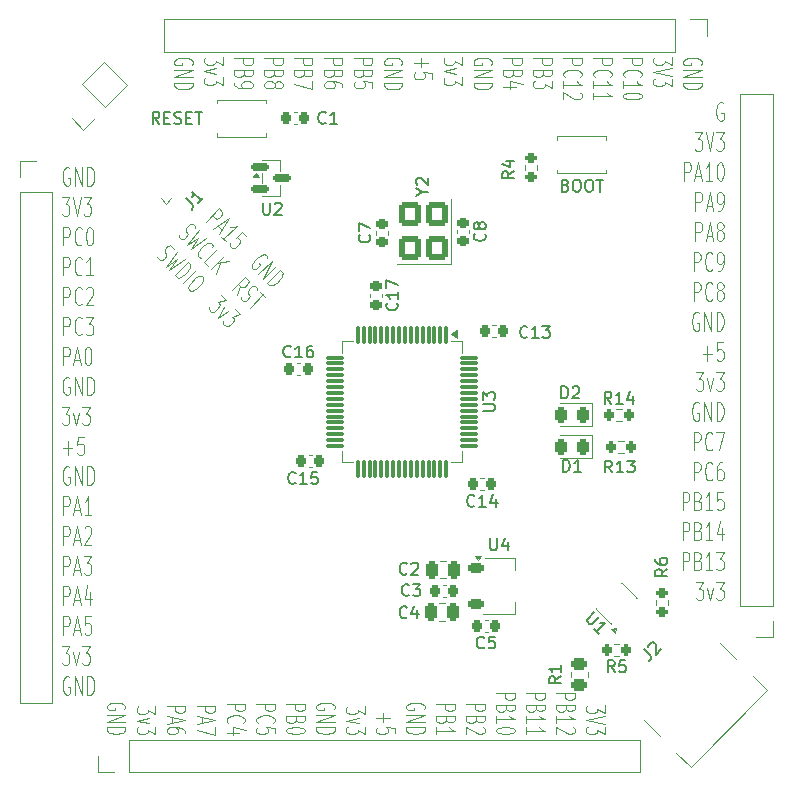
<source format=gbr>
%TF.GenerationSoftware,KiCad,Pcbnew,9.0.6*%
%TF.CreationDate,2026-01-02T14:20:19-05:00*%
%TF.ProjectId,plimsoll,706c696d-736f-46c6-9c2e-6b696361645f,rev?*%
%TF.SameCoordinates,Original*%
%TF.FileFunction,Legend,Top*%
%TF.FilePolarity,Positive*%
%FSLAX46Y46*%
G04 Gerber Fmt 4.6, Leading zero omitted, Abs format (unit mm)*
G04 Created by KiCad (PCBNEW 9.0.6) date 2026-01-02 14:20:19*
%MOMM*%
%LPD*%
G01*
G04 APERTURE LIST*
G04 Aperture macros list*
%AMRoundRect*
0 Rectangle with rounded corners*
0 $1 Rounding radius*
0 $2 $3 $4 $5 $6 $7 $8 $9 X,Y pos of 4 corners*
0 Add a 4 corners polygon primitive as box body*
4,1,4,$2,$3,$4,$5,$6,$7,$8,$9,$2,$3,0*
0 Add four circle primitives for the rounded corners*
1,1,$1+$1,$2,$3*
1,1,$1+$1,$4,$5*
1,1,$1+$1,$6,$7*
1,1,$1+$1,$8,$9*
0 Add four rect primitives between the rounded corners*
20,1,$1+$1,$2,$3,$4,$5,0*
20,1,$1+$1,$4,$5,$6,$7,0*
20,1,$1+$1,$6,$7,$8,$9,0*
20,1,$1+$1,$8,$9,$2,$3,0*%
%AMHorizOval*
0 Thick line with rounded ends*
0 $1 width*
0 $2 $3 position (X,Y) of the first rounded end (center of the circle)*
0 $4 $5 position (X,Y) of the second rounded end (center of the circle)*
0 Add line between two ends*
20,1,$1,$2,$3,$4,$5,0*
0 Add two circle primitives to create the rounded ends*
1,1,$1,$2,$3*
1,1,$1,$4,$5*%
%AMRotRect*
0 Rectangle, with rotation*
0 The origin of the aperture is its center*
0 $1 length*
0 $2 width*
0 $3 Rotation angle, in degrees counterclockwise*
0 Add horizontal line*
21,1,$1,$2,0,0,$3*%
%AMFreePoly0*
4,1,9,3.862500,-0.866500,0.737500,-0.866500,0.737500,-0.450000,-0.737500,-0.450000,-0.737500,0.450000,0.737500,0.450000,0.737500,0.866500,3.862500,0.866500,3.862500,-0.866500,3.862500,-0.866500,$1*%
G04 Aperture macros list end*
%ADD10C,0.125000*%
%ADD11C,0.150000*%
%ADD12C,0.120000*%
%ADD13HorizOval,1.000000X-0.282843X0.282843X0.282843X-0.282843X0*%
%ADD14HorizOval,1.000000X-0.388909X0.388909X0.388909X-0.388909X0*%
%ADD15RotRect,0.600000X1.240000X45.000000*%
%ADD16RotRect,0.300000X1.240000X45.000000*%
%ADD17C,0.650000*%
%ADD18RoundRect,0.250000X0.650000X-0.800000X0.650000X0.800000X-0.650000X0.800000X-0.650000X-0.800000X0*%
%ADD19R,1.700000X1.700000*%
%ADD20C,1.700000*%
%ADD21RoundRect,0.225000X-0.425000X-0.225000X0.425000X-0.225000X0.425000X0.225000X-0.425000X0.225000X0*%
%ADD22FreePoly0,0.000000*%
%ADD23RoundRect,0.075000X-0.700000X0.075000X-0.700000X-0.075000X0.700000X-0.075000X0.700000X0.075000X0*%
%ADD24RoundRect,0.075000X-0.075000X0.700000X-0.075000X-0.700000X0.075000X-0.700000X0.075000X0.700000X0*%
%ADD25RoundRect,0.150000X-0.587500X-0.150000X0.587500X-0.150000X0.587500X0.150000X-0.587500X0.150000X0*%
%ADD26RoundRect,0.150000X0.468458X-0.256326X-0.256326X0.468458X-0.468458X0.256326X0.256326X-0.468458X0*%
%ADD27R,1.050000X2.000000*%
%ADD28RoundRect,0.200000X-0.200000X-0.275000X0.200000X-0.275000X0.200000X0.275000X-0.200000X0.275000X0*%
%ADD29RoundRect,0.200000X0.275000X-0.200000X0.275000X0.200000X-0.275000X0.200000X-0.275000X-0.200000X0*%
%ADD30RoundRect,0.200000X0.200000X0.275000X-0.200000X0.275000X-0.200000X-0.275000X0.200000X-0.275000X0*%
%ADD31RoundRect,0.200000X-0.275000X0.200000X-0.275000X-0.200000X0.275000X-0.200000X0.275000X0.200000X0*%
%ADD32RoundRect,0.250000X-0.450000X0.262500X-0.450000X-0.262500X0.450000X-0.262500X0.450000X0.262500X0*%
%ADD33RotRect,1.700000X1.700000X135.000000*%
%ADD34C,0.787400*%
%ADD35C,0.990600*%
%ADD36C,2.200000*%
%ADD37RoundRect,0.243750X0.243750X0.456250X-0.243750X0.456250X-0.243750X-0.456250X0.243750X-0.456250X0*%
%ADD38RoundRect,0.225000X-0.250000X0.225000X-0.250000X-0.225000X0.250000X-0.225000X0.250000X0.225000X0*%
%ADD39RoundRect,0.225000X-0.225000X-0.250000X0.225000X-0.250000X0.225000X0.250000X-0.225000X0.250000X0*%
%ADD40RoundRect,0.225000X0.225000X0.250000X-0.225000X0.250000X-0.225000X-0.250000X0.225000X-0.250000X0*%
%ADD41RoundRect,0.225000X0.250000X-0.225000X0.250000X0.225000X-0.250000X0.225000X-0.250000X-0.225000X0*%
%ADD42RoundRect,0.250000X0.250000X0.475000X-0.250000X0.475000X-0.250000X-0.475000X0.250000X-0.475000X0*%
G04 APERTURE END LIST*
D10*
X73392115Y-94738397D02*
X74505808Y-93624704D01*
X74505808Y-93624704D02*
X74775182Y-93894078D01*
X74775182Y-93894078D02*
X74789493Y-94014454D01*
X74789493Y-94014454D02*
X74770132Y-94101159D01*
X74770132Y-94101159D02*
X74697737Y-94240897D01*
X74697737Y-94240897D02*
X74538638Y-94399996D01*
X74538638Y-94399996D02*
X74398900Y-94472390D01*
X74398900Y-94472390D02*
X74312196Y-94491751D01*
X74312196Y-94491751D02*
X74191819Y-94477441D01*
X74191819Y-94477441D02*
X73922445Y-94208067D01*
X74383748Y-95093634D02*
X74720466Y-95430352D01*
X73998207Y-95344489D02*
X75347602Y-94466498D01*
X75347602Y-94466498D02*
X74469611Y-95815893D01*
X75075703Y-96421985D02*
X74671642Y-96017924D01*
X74873672Y-96219954D02*
X75987365Y-95106261D01*
X75987365Y-95106261D02*
X75760923Y-95198017D01*
X75760923Y-95198017D02*
X75587513Y-95236739D01*
X75587513Y-95236739D02*
X75467137Y-95222429D01*
X76829159Y-95948055D02*
X76492442Y-95611337D01*
X76492442Y-95611337D02*
X75928440Y-96107996D01*
X75928440Y-96107996D02*
X76015145Y-96088634D01*
X76015145Y-96088634D02*
X76135521Y-96102945D01*
X76135521Y-96102945D02*
X76303880Y-96271304D01*
X76303880Y-96271304D02*
X76318190Y-96391680D01*
X76318190Y-96391680D02*
X76298829Y-96478385D01*
X76298829Y-96478385D02*
X76226435Y-96618123D01*
X76226435Y-96618123D02*
X75961270Y-96883288D01*
X75961270Y-96883288D02*
X75821532Y-96955682D01*
X75821532Y-96955682D02*
X75734827Y-96975043D01*
X75734827Y-96975043D02*
X75614451Y-96960733D01*
X75614451Y-96960733D02*
X75446092Y-96792374D01*
X75446092Y-96792374D02*
X75431782Y-96671998D01*
X75431782Y-96671998D02*
X75451143Y-96585293D01*
X78560729Y-97785691D02*
X78546419Y-97665315D01*
X78546419Y-97665315D02*
X78445404Y-97564299D01*
X78445404Y-97564299D02*
X78291355Y-97516317D01*
X78291355Y-97516317D02*
X78117946Y-97555040D01*
X78117946Y-97555040D02*
X77978208Y-97627434D01*
X77978208Y-97627434D02*
X77732404Y-97805894D01*
X77732404Y-97805894D02*
X77573305Y-97964993D01*
X77573305Y-97964993D02*
X77394845Y-98210797D01*
X77394845Y-98210797D02*
X77322451Y-98350535D01*
X77322451Y-98350535D02*
X77283728Y-98523944D01*
X77283728Y-98523944D02*
X77331711Y-98677992D01*
X77331711Y-98677992D02*
X77399054Y-98745336D01*
X77399054Y-98745336D02*
X77553102Y-98793318D01*
X77553102Y-98793318D02*
X77639807Y-98773957D01*
X77639807Y-98773957D02*
X78011038Y-98402726D01*
X78011038Y-98402726D02*
X77876351Y-98268039D01*
X77836787Y-99183069D02*
X78950480Y-98069376D01*
X78950480Y-98069376D02*
X78240848Y-99587130D01*
X78240848Y-99587130D02*
X79354541Y-98473437D01*
X78577565Y-99923847D02*
X79691258Y-98810154D01*
X79691258Y-98810154D02*
X79859617Y-98978513D01*
X79859617Y-98978513D02*
X79907599Y-99132561D01*
X79907599Y-99132561D02*
X79868877Y-99305971D01*
X79868877Y-99305971D02*
X79796483Y-99445708D01*
X79796483Y-99445708D02*
X79618022Y-99691512D01*
X79618022Y-99691512D02*
X79458923Y-99850611D01*
X79458923Y-99850611D02*
X79213120Y-100029071D01*
X79213120Y-100029071D02*
X79073382Y-100101466D01*
X79073382Y-100101466D02*
X78899972Y-100140188D01*
X78899972Y-100140188D02*
X78745924Y-100092206D01*
X78745924Y-100092206D02*
X78577565Y-99923847D01*
X71079744Y-95905928D02*
X71127726Y-96059976D01*
X71127726Y-96059976D02*
X71296085Y-96228335D01*
X71296085Y-96228335D02*
X71416462Y-96242646D01*
X71416462Y-96242646D02*
X71503166Y-96223284D01*
X71503166Y-96223284D02*
X71642904Y-96150890D01*
X71642904Y-96150890D02*
X71748970Y-96044824D01*
X71748970Y-96044824D02*
X71821365Y-95905086D01*
X71821365Y-95905086D02*
X71840726Y-95818382D01*
X71840726Y-95818382D02*
X71826415Y-95698005D01*
X71826415Y-95698005D02*
X71744761Y-95510285D01*
X71744761Y-95510285D02*
X71730451Y-95389909D01*
X71730451Y-95389909D02*
X71749812Y-95303204D01*
X71749812Y-95303204D02*
X71822206Y-95163466D01*
X71822206Y-95163466D02*
X71928272Y-95057400D01*
X71928272Y-95057400D02*
X72068010Y-94985006D01*
X72068010Y-94985006D02*
X72154715Y-94965644D01*
X72154715Y-94965644D02*
X72275091Y-94979955D01*
X72275091Y-94979955D02*
X72443450Y-95148314D01*
X72443450Y-95148314D02*
X72491432Y-95302362D01*
X72780168Y-95485031D02*
X71834833Y-96767083D01*
X71834833Y-96767083D02*
X72765015Y-96106275D01*
X72765015Y-96106275D02*
X72104207Y-97036457D01*
X72104207Y-97036457D02*
X73386259Y-96091123D01*
X73052067Y-97772185D02*
X72965362Y-97791546D01*
X72965362Y-97791546D02*
X72811314Y-97743564D01*
X72811314Y-97743564D02*
X72743970Y-97676220D01*
X72743970Y-97676220D02*
X72695988Y-97522172D01*
X72695988Y-97522172D02*
X72734711Y-97348763D01*
X72734711Y-97348763D02*
X72807105Y-97209025D01*
X72807105Y-97209025D02*
X72985565Y-96963221D01*
X72985565Y-96963221D02*
X73144664Y-96804122D01*
X73144664Y-96804122D02*
X73390468Y-96625662D01*
X73390468Y-96625662D02*
X73530206Y-96553267D01*
X73530206Y-96553267D02*
X73703615Y-96514545D01*
X73703615Y-96514545D02*
X73857664Y-96562527D01*
X73857664Y-96562527D02*
X73925007Y-96629871D01*
X73925007Y-96629871D02*
X73972989Y-96783919D01*
X73972989Y-96783919D02*
X73953628Y-96870624D01*
X73585764Y-98518014D02*
X73249047Y-98181297D01*
X73249047Y-98181297D02*
X74362740Y-97067603D01*
X73821467Y-98753717D02*
X74935160Y-97640023D01*
X74225528Y-99157778D02*
X74558878Y-98218336D01*
X75339221Y-98044084D02*
X74298764Y-98276419D01*
X76010131Y-100942381D02*
X76304759Y-100176348D01*
X75606070Y-100538320D02*
X76719763Y-99424627D01*
X76719763Y-99424627D02*
X76989137Y-99694001D01*
X76989137Y-99694001D02*
X77003447Y-99814377D01*
X77003447Y-99814377D02*
X76984086Y-99901082D01*
X76984086Y-99901082D02*
X76911692Y-100040820D01*
X76911692Y-100040820D02*
X76752593Y-100199919D01*
X76752593Y-100199919D02*
X76612855Y-100272313D01*
X76612855Y-100272313D02*
X76526150Y-100291674D01*
X76526150Y-100291674D02*
X76405774Y-100277364D01*
X76405774Y-100277364D02*
X76136400Y-100007990D01*
X76332538Y-101158722D02*
X76380520Y-101312770D01*
X76380520Y-101312770D02*
X76548879Y-101481129D01*
X76548879Y-101481129D02*
X76669255Y-101495439D01*
X76669255Y-101495439D02*
X76755960Y-101476078D01*
X76755960Y-101476078D02*
X76895698Y-101403684D01*
X76895698Y-101403684D02*
X77001764Y-101297618D01*
X77001764Y-101297618D02*
X77074158Y-101157880D01*
X77074158Y-101157880D02*
X77093519Y-101071175D01*
X77093519Y-101071175D02*
X77079209Y-100950799D01*
X77079209Y-100950799D02*
X76997555Y-100763079D01*
X76997555Y-100763079D02*
X76983244Y-100642702D01*
X76983244Y-100642702D02*
X77002606Y-100555997D01*
X77002606Y-100555997D02*
X77075000Y-100416260D01*
X77075000Y-100416260D02*
X77181066Y-100310194D01*
X77181066Y-100310194D02*
X77320804Y-100237799D01*
X77320804Y-100237799D02*
X77407508Y-100218438D01*
X77407508Y-100218438D02*
X77527885Y-100232749D01*
X77527885Y-100232749D02*
X77696244Y-100401107D01*
X77696244Y-100401107D02*
X77744226Y-100555156D01*
X77999290Y-100704153D02*
X78403351Y-101108214D01*
X77087627Y-102019877D02*
X78201320Y-100906184D01*
X69286760Y-97698912D02*
X69334742Y-97852960D01*
X69334742Y-97852960D02*
X69503101Y-98021319D01*
X69503101Y-98021319D02*
X69623478Y-98035630D01*
X69623478Y-98035630D02*
X69710182Y-98016268D01*
X69710182Y-98016268D02*
X69849920Y-97943874D01*
X69849920Y-97943874D02*
X69955986Y-97837808D01*
X69955986Y-97837808D02*
X70028381Y-97698070D01*
X70028381Y-97698070D02*
X70047742Y-97611366D01*
X70047742Y-97611366D02*
X70033431Y-97490989D01*
X70033431Y-97490989D02*
X69951777Y-97303269D01*
X69951777Y-97303269D02*
X69937467Y-97182893D01*
X69937467Y-97182893D02*
X69956828Y-97096188D01*
X69956828Y-97096188D02*
X70029222Y-96956450D01*
X70029222Y-96956450D02*
X70135288Y-96850384D01*
X70135288Y-96850384D02*
X70275026Y-96777990D01*
X70275026Y-96777990D02*
X70361731Y-96758628D01*
X70361731Y-96758628D02*
X70482107Y-96772939D01*
X70482107Y-96772939D02*
X70650466Y-96941298D01*
X70650466Y-96941298D02*
X70698448Y-97095346D01*
X70987184Y-97278015D02*
X70041849Y-98560067D01*
X70041849Y-98560067D02*
X70972031Y-97899259D01*
X70972031Y-97899259D02*
X70311223Y-98829441D01*
X70311223Y-98829441D02*
X71593275Y-97884107D01*
X70748956Y-99267174D02*
X71862649Y-98153481D01*
X71862649Y-98153481D02*
X72031008Y-98321839D01*
X72031008Y-98321839D02*
X72078990Y-98475888D01*
X72078990Y-98475888D02*
X72040268Y-98649297D01*
X72040268Y-98649297D02*
X71967873Y-98789035D01*
X71967873Y-98789035D02*
X71789413Y-99034839D01*
X71789413Y-99034839D02*
X71630314Y-99193938D01*
X71630314Y-99193938D02*
X71384510Y-99372398D01*
X71384510Y-99372398D02*
X71244772Y-99444792D01*
X71244772Y-99444792D02*
X71071363Y-99483515D01*
X71071363Y-99483515D02*
X70917315Y-99435533D01*
X70917315Y-99435533D02*
X70748956Y-99267174D01*
X71456063Y-99974281D02*
X72569756Y-98860587D01*
X73041160Y-99331992D02*
X73175847Y-99466679D01*
X73175847Y-99466679D02*
X73190158Y-99587055D01*
X73190158Y-99587055D02*
X73151435Y-99760465D01*
X73151435Y-99760465D02*
X72972975Y-100006268D01*
X72972975Y-100006268D02*
X72601744Y-100377500D01*
X72601744Y-100377500D02*
X72355940Y-100555960D01*
X72355940Y-100555960D02*
X72182530Y-100594682D01*
X72182530Y-100594682D02*
X72062154Y-100580372D01*
X72062154Y-100580372D02*
X71927467Y-100445685D01*
X71927467Y-100445685D02*
X71913156Y-100325308D01*
X71913156Y-100325308D02*
X71951879Y-100151899D01*
X71951879Y-100151899D02*
X72130339Y-99906095D01*
X72130339Y-99906095D02*
X72501570Y-99534864D01*
X72501570Y-99534864D02*
X72747374Y-99356404D01*
X72747374Y-99356404D02*
X72920784Y-99317681D01*
X72920784Y-99317681D02*
X73041160Y-99331992D01*
X74657404Y-100948236D02*
X75095137Y-101385969D01*
X75095137Y-101385969D02*
X74435171Y-101574531D01*
X74435171Y-101574531D02*
X74536186Y-101675546D01*
X74536186Y-101675546D02*
X74550497Y-101795922D01*
X74550497Y-101795922D02*
X74531135Y-101882627D01*
X74531135Y-101882627D02*
X74458741Y-102022365D01*
X74458741Y-102022365D02*
X74193576Y-102287530D01*
X74193576Y-102287530D02*
X74053838Y-102359924D01*
X74053838Y-102359924D02*
X73967134Y-102379285D01*
X73967134Y-102379285D02*
X73846757Y-102364975D01*
X73846757Y-102364975D02*
X73644727Y-102162944D01*
X73644727Y-102162944D02*
X73630416Y-102042568D01*
X73630416Y-102042568D02*
X73649777Y-101955863D01*
X74959608Y-101992902D02*
X74385505Y-102903723D01*
X74385505Y-102903723D02*
X75296326Y-102329620D01*
X75869588Y-102160419D02*
X76307320Y-102598152D01*
X76307320Y-102598152D02*
X75647354Y-102786714D01*
X75647354Y-102786714D02*
X75748369Y-102887729D01*
X75748369Y-102887729D02*
X75762680Y-103008106D01*
X75762680Y-103008106D02*
X75743319Y-103094810D01*
X75743319Y-103094810D02*
X75670924Y-103234548D01*
X75670924Y-103234548D02*
X75405759Y-103499713D01*
X75405759Y-103499713D02*
X75266022Y-103572107D01*
X75266022Y-103572107D02*
X75179317Y-103591469D01*
X75179317Y-103591469D02*
X75058940Y-103577158D01*
X75058940Y-103577158D02*
X74856910Y-103375128D01*
X74856910Y-103375128D02*
X74842599Y-103254751D01*
X74842599Y-103254751D02*
X74861961Y-103168046D01*
X61844140Y-90194496D02*
X61748902Y-90119496D01*
X61748902Y-90119496D02*
X61606045Y-90119496D01*
X61606045Y-90119496D02*
X61463188Y-90194496D01*
X61463188Y-90194496D02*
X61367950Y-90344496D01*
X61367950Y-90344496D02*
X61320331Y-90494496D01*
X61320331Y-90494496D02*
X61272712Y-90794496D01*
X61272712Y-90794496D02*
X61272712Y-91019496D01*
X61272712Y-91019496D02*
X61320331Y-91319496D01*
X61320331Y-91319496D02*
X61367950Y-91469496D01*
X61367950Y-91469496D02*
X61463188Y-91619496D01*
X61463188Y-91619496D02*
X61606045Y-91694496D01*
X61606045Y-91694496D02*
X61701283Y-91694496D01*
X61701283Y-91694496D02*
X61844140Y-91619496D01*
X61844140Y-91619496D02*
X61891759Y-91544496D01*
X61891759Y-91544496D02*
X61891759Y-91019496D01*
X61891759Y-91019496D02*
X61701283Y-91019496D01*
X62320331Y-91694496D02*
X62320331Y-90119496D01*
X62320331Y-90119496D02*
X62891759Y-91694496D01*
X62891759Y-91694496D02*
X62891759Y-90119496D01*
X63367950Y-91694496D02*
X63367950Y-90119496D01*
X63367950Y-90119496D02*
X63606045Y-90119496D01*
X63606045Y-90119496D02*
X63748902Y-90194496D01*
X63748902Y-90194496D02*
X63844140Y-90344496D01*
X63844140Y-90344496D02*
X63891759Y-90494496D01*
X63891759Y-90494496D02*
X63939378Y-90794496D01*
X63939378Y-90794496D02*
X63939378Y-91019496D01*
X63939378Y-91019496D02*
X63891759Y-91319496D01*
X63891759Y-91319496D02*
X63844140Y-91469496D01*
X63844140Y-91469496D02*
X63748902Y-91619496D01*
X63748902Y-91619496D02*
X63606045Y-91694496D01*
X63606045Y-91694496D02*
X63367950Y-91694496D01*
X61225093Y-92655158D02*
X61844140Y-92655158D01*
X61844140Y-92655158D02*
X61510807Y-93255158D01*
X61510807Y-93255158D02*
X61653664Y-93255158D01*
X61653664Y-93255158D02*
X61748902Y-93330158D01*
X61748902Y-93330158D02*
X61796521Y-93405158D01*
X61796521Y-93405158D02*
X61844140Y-93555158D01*
X61844140Y-93555158D02*
X61844140Y-93930158D01*
X61844140Y-93930158D02*
X61796521Y-94080158D01*
X61796521Y-94080158D02*
X61748902Y-94155158D01*
X61748902Y-94155158D02*
X61653664Y-94230158D01*
X61653664Y-94230158D02*
X61367950Y-94230158D01*
X61367950Y-94230158D02*
X61272712Y-94155158D01*
X61272712Y-94155158D02*
X61225093Y-94080158D01*
X62129855Y-92655158D02*
X62463188Y-94230158D01*
X62463188Y-94230158D02*
X62796521Y-92655158D01*
X63034617Y-92655158D02*
X63653664Y-92655158D01*
X63653664Y-92655158D02*
X63320331Y-93255158D01*
X63320331Y-93255158D02*
X63463188Y-93255158D01*
X63463188Y-93255158D02*
X63558426Y-93330158D01*
X63558426Y-93330158D02*
X63606045Y-93405158D01*
X63606045Y-93405158D02*
X63653664Y-93555158D01*
X63653664Y-93555158D02*
X63653664Y-93930158D01*
X63653664Y-93930158D02*
X63606045Y-94080158D01*
X63606045Y-94080158D02*
X63558426Y-94155158D01*
X63558426Y-94155158D02*
X63463188Y-94230158D01*
X63463188Y-94230158D02*
X63177474Y-94230158D01*
X63177474Y-94230158D02*
X63082236Y-94155158D01*
X63082236Y-94155158D02*
X63034617Y-94080158D01*
X61320331Y-96765820D02*
X61320331Y-95190820D01*
X61320331Y-95190820D02*
X61701283Y-95190820D01*
X61701283Y-95190820D02*
X61796521Y-95265820D01*
X61796521Y-95265820D02*
X61844140Y-95340820D01*
X61844140Y-95340820D02*
X61891759Y-95490820D01*
X61891759Y-95490820D02*
X61891759Y-95715820D01*
X61891759Y-95715820D02*
X61844140Y-95865820D01*
X61844140Y-95865820D02*
X61796521Y-95940820D01*
X61796521Y-95940820D02*
X61701283Y-96015820D01*
X61701283Y-96015820D02*
X61320331Y-96015820D01*
X62891759Y-96615820D02*
X62844140Y-96690820D01*
X62844140Y-96690820D02*
X62701283Y-96765820D01*
X62701283Y-96765820D02*
X62606045Y-96765820D01*
X62606045Y-96765820D02*
X62463188Y-96690820D01*
X62463188Y-96690820D02*
X62367950Y-96540820D01*
X62367950Y-96540820D02*
X62320331Y-96390820D01*
X62320331Y-96390820D02*
X62272712Y-96090820D01*
X62272712Y-96090820D02*
X62272712Y-95865820D01*
X62272712Y-95865820D02*
X62320331Y-95565820D01*
X62320331Y-95565820D02*
X62367950Y-95415820D01*
X62367950Y-95415820D02*
X62463188Y-95265820D01*
X62463188Y-95265820D02*
X62606045Y-95190820D01*
X62606045Y-95190820D02*
X62701283Y-95190820D01*
X62701283Y-95190820D02*
X62844140Y-95265820D01*
X62844140Y-95265820D02*
X62891759Y-95340820D01*
X63510807Y-95190820D02*
X63606045Y-95190820D01*
X63606045Y-95190820D02*
X63701283Y-95265820D01*
X63701283Y-95265820D02*
X63748902Y-95340820D01*
X63748902Y-95340820D02*
X63796521Y-95490820D01*
X63796521Y-95490820D02*
X63844140Y-95790820D01*
X63844140Y-95790820D02*
X63844140Y-96165820D01*
X63844140Y-96165820D02*
X63796521Y-96465820D01*
X63796521Y-96465820D02*
X63748902Y-96615820D01*
X63748902Y-96615820D02*
X63701283Y-96690820D01*
X63701283Y-96690820D02*
X63606045Y-96765820D01*
X63606045Y-96765820D02*
X63510807Y-96765820D01*
X63510807Y-96765820D02*
X63415569Y-96690820D01*
X63415569Y-96690820D02*
X63367950Y-96615820D01*
X63367950Y-96615820D02*
X63320331Y-96465820D01*
X63320331Y-96465820D02*
X63272712Y-96165820D01*
X63272712Y-96165820D02*
X63272712Y-95790820D01*
X63272712Y-95790820D02*
X63320331Y-95490820D01*
X63320331Y-95490820D02*
X63367950Y-95340820D01*
X63367950Y-95340820D02*
X63415569Y-95265820D01*
X63415569Y-95265820D02*
X63510807Y-95190820D01*
X61320331Y-99301482D02*
X61320331Y-97726482D01*
X61320331Y-97726482D02*
X61701283Y-97726482D01*
X61701283Y-97726482D02*
X61796521Y-97801482D01*
X61796521Y-97801482D02*
X61844140Y-97876482D01*
X61844140Y-97876482D02*
X61891759Y-98026482D01*
X61891759Y-98026482D02*
X61891759Y-98251482D01*
X61891759Y-98251482D02*
X61844140Y-98401482D01*
X61844140Y-98401482D02*
X61796521Y-98476482D01*
X61796521Y-98476482D02*
X61701283Y-98551482D01*
X61701283Y-98551482D02*
X61320331Y-98551482D01*
X62891759Y-99151482D02*
X62844140Y-99226482D01*
X62844140Y-99226482D02*
X62701283Y-99301482D01*
X62701283Y-99301482D02*
X62606045Y-99301482D01*
X62606045Y-99301482D02*
X62463188Y-99226482D01*
X62463188Y-99226482D02*
X62367950Y-99076482D01*
X62367950Y-99076482D02*
X62320331Y-98926482D01*
X62320331Y-98926482D02*
X62272712Y-98626482D01*
X62272712Y-98626482D02*
X62272712Y-98401482D01*
X62272712Y-98401482D02*
X62320331Y-98101482D01*
X62320331Y-98101482D02*
X62367950Y-97951482D01*
X62367950Y-97951482D02*
X62463188Y-97801482D01*
X62463188Y-97801482D02*
X62606045Y-97726482D01*
X62606045Y-97726482D02*
X62701283Y-97726482D01*
X62701283Y-97726482D02*
X62844140Y-97801482D01*
X62844140Y-97801482D02*
X62891759Y-97876482D01*
X63844140Y-99301482D02*
X63272712Y-99301482D01*
X63558426Y-99301482D02*
X63558426Y-97726482D01*
X63558426Y-97726482D02*
X63463188Y-97951482D01*
X63463188Y-97951482D02*
X63367950Y-98101482D01*
X63367950Y-98101482D02*
X63272712Y-98176482D01*
X61320331Y-101837144D02*
X61320331Y-100262144D01*
X61320331Y-100262144D02*
X61701283Y-100262144D01*
X61701283Y-100262144D02*
X61796521Y-100337144D01*
X61796521Y-100337144D02*
X61844140Y-100412144D01*
X61844140Y-100412144D02*
X61891759Y-100562144D01*
X61891759Y-100562144D02*
X61891759Y-100787144D01*
X61891759Y-100787144D02*
X61844140Y-100937144D01*
X61844140Y-100937144D02*
X61796521Y-101012144D01*
X61796521Y-101012144D02*
X61701283Y-101087144D01*
X61701283Y-101087144D02*
X61320331Y-101087144D01*
X62891759Y-101687144D02*
X62844140Y-101762144D01*
X62844140Y-101762144D02*
X62701283Y-101837144D01*
X62701283Y-101837144D02*
X62606045Y-101837144D01*
X62606045Y-101837144D02*
X62463188Y-101762144D01*
X62463188Y-101762144D02*
X62367950Y-101612144D01*
X62367950Y-101612144D02*
X62320331Y-101462144D01*
X62320331Y-101462144D02*
X62272712Y-101162144D01*
X62272712Y-101162144D02*
X62272712Y-100937144D01*
X62272712Y-100937144D02*
X62320331Y-100637144D01*
X62320331Y-100637144D02*
X62367950Y-100487144D01*
X62367950Y-100487144D02*
X62463188Y-100337144D01*
X62463188Y-100337144D02*
X62606045Y-100262144D01*
X62606045Y-100262144D02*
X62701283Y-100262144D01*
X62701283Y-100262144D02*
X62844140Y-100337144D01*
X62844140Y-100337144D02*
X62891759Y-100412144D01*
X63272712Y-100412144D02*
X63320331Y-100337144D01*
X63320331Y-100337144D02*
X63415569Y-100262144D01*
X63415569Y-100262144D02*
X63653664Y-100262144D01*
X63653664Y-100262144D02*
X63748902Y-100337144D01*
X63748902Y-100337144D02*
X63796521Y-100412144D01*
X63796521Y-100412144D02*
X63844140Y-100562144D01*
X63844140Y-100562144D02*
X63844140Y-100712144D01*
X63844140Y-100712144D02*
X63796521Y-100937144D01*
X63796521Y-100937144D02*
X63225093Y-101837144D01*
X63225093Y-101837144D02*
X63844140Y-101837144D01*
X61320331Y-104372806D02*
X61320331Y-102797806D01*
X61320331Y-102797806D02*
X61701283Y-102797806D01*
X61701283Y-102797806D02*
X61796521Y-102872806D01*
X61796521Y-102872806D02*
X61844140Y-102947806D01*
X61844140Y-102947806D02*
X61891759Y-103097806D01*
X61891759Y-103097806D02*
X61891759Y-103322806D01*
X61891759Y-103322806D02*
X61844140Y-103472806D01*
X61844140Y-103472806D02*
X61796521Y-103547806D01*
X61796521Y-103547806D02*
X61701283Y-103622806D01*
X61701283Y-103622806D02*
X61320331Y-103622806D01*
X62891759Y-104222806D02*
X62844140Y-104297806D01*
X62844140Y-104297806D02*
X62701283Y-104372806D01*
X62701283Y-104372806D02*
X62606045Y-104372806D01*
X62606045Y-104372806D02*
X62463188Y-104297806D01*
X62463188Y-104297806D02*
X62367950Y-104147806D01*
X62367950Y-104147806D02*
X62320331Y-103997806D01*
X62320331Y-103997806D02*
X62272712Y-103697806D01*
X62272712Y-103697806D02*
X62272712Y-103472806D01*
X62272712Y-103472806D02*
X62320331Y-103172806D01*
X62320331Y-103172806D02*
X62367950Y-103022806D01*
X62367950Y-103022806D02*
X62463188Y-102872806D01*
X62463188Y-102872806D02*
X62606045Y-102797806D01*
X62606045Y-102797806D02*
X62701283Y-102797806D01*
X62701283Y-102797806D02*
X62844140Y-102872806D01*
X62844140Y-102872806D02*
X62891759Y-102947806D01*
X63225093Y-102797806D02*
X63844140Y-102797806D01*
X63844140Y-102797806D02*
X63510807Y-103397806D01*
X63510807Y-103397806D02*
X63653664Y-103397806D01*
X63653664Y-103397806D02*
X63748902Y-103472806D01*
X63748902Y-103472806D02*
X63796521Y-103547806D01*
X63796521Y-103547806D02*
X63844140Y-103697806D01*
X63844140Y-103697806D02*
X63844140Y-104072806D01*
X63844140Y-104072806D02*
X63796521Y-104222806D01*
X63796521Y-104222806D02*
X63748902Y-104297806D01*
X63748902Y-104297806D02*
X63653664Y-104372806D01*
X63653664Y-104372806D02*
X63367950Y-104372806D01*
X63367950Y-104372806D02*
X63272712Y-104297806D01*
X63272712Y-104297806D02*
X63225093Y-104222806D01*
X61320331Y-106908468D02*
X61320331Y-105333468D01*
X61320331Y-105333468D02*
X61701283Y-105333468D01*
X61701283Y-105333468D02*
X61796521Y-105408468D01*
X61796521Y-105408468D02*
X61844140Y-105483468D01*
X61844140Y-105483468D02*
X61891759Y-105633468D01*
X61891759Y-105633468D02*
X61891759Y-105858468D01*
X61891759Y-105858468D02*
X61844140Y-106008468D01*
X61844140Y-106008468D02*
X61796521Y-106083468D01*
X61796521Y-106083468D02*
X61701283Y-106158468D01*
X61701283Y-106158468D02*
X61320331Y-106158468D01*
X62272712Y-106458468D02*
X62748902Y-106458468D01*
X62177474Y-106908468D02*
X62510807Y-105333468D01*
X62510807Y-105333468D02*
X62844140Y-106908468D01*
X63367950Y-105333468D02*
X63463188Y-105333468D01*
X63463188Y-105333468D02*
X63558426Y-105408468D01*
X63558426Y-105408468D02*
X63606045Y-105483468D01*
X63606045Y-105483468D02*
X63653664Y-105633468D01*
X63653664Y-105633468D02*
X63701283Y-105933468D01*
X63701283Y-105933468D02*
X63701283Y-106308468D01*
X63701283Y-106308468D02*
X63653664Y-106608468D01*
X63653664Y-106608468D02*
X63606045Y-106758468D01*
X63606045Y-106758468D02*
X63558426Y-106833468D01*
X63558426Y-106833468D02*
X63463188Y-106908468D01*
X63463188Y-106908468D02*
X63367950Y-106908468D01*
X63367950Y-106908468D02*
X63272712Y-106833468D01*
X63272712Y-106833468D02*
X63225093Y-106758468D01*
X63225093Y-106758468D02*
X63177474Y-106608468D01*
X63177474Y-106608468D02*
X63129855Y-106308468D01*
X63129855Y-106308468D02*
X63129855Y-105933468D01*
X63129855Y-105933468D02*
X63177474Y-105633468D01*
X63177474Y-105633468D02*
X63225093Y-105483468D01*
X63225093Y-105483468D02*
X63272712Y-105408468D01*
X63272712Y-105408468D02*
X63367950Y-105333468D01*
X61844140Y-107944130D02*
X61748902Y-107869130D01*
X61748902Y-107869130D02*
X61606045Y-107869130D01*
X61606045Y-107869130D02*
X61463188Y-107944130D01*
X61463188Y-107944130D02*
X61367950Y-108094130D01*
X61367950Y-108094130D02*
X61320331Y-108244130D01*
X61320331Y-108244130D02*
X61272712Y-108544130D01*
X61272712Y-108544130D02*
X61272712Y-108769130D01*
X61272712Y-108769130D02*
X61320331Y-109069130D01*
X61320331Y-109069130D02*
X61367950Y-109219130D01*
X61367950Y-109219130D02*
X61463188Y-109369130D01*
X61463188Y-109369130D02*
X61606045Y-109444130D01*
X61606045Y-109444130D02*
X61701283Y-109444130D01*
X61701283Y-109444130D02*
X61844140Y-109369130D01*
X61844140Y-109369130D02*
X61891759Y-109294130D01*
X61891759Y-109294130D02*
X61891759Y-108769130D01*
X61891759Y-108769130D02*
X61701283Y-108769130D01*
X62320331Y-109444130D02*
X62320331Y-107869130D01*
X62320331Y-107869130D02*
X62891759Y-109444130D01*
X62891759Y-109444130D02*
X62891759Y-107869130D01*
X63367950Y-109444130D02*
X63367950Y-107869130D01*
X63367950Y-107869130D02*
X63606045Y-107869130D01*
X63606045Y-107869130D02*
X63748902Y-107944130D01*
X63748902Y-107944130D02*
X63844140Y-108094130D01*
X63844140Y-108094130D02*
X63891759Y-108244130D01*
X63891759Y-108244130D02*
X63939378Y-108544130D01*
X63939378Y-108544130D02*
X63939378Y-108769130D01*
X63939378Y-108769130D02*
X63891759Y-109069130D01*
X63891759Y-109069130D02*
X63844140Y-109219130D01*
X63844140Y-109219130D02*
X63748902Y-109369130D01*
X63748902Y-109369130D02*
X63606045Y-109444130D01*
X63606045Y-109444130D02*
X63367950Y-109444130D01*
X61225093Y-110404792D02*
X61844140Y-110404792D01*
X61844140Y-110404792D02*
X61510807Y-111004792D01*
X61510807Y-111004792D02*
X61653664Y-111004792D01*
X61653664Y-111004792D02*
X61748902Y-111079792D01*
X61748902Y-111079792D02*
X61796521Y-111154792D01*
X61796521Y-111154792D02*
X61844140Y-111304792D01*
X61844140Y-111304792D02*
X61844140Y-111679792D01*
X61844140Y-111679792D02*
X61796521Y-111829792D01*
X61796521Y-111829792D02*
X61748902Y-111904792D01*
X61748902Y-111904792D02*
X61653664Y-111979792D01*
X61653664Y-111979792D02*
X61367950Y-111979792D01*
X61367950Y-111979792D02*
X61272712Y-111904792D01*
X61272712Y-111904792D02*
X61225093Y-111829792D01*
X62177474Y-110929792D02*
X62415569Y-111979792D01*
X62415569Y-111979792D02*
X62653664Y-110929792D01*
X62939379Y-110404792D02*
X63558426Y-110404792D01*
X63558426Y-110404792D02*
X63225093Y-111004792D01*
X63225093Y-111004792D02*
X63367950Y-111004792D01*
X63367950Y-111004792D02*
X63463188Y-111079792D01*
X63463188Y-111079792D02*
X63510807Y-111154792D01*
X63510807Y-111154792D02*
X63558426Y-111304792D01*
X63558426Y-111304792D02*
X63558426Y-111679792D01*
X63558426Y-111679792D02*
X63510807Y-111829792D01*
X63510807Y-111829792D02*
X63463188Y-111904792D01*
X63463188Y-111904792D02*
X63367950Y-111979792D01*
X63367950Y-111979792D02*
X63082236Y-111979792D01*
X63082236Y-111979792D02*
X62986998Y-111904792D01*
X62986998Y-111904792D02*
X62939379Y-111829792D01*
X61320331Y-113915454D02*
X62082236Y-113915454D01*
X61701283Y-114515454D02*
X61701283Y-113315454D01*
X63034616Y-112940454D02*
X62558426Y-112940454D01*
X62558426Y-112940454D02*
X62510807Y-113690454D01*
X62510807Y-113690454D02*
X62558426Y-113615454D01*
X62558426Y-113615454D02*
X62653664Y-113540454D01*
X62653664Y-113540454D02*
X62891759Y-113540454D01*
X62891759Y-113540454D02*
X62986997Y-113615454D01*
X62986997Y-113615454D02*
X63034616Y-113690454D01*
X63034616Y-113690454D02*
X63082235Y-113840454D01*
X63082235Y-113840454D02*
X63082235Y-114215454D01*
X63082235Y-114215454D02*
X63034616Y-114365454D01*
X63034616Y-114365454D02*
X62986997Y-114440454D01*
X62986997Y-114440454D02*
X62891759Y-114515454D01*
X62891759Y-114515454D02*
X62653664Y-114515454D01*
X62653664Y-114515454D02*
X62558426Y-114440454D01*
X62558426Y-114440454D02*
X62510807Y-114365454D01*
X61844140Y-115551116D02*
X61748902Y-115476116D01*
X61748902Y-115476116D02*
X61606045Y-115476116D01*
X61606045Y-115476116D02*
X61463188Y-115551116D01*
X61463188Y-115551116D02*
X61367950Y-115701116D01*
X61367950Y-115701116D02*
X61320331Y-115851116D01*
X61320331Y-115851116D02*
X61272712Y-116151116D01*
X61272712Y-116151116D02*
X61272712Y-116376116D01*
X61272712Y-116376116D02*
X61320331Y-116676116D01*
X61320331Y-116676116D02*
X61367950Y-116826116D01*
X61367950Y-116826116D02*
X61463188Y-116976116D01*
X61463188Y-116976116D02*
X61606045Y-117051116D01*
X61606045Y-117051116D02*
X61701283Y-117051116D01*
X61701283Y-117051116D02*
X61844140Y-116976116D01*
X61844140Y-116976116D02*
X61891759Y-116901116D01*
X61891759Y-116901116D02*
X61891759Y-116376116D01*
X61891759Y-116376116D02*
X61701283Y-116376116D01*
X62320331Y-117051116D02*
X62320331Y-115476116D01*
X62320331Y-115476116D02*
X62891759Y-117051116D01*
X62891759Y-117051116D02*
X62891759Y-115476116D01*
X63367950Y-117051116D02*
X63367950Y-115476116D01*
X63367950Y-115476116D02*
X63606045Y-115476116D01*
X63606045Y-115476116D02*
X63748902Y-115551116D01*
X63748902Y-115551116D02*
X63844140Y-115701116D01*
X63844140Y-115701116D02*
X63891759Y-115851116D01*
X63891759Y-115851116D02*
X63939378Y-116151116D01*
X63939378Y-116151116D02*
X63939378Y-116376116D01*
X63939378Y-116376116D02*
X63891759Y-116676116D01*
X63891759Y-116676116D02*
X63844140Y-116826116D01*
X63844140Y-116826116D02*
X63748902Y-116976116D01*
X63748902Y-116976116D02*
X63606045Y-117051116D01*
X63606045Y-117051116D02*
X63367950Y-117051116D01*
X61320331Y-119586778D02*
X61320331Y-118011778D01*
X61320331Y-118011778D02*
X61701283Y-118011778D01*
X61701283Y-118011778D02*
X61796521Y-118086778D01*
X61796521Y-118086778D02*
X61844140Y-118161778D01*
X61844140Y-118161778D02*
X61891759Y-118311778D01*
X61891759Y-118311778D02*
X61891759Y-118536778D01*
X61891759Y-118536778D02*
X61844140Y-118686778D01*
X61844140Y-118686778D02*
X61796521Y-118761778D01*
X61796521Y-118761778D02*
X61701283Y-118836778D01*
X61701283Y-118836778D02*
X61320331Y-118836778D01*
X62272712Y-119136778D02*
X62748902Y-119136778D01*
X62177474Y-119586778D02*
X62510807Y-118011778D01*
X62510807Y-118011778D02*
X62844140Y-119586778D01*
X63701283Y-119586778D02*
X63129855Y-119586778D01*
X63415569Y-119586778D02*
X63415569Y-118011778D01*
X63415569Y-118011778D02*
X63320331Y-118236778D01*
X63320331Y-118236778D02*
X63225093Y-118386778D01*
X63225093Y-118386778D02*
X63129855Y-118461778D01*
X61320331Y-122122440D02*
X61320331Y-120547440D01*
X61320331Y-120547440D02*
X61701283Y-120547440D01*
X61701283Y-120547440D02*
X61796521Y-120622440D01*
X61796521Y-120622440D02*
X61844140Y-120697440D01*
X61844140Y-120697440D02*
X61891759Y-120847440D01*
X61891759Y-120847440D02*
X61891759Y-121072440D01*
X61891759Y-121072440D02*
X61844140Y-121222440D01*
X61844140Y-121222440D02*
X61796521Y-121297440D01*
X61796521Y-121297440D02*
X61701283Y-121372440D01*
X61701283Y-121372440D02*
X61320331Y-121372440D01*
X62272712Y-121672440D02*
X62748902Y-121672440D01*
X62177474Y-122122440D02*
X62510807Y-120547440D01*
X62510807Y-120547440D02*
X62844140Y-122122440D01*
X63129855Y-120697440D02*
X63177474Y-120622440D01*
X63177474Y-120622440D02*
X63272712Y-120547440D01*
X63272712Y-120547440D02*
X63510807Y-120547440D01*
X63510807Y-120547440D02*
X63606045Y-120622440D01*
X63606045Y-120622440D02*
X63653664Y-120697440D01*
X63653664Y-120697440D02*
X63701283Y-120847440D01*
X63701283Y-120847440D02*
X63701283Y-120997440D01*
X63701283Y-120997440D02*
X63653664Y-121222440D01*
X63653664Y-121222440D02*
X63082236Y-122122440D01*
X63082236Y-122122440D02*
X63701283Y-122122440D01*
X61320331Y-124658102D02*
X61320331Y-123083102D01*
X61320331Y-123083102D02*
X61701283Y-123083102D01*
X61701283Y-123083102D02*
X61796521Y-123158102D01*
X61796521Y-123158102D02*
X61844140Y-123233102D01*
X61844140Y-123233102D02*
X61891759Y-123383102D01*
X61891759Y-123383102D02*
X61891759Y-123608102D01*
X61891759Y-123608102D02*
X61844140Y-123758102D01*
X61844140Y-123758102D02*
X61796521Y-123833102D01*
X61796521Y-123833102D02*
X61701283Y-123908102D01*
X61701283Y-123908102D02*
X61320331Y-123908102D01*
X62272712Y-124208102D02*
X62748902Y-124208102D01*
X62177474Y-124658102D02*
X62510807Y-123083102D01*
X62510807Y-123083102D02*
X62844140Y-124658102D01*
X63082236Y-123083102D02*
X63701283Y-123083102D01*
X63701283Y-123083102D02*
X63367950Y-123683102D01*
X63367950Y-123683102D02*
X63510807Y-123683102D01*
X63510807Y-123683102D02*
X63606045Y-123758102D01*
X63606045Y-123758102D02*
X63653664Y-123833102D01*
X63653664Y-123833102D02*
X63701283Y-123983102D01*
X63701283Y-123983102D02*
X63701283Y-124358102D01*
X63701283Y-124358102D02*
X63653664Y-124508102D01*
X63653664Y-124508102D02*
X63606045Y-124583102D01*
X63606045Y-124583102D02*
X63510807Y-124658102D01*
X63510807Y-124658102D02*
X63225093Y-124658102D01*
X63225093Y-124658102D02*
X63129855Y-124583102D01*
X63129855Y-124583102D02*
X63082236Y-124508102D01*
X61320331Y-127193764D02*
X61320331Y-125618764D01*
X61320331Y-125618764D02*
X61701283Y-125618764D01*
X61701283Y-125618764D02*
X61796521Y-125693764D01*
X61796521Y-125693764D02*
X61844140Y-125768764D01*
X61844140Y-125768764D02*
X61891759Y-125918764D01*
X61891759Y-125918764D02*
X61891759Y-126143764D01*
X61891759Y-126143764D02*
X61844140Y-126293764D01*
X61844140Y-126293764D02*
X61796521Y-126368764D01*
X61796521Y-126368764D02*
X61701283Y-126443764D01*
X61701283Y-126443764D02*
X61320331Y-126443764D01*
X62272712Y-126743764D02*
X62748902Y-126743764D01*
X62177474Y-127193764D02*
X62510807Y-125618764D01*
X62510807Y-125618764D02*
X62844140Y-127193764D01*
X63606045Y-126143764D02*
X63606045Y-127193764D01*
X63367950Y-125543764D02*
X63129855Y-126668764D01*
X63129855Y-126668764D02*
X63748902Y-126668764D01*
X61320331Y-129729426D02*
X61320331Y-128154426D01*
X61320331Y-128154426D02*
X61701283Y-128154426D01*
X61701283Y-128154426D02*
X61796521Y-128229426D01*
X61796521Y-128229426D02*
X61844140Y-128304426D01*
X61844140Y-128304426D02*
X61891759Y-128454426D01*
X61891759Y-128454426D02*
X61891759Y-128679426D01*
X61891759Y-128679426D02*
X61844140Y-128829426D01*
X61844140Y-128829426D02*
X61796521Y-128904426D01*
X61796521Y-128904426D02*
X61701283Y-128979426D01*
X61701283Y-128979426D02*
X61320331Y-128979426D01*
X62272712Y-129279426D02*
X62748902Y-129279426D01*
X62177474Y-129729426D02*
X62510807Y-128154426D01*
X62510807Y-128154426D02*
X62844140Y-129729426D01*
X63653664Y-128154426D02*
X63177474Y-128154426D01*
X63177474Y-128154426D02*
X63129855Y-128904426D01*
X63129855Y-128904426D02*
X63177474Y-128829426D01*
X63177474Y-128829426D02*
X63272712Y-128754426D01*
X63272712Y-128754426D02*
X63510807Y-128754426D01*
X63510807Y-128754426D02*
X63606045Y-128829426D01*
X63606045Y-128829426D02*
X63653664Y-128904426D01*
X63653664Y-128904426D02*
X63701283Y-129054426D01*
X63701283Y-129054426D02*
X63701283Y-129429426D01*
X63701283Y-129429426D02*
X63653664Y-129579426D01*
X63653664Y-129579426D02*
X63606045Y-129654426D01*
X63606045Y-129654426D02*
X63510807Y-129729426D01*
X63510807Y-129729426D02*
X63272712Y-129729426D01*
X63272712Y-129729426D02*
X63177474Y-129654426D01*
X63177474Y-129654426D02*
X63129855Y-129579426D01*
X61225093Y-130690088D02*
X61844140Y-130690088D01*
X61844140Y-130690088D02*
X61510807Y-131290088D01*
X61510807Y-131290088D02*
X61653664Y-131290088D01*
X61653664Y-131290088D02*
X61748902Y-131365088D01*
X61748902Y-131365088D02*
X61796521Y-131440088D01*
X61796521Y-131440088D02*
X61844140Y-131590088D01*
X61844140Y-131590088D02*
X61844140Y-131965088D01*
X61844140Y-131965088D02*
X61796521Y-132115088D01*
X61796521Y-132115088D02*
X61748902Y-132190088D01*
X61748902Y-132190088D02*
X61653664Y-132265088D01*
X61653664Y-132265088D02*
X61367950Y-132265088D01*
X61367950Y-132265088D02*
X61272712Y-132190088D01*
X61272712Y-132190088D02*
X61225093Y-132115088D01*
X62177474Y-131215088D02*
X62415569Y-132265088D01*
X62415569Y-132265088D02*
X62653664Y-131215088D01*
X62939379Y-130690088D02*
X63558426Y-130690088D01*
X63558426Y-130690088D02*
X63225093Y-131290088D01*
X63225093Y-131290088D02*
X63367950Y-131290088D01*
X63367950Y-131290088D02*
X63463188Y-131365088D01*
X63463188Y-131365088D02*
X63510807Y-131440088D01*
X63510807Y-131440088D02*
X63558426Y-131590088D01*
X63558426Y-131590088D02*
X63558426Y-131965088D01*
X63558426Y-131965088D02*
X63510807Y-132115088D01*
X63510807Y-132115088D02*
X63463188Y-132190088D01*
X63463188Y-132190088D02*
X63367950Y-132265088D01*
X63367950Y-132265088D02*
X63082236Y-132265088D01*
X63082236Y-132265088D02*
X62986998Y-132190088D01*
X62986998Y-132190088D02*
X62939379Y-132115088D01*
X61844140Y-133300750D02*
X61748902Y-133225750D01*
X61748902Y-133225750D02*
X61606045Y-133225750D01*
X61606045Y-133225750D02*
X61463188Y-133300750D01*
X61463188Y-133300750D02*
X61367950Y-133450750D01*
X61367950Y-133450750D02*
X61320331Y-133600750D01*
X61320331Y-133600750D02*
X61272712Y-133900750D01*
X61272712Y-133900750D02*
X61272712Y-134125750D01*
X61272712Y-134125750D02*
X61320331Y-134425750D01*
X61320331Y-134425750D02*
X61367950Y-134575750D01*
X61367950Y-134575750D02*
X61463188Y-134725750D01*
X61463188Y-134725750D02*
X61606045Y-134800750D01*
X61606045Y-134800750D02*
X61701283Y-134800750D01*
X61701283Y-134800750D02*
X61844140Y-134725750D01*
X61844140Y-134725750D02*
X61891759Y-134650750D01*
X61891759Y-134650750D02*
X61891759Y-134125750D01*
X61891759Y-134125750D02*
X61701283Y-134125750D01*
X62320331Y-134800750D02*
X62320331Y-133225750D01*
X62320331Y-133225750D02*
X62891759Y-134800750D01*
X62891759Y-134800750D02*
X62891759Y-133225750D01*
X63367950Y-134800750D02*
X63367950Y-133225750D01*
X63367950Y-133225750D02*
X63606045Y-133225750D01*
X63606045Y-133225750D02*
X63748902Y-133300750D01*
X63748902Y-133300750D02*
X63844140Y-133450750D01*
X63844140Y-133450750D02*
X63891759Y-133600750D01*
X63891759Y-133600750D02*
X63939378Y-133900750D01*
X63939378Y-133900750D02*
X63939378Y-134125750D01*
X63939378Y-134125750D02*
X63891759Y-134425750D01*
X63891759Y-134425750D02*
X63844140Y-134575750D01*
X63844140Y-134575750D02*
X63748902Y-134725750D01*
X63748902Y-134725750D02*
X63606045Y-134800750D01*
X63606045Y-134800750D02*
X63367950Y-134800750D01*
X115305504Y-81444140D02*
X115380504Y-81348902D01*
X115380504Y-81348902D02*
X115380504Y-81206045D01*
X115380504Y-81206045D02*
X115305504Y-81063188D01*
X115305504Y-81063188D02*
X115155504Y-80967950D01*
X115155504Y-80967950D02*
X115005504Y-80920331D01*
X115005504Y-80920331D02*
X114705504Y-80872712D01*
X114705504Y-80872712D02*
X114480504Y-80872712D01*
X114480504Y-80872712D02*
X114180504Y-80920331D01*
X114180504Y-80920331D02*
X114030504Y-80967950D01*
X114030504Y-80967950D02*
X113880504Y-81063188D01*
X113880504Y-81063188D02*
X113805504Y-81206045D01*
X113805504Y-81206045D02*
X113805504Y-81301283D01*
X113805504Y-81301283D02*
X113880504Y-81444140D01*
X113880504Y-81444140D02*
X113955504Y-81491759D01*
X113955504Y-81491759D02*
X114480504Y-81491759D01*
X114480504Y-81491759D02*
X114480504Y-81301283D01*
X113805504Y-81920331D02*
X115380504Y-81920331D01*
X115380504Y-81920331D02*
X113805504Y-82491759D01*
X113805504Y-82491759D02*
X115380504Y-82491759D01*
X113805504Y-82967950D02*
X115380504Y-82967950D01*
X115380504Y-82967950D02*
X115380504Y-83206045D01*
X115380504Y-83206045D02*
X115305504Y-83348902D01*
X115305504Y-83348902D02*
X115155504Y-83444140D01*
X115155504Y-83444140D02*
X115005504Y-83491759D01*
X115005504Y-83491759D02*
X114705504Y-83539378D01*
X114705504Y-83539378D02*
X114480504Y-83539378D01*
X114480504Y-83539378D02*
X114180504Y-83491759D01*
X114180504Y-83491759D02*
X114030504Y-83444140D01*
X114030504Y-83444140D02*
X113880504Y-83348902D01*
X113880504Y-83348902D02*
X113805504Y-83206045D01*
X113805504Y-83206045D02*
X113805504Y-82967950D01*
X112844842Y-80825093D02*
X112844842Y-81444140D01*
X112844842Y-81444140D02*
X112244842Y-81110807D01*
X112244842Y-81110807D02*
X112244842Y-81253664D01*
X112244842Y-81253664D02*
X112169842Y-81348902D01*
X112169842Y-81348902D02*
X112094842Y-81396521D01*
X112094842Y-81396521D02*
X111944842Y-81444140D01*
X111944842Y-81444140D02*
X111569842Y-81444140D01*
X111569842Y-81444140D02*
X111419842Y-81396521D01*
X111419842Y-81396521D02*
X111344842Y-81348902D01*
X111344842Y-81348902D02*
X111269842Y-81253664D01*
X111269842Y-81253664D02*
X111269842Y-80967950D01*
X111269842Y-80967950D02*
X111344842Y-80872712D01*
X111344842Y-80872712D02*
X111419842Y-80825093D01*
X112844842Y-81729855D02*
X111269842Y-82063188D01*
X111269842Y-82063188D02*
X112844842Y-82396521D01*
X112844842Y-82634617D02*
X112844842Y-83253664D01*
X112844842Y-83253664D02*
X112244842Y-82920331D01*
X112244842Y-82920331D02*
X112244842Y-83063188D01*
X112244842Y-83063188D02*
X112169842Y-83158426D01*
X112169842Y-83158426D02*
X112094842Y-83206045D01*
X112094842Y-83206045D02*
X111944842Y-83253664D01*
X111944842Y-83253664D02*
X111569842Y-83253664D01*
X111569842Y-83253664D02*
X111419842Y-83206045D01*
X111419842Y-83206045D02*
X111344842Y-83158426D01*
X111344842Y-83158426D02*
X111269842Y-83063188D01*
X111269842Y-83063188D02*
X111269842Y-82777474D01*
X111269842Y-82777474D02*
X111344842Y-82682236D01*
X111344842Y-82682236D02*
X111419842Y-82634617D01*
X108734180Y-80920331D02*
X110309180Y-80920331D01*
X110309180Y-80920331D02*
X110309180Y-81301283D01*
X110309180Y-81301283D02*
X110234180Y-81396521D01*
X110234180Y-81396521D02*
X110159180Y-81444140D01*
X110159180Y-81444140D02*
X110009180Y-81491759D01*
X110009180Y-81491759D02*
X109784180Y-81491759D01*
X109784180Y-81491759D02*
X109634180Y-81444140D01*
X109634180Y-81444140D02*
X109559180Y-81396521D01*
X109559180Y-81396521D02*
X109484180Y-81301283D01*
X109484180Y-81301283D02*
X109484180Y-80920331D01*
X108884180Y-82491759D02*
X108809180Y-82444140D01*
X108809180Y-82444140D02*
X108734180Y-82301283D01*
X108734180Y-82301283D02*
X108734180Y-82206045D01*
X108734180Y-82206045D02*
X108809180Y-82063188D01*
X108809180Y-82063188D02*
X108959180Y-81967950D01*
X108959180Y-81967950D02*
X109109180Y-81920331D01*
X109109180Y-81920331D02*
X109409180Y-81872712D01*
X109409180Y-81872712D02*
X109634180Y-81872712D01*
X109634180Y-81872712D02*
X109934180Y-81920331D01*
X109934180Y-81920331D02*
X110084180Y-81967950D01*
X110084180Y-81967950D02*
X110234180Y-82063188D01*
X110234180Y-82063188D02*
X110309180Y-82206045D01*
X110309180Y-82206045D02*
X110309180Y-82301283D01*
X110309180Y-82301283D02*
X110234180Y-82444140D01*
X110234180Y-82444140D02*
X110159180Y-82491759D01*
X108734180Y-83444140D02*
X108734180Y-82872712D01*
X108734180Y-83158426D02*
X110309180Y-83158426D01*
X110309180Y-83158426D02*
X110084180Y-83063188D01*
X110084180Y-83063188D02*
X109934180Y-82967950D01*
X109934180Y-82967950D02*
X109859180Y-82872712D01*
X110309180Y-84063188D02*
X110309180Y-84158426D01*
X110309180Y-84158426D02*
X110234180Y-84253664D01*
X110234180Y-84253664D02*
X110159180Y-84301283D01*
X110159180Y-84301283D02*
X110009180Y-84348902D01*
X110009180Y-84348902D02*
X109709180Y-84396521D01*
X109709180Y-84396521D02*
X109334180Y-84396521D01*
X109334180Y-84396521D02*
X109034180Y-84348902D01*
X109034180Y-84348902D02*
X108884180Y-84301283D01*
X108884180Y-84301283D02*
X108809180Y-84253664D01*
X108809180Y-84253664D02*
X108734180Y-84158426D01*
X108734180Y-84158426D02*
X108734180Y-84063188D01*
X108734180Y-84063188D02*
X108809180Y-83967950D01*
X108809180Y-83967950D02*
X108884180Y-83920331D01*
X108884180Y-83920331D02*
X109034180Y-83872712D01*
X109034180Y-83872712D02*
X109334180Y-83825093D01*
X109334180Y-83825093D02*
X109709180Y-83825093D01*
X109709180Y-83825093D02*
X110009180Y-83872712D01*
X110009180Y-83872712D02*
X110159180Y-83920331D01*
X110159180Y-83920331D02*
X110234180Y-83967950D01*
X110234180Y-83967950D02*
X110309180Y-84063188D01*
X106198518Y-80920331D02*
X107773518Y-80920331D01*
X107773518Y-80920331D02*
X107773518Y-81301283D01*
X107773518Y-81301283D02*
X107698518Y-81396521D01*
X107698518Y-81396521D02*
X107623518Y-81444140D01*
X107623518Y-81444140D02*
X107473518Y-81491759D01*
X107473518Y-81491759D02*
X107248518Y-81491759D01*
X107248518Y-81491759D02*
X107098518Y-81444140D01*
X107098518Y-81444140D02*
X107023518Y-81396521D01*
X107023518Y-81396521D02*
X106948518Y-81301283D01*
X106948518Y-81301283D02*
X106948518Y-80920331D01*
X106348518Y-82491759D02*
X106273518Y-82444140D01*
X106273518Y-82444140D02*
X106198518Y-82301283D01*
X106198518Y-82301283D02*
X106198518Y-82206045D01*
X106198518Y-82206045D02*
X106273518Y-82063188D01*
X106273518Y-82063188D02*
X106423518Y-81967950D01*
X106423518Y-81967950D02*
X106573518Y-81920331D01*
X106573518Y-81920331D02*
X106873518Y-81872712D01*
X106873518Y-81872712D02*
X107098518Y-81872712D01*
X107098518Y-81872712D02*
X107398518Y-81920331D01*
X107398518Y-81920331D02*
X107548518Y-81967950D01*
X107548518Y-81967950D02*
X107698518Y-82063188D01*
X107698518Y-82063188D02*
X107773518Y-82206045D01*
X107773518Y-82206045D02*
X107773518Y-82301283D01*
X107773518Y-82301283D02*
X107698518Y-82444140D01*
X107698518Y-82444140D02*
X107623518Y-82491759D01*
X106198518Y-83444140D02*
X106198518Y-82872712D01*
X106198518Y-83158426D02*
X107773518Y-83158426D01*
X107773518Y-83158426D02*
X107548518Y-83063188D01*
X107548518Y-83063188D02*
X107398518Y-82967950D01*
X107398518Y-82967950D02*
X107323518Y-82872712D01*
X106198518Y-84396521D02*
X106198518Y-83825093D01*
X106198518Y-84110807D02*
X107773518Y-84110807D01*
X107773518Y-84110807D02*
X107548518Y-84015569D01*
X107548518Y-84015569D02*
X107398518Y-83920331D01*
X107398518Y-83920331D02*
X107323518Y-83825093D01*
X103662856Y-80920331D02*
X105237856Y-80920331D01*
X105237856Y-80920331D02*
X105237856Y-81301283D01*
X105237856Y-81301283D02*
X105162856Y-81396521D01*
X105162856Y-81396521D02*
X105087856Y-81444140D01*
X105087856Y-81444140D02*
X104937856Y-81491759D01*
X104937856Y-81491759D02*
X104712856Y-81491759D01*
X104712856Y-81491759D02*
X104562856Y-81444140D01*
X104562856Y-81444140D02*
X104487856Y-81396521D01*
X104487856Y-81396521D02*
X104412856Y-81301283D01*
X104412856Y-81301283D02*
X104412856Y-80920331D01*
X103812856Y-82491759D02*
X103737856Y-82444140D01*
X103737856Y-82444140D02*
X103662856Y-82301283D01*
X103662856Y-82301283D02*
X103662856Y-82206045D01*
X103662856Y-82206045D02*
X103737856Y-82063188D01*
X103737856Y-82063188D02*
X103887856Y-81967950D01*
X103887856Y-81967950D02*
X104037856Y-81920331D01*
X104037856Y-81920331D02*
X104337856Y-81872712D01*
X104337856Y-81872712D02*
X104562856Y-81872712D01*
X104562856Y-81872712D02*
X104862856Y-81920331D01*
X104862856Y-81920331D02*
X105012856Y-81967950D01*
X105012856Y-81967950D02*
X105162856Y-82063188D01*
X105162856Y-82063188D02*
X105237856Y-82206045D01*
X105237856Y-82206045D02*
X105237856Y-82301283D01*
X105237856Y-82301283D02*
X105162856Y-82444140D01*
X105162856Y-82444140D02*
X105087856Y-82491759D01*
X103662856Y-83444140D02*
X103662856Y-82872712D01*
X103662856Y-83158426D02*
X105237856Y-83158426D01*
X105237856Y-83158426D02*
X105012856Y-83063188D01*
X105012856Y-83063188D02*
X104862856Y-82967950D01*
X104862856Y-82967950D02*
X104787856Y-82872712D01*
X105087856Y-83825093D02*
X105162856Y-83872712D01*
X105162856Y-83872712D02*
X105237856Y-83967950D01*
X105237856Y-83967950D02*
X105237856Y-84206045D01*
X105237856Y-84206045D02*
X105162856Y-84301283D01*
X105162856Y-84301283D02*
X105087856Y-84348902D01*
X105087856Y-84348902D02*
X104937856Y-84396521D01*
X104937856Y-84396521D02*
X104787856Y-84396521D01*
X104787856Y-84396521D02*
X104562856Y-84348902D01*
X104562856Y-84348902D02*
X103662856Y-83777474D01*
X103662856Y-83777474D02*
X103662856Y-84396521D01*
X101127194Y-80920331D02*
X102702194Y-80920331D01*
X102702194Y-80920331D02*
X102702194Y-81301283D01*
X102702194Y-81301283D02*
X102627194Y-81396521D01*
X102627194Y-81396521D02*
X102552194Y-81444140D01*
X102552194Y-81444140D02*
X102402194Y-81491759D01*
X102402194Y-81491759D02*
X102177194Y-81491759D01*
X102177194Y-81491759D02*
X102027194Y-81444140D01*
X102027194Y-81444140D02*
X101952194Y-81396521D01*
X101952194Y-81396521D02*
X101877194Y-81301283D01*
X101877194Y-81301283D02*
X101877194Y-80920331D01*
X101952194Y-82253664D02*
X101877194Y-82396521D01*
X101877194Y-82396521D02*
X101802194Y-82444140D01*
X101802194Y-82444140D02*
X101652194Y-82491759D01*
X101652194Y-82491759D02*
X101427194Y-82491759D01*
X101427194Y-82491759D02*
X101277194Y-82444140D01*
X101277194Y-82444140D02*
X101202194Y-82396521D01*
X101202194Y-82396521D02*
X101127194Y-82301283D01*
X101127194Y-82301283D02*
X101127194Y-81920331D01*
X101127194Y-81920331D02*
X102702194Y-81920331D01*
X102702194Y-81920331D02*
X102702194Y-82253664D01*
X102702194Y-82253664D02*
X102627194Y-82348902D01*
X102627194Y-82348902D02*
X102552194Y-82396521D01*
X102552194Y-82396521D02*
X102402194Y-82444140D01*
X102402194Y-82444140D02*
X102252194Y-82444140D01*
X102252194Y-82444140D02*
X102102194Y-82396521D01*
X102102194Y-82396521D02*
X102027194Y-82348902D01*
X102027194Y-82348902D02*
X101952194Y-82253664D01*
X101952194Y-82253664D02*
X101952194Y-81920331D01*
X102702194Y-82825093D02*
X102702194Y-83444140D01*
X102702194Y-83444140D02*
X102102194Y-83110807D01*
X102102194Y-83110807D02*
X102102194Y-83253664D01*
X102102194Y-83253664D02*
X102027194Y-83348902D01*
X102027194Y-83348902D02*
X101952194Y-83396521D01*
X101952194Y-83396521D02*
X101802194Y-83444140D01*
X101802194Y-83444140D02*
X101427194Y-83444140D01*
X101427194Y-83444140D02*
X101277194Y-83396521D01*
X101277194Y-83396521D02*
X101202194Y-83348902D01*
X101202194Y-83348902D02*
X101127194Y-83253664D01*
X101127194Y-83253664D02*
X101127194Y-82967950D01*
X101127194Y-82967950D02*
X101202194Y-82872712D01*
X101202194Y-82872712D02*
X101277194Y-82825093D01*
X98591532Y-80920331D02*
X100166532Y-80920331D01*
X100166532Y-80920331D02*
X100166532Y-81301283D01*
X100166532Y-81301283D02*
X100091532Y-81396521D01*
X100091532Y-81396521D02*
X100016532Y-81444140D01*
X100016532Y-81444140D02*
X99866532Y-81491759D01*
X99866532Y-81491759D02*
X99641532Y-81491759D01*
X99641532Y-81491759D02*
X99491532Y-81444140D01*
X99491532Y-81444140D02*
X99416532Y-81396521D01*
X99416532Y-81396521D02*
X99341532Y-81301283D01*
X99341532Y-81301283D02*
X99341532Y-80920331D01*
X99416532Y-82253664D02*
X99341532Y-82396521D01*
X99341532Y-82396521D02*
X99266532Y-82444140D01*
X99266532Y-82444140D02*
X99116532Y-82491759D01*
X99116532Y-82491759D02*
X98891532Y-82491759D01*
X98891532Y-82491759D02*
X98741532Y-82444140D01*
X98741532Y-82444140D02*
X98666532Y-82396521D01*
X98666532Y-82396521D02*
X98591532Y-82301283D01*
X98591532Y-82301283D02*
X98591532Y-81920331D01*
X98591532Y-81920331D02*
X100166532Y-81920331D01*
X100166532Y-81920331D02*
X100166532Y-82253664D01*
X100166532Y-82253664D02*
X100091532Y-82348902D01*
X100091532Y-82348902D02*
X100016532Y-82396521D01*
X100016532Y-82396521D02*
X99866532Y-82444140D01*
X99866532Y-82444140D02*
X99716532Y-82444140D01*
X99716532Y-82444140D02*
X99566532Y-82396521D01*
X99566532Y-82396521D02*
X99491532Y-82348902D01*
X99491532Y-82348902D02*
X99416532Y-82253664D01*
X99416532Y-82253664D02*
X99416532Y-81920331D01*
X99641532Y-83348902D02*
X98591532Y-83348902D01*
X100241532Y-83110807D02*
X99116532Y-82872712D01*
X99116532Y-82872712D02*
X99116532Y-83491759D01*
X97555870Y-81444140D02*
X97630870Y-81348902D01*
X97630870Y-81348902D02*
X97630870Y-81206045D01*
X97630870Y-81206045D02*
X97555870Y-81063188D01*
X97555870Y-81063188D02*
X97405870Y-80967950D01*
X97405870Y-80967950D02*
X97255870Y-80920331D01*
X97255870Y-80920331D02*
X96955870Y-80872712D01*
X96955870Y-80872712D02*
X96730870Y-80872712D01*
X96730870Y-80872712D02*
X96430870Y-80920331D01*
X96430870Y-80920331D02*
X96280870Y-80967950D01*
X96280870Y-80967950D02*
X96130870Y-81063188D01*
X96130870Y-81063188D02*
X96055870Y-81206045D01*
X96055870Y-81206045D02*
X96055870Y-81301283D01*
X96055870Y-81301283D02*
X96130870Y-81444140D01*
X96130870Y-81444140D02*
X96205870Y-81491759D01*
X96205870Y-81491759D02*
X96730870Y-81491759D01*
X96730870Y-81491759D02*
X96730870Y-81301283D01*
X96055870Y-81920331D02*
X97630870Y-81920331D01*
X97630870Y-81920331D02*
X96055870Y-82491759D01*
X96055870Y-82491759D02*
X97630870Y-82491759D01*
X96055870Y-82967950D02*
X97630870Y-82967950D01*
X97630870Y-82967950D02*
X97630870Y-83206045D01*
X97630870Y-83206045D02*
X97555870Y-83348902D01*
X97555870Y-83348902D02*
X97405870Y-83444140D01*
X97405870Y-83444140D02*
X97255870Y-83491759D01*
X97255870Y-83491759D02*
X96955870Y-83539378D01*
X96955870Y-83539378D02*
X96730870Y-83539378D01*
X96730870Y-83539378D02*
X96430870Y-83491759D01*
X96430870Y-83491759D02*
X96280870Y-83444140D01*
X96280870Y-83444140D02*
X96130870Y-83348902D01*
X96130870Y-83348902D02*
X96055870Y-83206045D01*
X96055870Y-83206045D02*
X96055870Y-82967950D01*
X95095208Y-80825093D02*
X95095208Y-81444140D01*
X95095208Y-81444140D02*
X94495208Y-81110807D01*
X94495208Y-81110807D02*
X94495208Y-81253664D01*
X94495208Y-81253664D02*
X94420208Y-81348902D01*
X94420208Y-81348902D02*
X94345208Y-81396521D01*
X94345208Y-81396521D02*
X94195208Y-81444140D01*
X94195208Y-81444140D02*
X93820208Y-81444140D01*
X93820208Y-81444140D02*
X93670208Y-81396521D01*
X93670208Y-81396521D02*
X93595208Y-81348902D01*
X93595208Y-81348902D02*
X93520208Y-81253664D01*
X93520208Y-81253664D02*
X93520208Y-80967950D01*
X93520208Y-80967950D02*
X93595208Y-80872712D01*
X93595208Y-80872712D02*
X93670208Y-80825093D01*
X94570208Y-81777474D02*
X93520208Y-82015569D01*
X93520208Y-82015569D02*
X94570208Y-82253664D01*
X95095208Y-82539379D02*
X95095208Y-83158426D01*
X95095208Y-83158426D02*
X94495208Y-82825093D01*
X94495208Y-82825093D02*
X94495208Y-82967950D01*
X94495208Y-82967950D02*
X94420208Y-83063188D01*
X94420208Y-83063188D02*
X94345208Y-83110807D01*
X94345208Y-83110807D02*
X94195208Y-83158426D01*
X94195208Y-83158426D02*
X93820208Y-83158426D01*
X93820208Y-83158426D02*
X93670208Y-83110807D01*
X93670208Y-83110807D02*
X93595208Y-83063188D01*
X93595208Y-83063188D02*
X93520208Y-82967950D01*
X93520208Y-82967950D02*
X93520208Y-82682236D01*
X93520208Y-82682236D02*
X93595208Y-82586998D01*
X93595208Y-82586998D02*
X93670208Y-82539379D01*
X91584546Y-80920331D02*
X91584546Y-81682236D01*
X90984546Y-81301283D02*
X92184546Y-81301283D01*
X92559546Y-82634616D02*
X92559546Y-82158426D01*
X92559546Y-82158426D02*
X91809546Y-82110807D01*
X91809546Y-82110807D02*
X91884546Y-82158426D01*
X91884546Y-82158426D02*
X91959546Y-82253664D01*
X91959546Y-82253664D02*
X91959546Y-82491759D01*
X91959546Y-82491759D02*
X91884546Y-82586997D01*
X91884546Y-82586997D02*
X91809546Y-82634616D01*
X91809546Y-82634616D02*
X91659546Y-82682235D01*
X91659546Y-82682235D02*
X91284546Y-82682235D01*
X91284546Y-82682235D02*
X91134546Y-82634616D01*
X91134546Y-82634616D02*
X91059546Y-82586997D01*
X91059546Y-82586997D02*
X90984546Y-82491759D01*
X90984546Y-82491759D02*
X90984546Y-82253664D01*
X90984546Y-82253664D02*
X91059546Y-82158426D01*
X91059546Y-82158426D02*
X91134546Y-82110807D01*
X89948884Y-81444140D02*
X90023884Y-81348902D01*
X90023884Y-81348902D02*
X90023884Y-81206045D01*
X90023884Y-81206045D02*
X89948884Y-81063188D01*
X89948884Y-81063188D02*
X89798884Y-80967950D01*
X89798884Y-80967950D02*
X89648884Y-80920331D01*
X89648884Y-80920331D02*
X89348884Y-80872712D01*
X89348884Y-80872712D02*
X89123884Y-80872712D01*
X89123884Y-80872712D02*
X88823884Y-80920331D01*
X88823884Y-80920331D02*
X88673884Y-80967950D01*
X88673884Y-80967950D02*
X88523884Y-81063188D01*
X88523884Y-81063188D02*
X88448884Y-81206045D01*
X88448884Y-81206045D02*
X88448884Y-81301283D01*
X88448884Y-81301283D02*
X88523884Y-81444140D01*
X88523884Y-81444140D02*
X88598884Y-81491759D01*
X88598884Y-81491759D02*
X89123884Y-81491759D01*
X89123884Y-81491759D02*
X89123884Y-81301283D01*
X88448884Y-81920331D02*
X90023884Y-81920331D01*
X90023884Y-81920331D02*
X88448884Y-82491759D01*
X88448884Y-82491759D02*
X90023884Y-82491759D01*
X88448884Y-82967950D02*
X90023884Y-82967950D01*
X90023884Y-82967950D02*
X90023884Y-83206045D01*
X90023884Y-83206045D02*
X89948884Y-83348902D01*
X89948884Y-83348902D02*
X89798884Y-83444140D01*
X89798884Y-83444140D02*
X89648884Y-83491759D01*
X89648884Y-83491759D02*
X89348884Y-83539378D01*
X89348884Y-83539378D02*
X89123884Y-83539378D01*
X89123884Y-83539378D02*
X88823884Y-83491759D01*
X88823884Y-83491759D02*
X88673884Y-83444140D01*
X88673884Y-83444140D02*
X88523884Y-83348902D01*
X88523884Y-83348902D02*
X88448884Y-83206045D01*
X88448884Y-83206045D02*
X88448884Y-82967950D01*
X85913222Y-80920331D02*
X87488222Y-80920331D01*
X87488222Y-80920331D02*
X87488222Y-81301283D01*
X87488222Y-81301283D02*
X87413222Y-81396521D01*
X87413222Y-81396521D02*
X87338222Y-81444140D01*
X87338222Y-81444140D02*
X87188222Y-81491759D01*
X87188222Y-81491759D02*
X86963222Y-81491759D01*
X86963222Y-81491759D02*
X86813222Y-81444140D01*
X86813222Y-81444140D02*
X86738222Y-81396521D01*
X86738222Y-81396521D02*
X86663222Y-81301283D01*
X86663222Y-81301283D02*
X86663222Y-80920331D01*
X86738222Y-82253664D02*
X86663222Y-82396521D01*
X86663222Y-82396521D02*
X86588222Y-82444140D01*
X86588222Y-82444140D02*
X86438222Y-82491759D01*
X86438222Y-82491759D02*
X86213222Y-82491759D01*
X86213222Y-82491759D02*
X86063222Y-82444140D01*
X86063222Y-82444140D02*
X85988222Y-82396521D01*
X85988222Y-82396521D02*
X85913222Y-82301283D01*
X85913222Y-82301283D02*
X85913222Y-81920331D01*
X85913222Y-81920331D02*
X87488222Y-81920331D01*
X87488222Y-81920331D02*
X87488222Y-82253664D01*
X87488222Y-82253664D02*
X87413222Y-82348902D01*
X87413222Y-82348902D02*
X87338222Y-82396521D01*
X87338222Y-82396521D02*
X87188222Y-82444140D01*
X87188222Y-82444140D02*
X87038222Y-82444140D01*
X87038222Y-82444140D02*
X86888222Y-82396521D01*
X86888222Y-82396521D02*
X86813222Y-82348902D01*
X86813222Y-82348902D02*
X86738222Y-82253664D01*
X86738222Y-82253664D02*
X86738222Y-81920331D01*
X87488222Y-83396521D02*
X87488222Y-82920331D01*
X87488222Y-82920331D02*
X86738222Y-82872712D01*
X86738222Y-82872712D02*
X86813222Y-82920331D01*
X86813222Y-82920331D02*
X86888222Y-83015569D01*
X86888222Y-83015569D02*
X86888222Y-83253664D01*
X86888222Y-83253664D02*
X86813222Y-83348902D01*
X86813222Y-83348902D02*
X86738222Y-83396521D01*
X86738222Y-83396521D02*
X86588222Y-83444140D01*
X86588222Y-83444140D02*
X86213222Y-83444140D01*
X86213222Y-83444140D02*
X86063222Y-83396521D01*
X86063222Y-83396521D02*
X85988222Y-83348902D01*
X85988222Y-83348902D02*
X85913222Y-83253664D01*
X85913222Y-83253664D02*
X85913222Y-83015569D01*
X85913222Y-83015569D02*
X85988222Y-82920331D01*
X85988222Y-82920331D02*
X86063222Y-82872712D01*
X83377560Y-80920331D02*
X84952560Y-80920331D01*
X84952560Y-80920331D02*
X84952560Y-81301283D01*
X84952560Y-81301283D02*
X84877560Y-81396521D01*
X84877560Y-81396521D02*
X84802560Y-81444140D01*
X84802560Y-81444140D02*
X84652560Y-81491759D01*
X84652560Y-81491759D02*
X84427560Y-81491759D01*
X84427560Y-81491759D02*
X84277560Y-81444140D01*
X84277560Y-81444140D02*
X84202560Y-81396521D01*
X84202560Y-81396521D02*
X84127560Y-81301283D01*
X84127560Y-81301283D02*
X84127560Y-80920331D01*
X84202560Y-82253664D02*
X84127560Y-82396521D01*
X84127560Y-82396521D02*
X84052560Y-82444140D01*
X84052560Y-82444140D02*
X83902560Y-82491759D01*
X83902560Y-82491759D02*
X83677560Y-82491759D01*
X83677560Y-82491759D02*
X83527560Y-82444140D01*
X83527560Y-82444140D02*
X83452560Y-82396521D01*
X83452560Y-82396521D02*
X83377560Y-82301283D01*
X83377560Y-82301283D02*
X83377560Y-81920331D01*
X83377560Y-81920331D02*
X84952560Y-81920331D01*
X84952560Y-81920331D02*
X84952560Y-82253664D01*
X84952560Y-82253664D02*
X84877560Y-82348902D01*
X84877560Y-82348902D02*
X84802560Y-82396521D01*
X84802560Y-82396521D02*
X84652560Y-82444140D01*
X84652560Y-82444140D02*
X84502560Y-82444140D01*
X84502560Y-82444140D02*
X84352560Y-82396521D01*
X84352560Y-82396521D02*
X84277560Y-82348902D01*
X84277560Y-82348902D02*
X84202560Y-82253664D01*
X84202560Y-82253664D02*
X84202560Y-81920331D01*
X84952560Y-83348902D02*
X84952560Y-83158426D01*
X84952560Y-83158426D02*
X84877560Y-83063188D01*
X84877560Y-83063188D02*
X84802560Y-83015569D01*
X84802560Y-83015569D02*
X84577560Y-82920331D01*
X84577560Y-82920331D02*
X84277560Y-82872712D01*
X84277560Y-82872712D02*
X83677560Y-82872712D01*
X83677560Y-82872712D02*
X83527560Y-82920331D01*
X83527560Y-82920331D02*
X83452560Y-82967950D01*
X83452560Y-82967950D02*
X83377560Y-83063188D01*
X83377560Y-83063188D02*
X83377560Y-83253664D01*
X83377560Y-83253664D02*
X83452560Y-83348902D01*
X83452560Y-83348902D02*
X83527560Y-83396521D01*
X83527560Y-83396521D02*
X83677560Y-83444140D01*
X83677560Y-83444140D02*
X84052560Y-83444140D01*
X84052560Y-83444140D02*
X84202560Y-83396521D01*
X84202560Y-83396521D02*
X84277560Y-83348902D01*
X84277560Y-83348902D02*
X84352560Y-83253664D01*
X84352560Y-83253664D02*
X84352560Y-83063188D01*
X84352560Y-83063188D02*
X84277560Y-82967950D01*
X84277560Y-82967950D02*
X84202560Y-82920331D01*
X84202560Y-82920331D02*
X84052560Y-82872712D01*
X80841898Y-80920331D02*
X82416898Y-80920331D01*
X82416898Y-80920331D02*
X82416898Y-81301283D01*
X82416898Y-81301283D02*
X82341898Y-81396521D01*
X82341898Y-81396521D02*
X82266898Y-81444140D01*
X82266898Y-81444140D02*
X82116898Y-81491759D01*
X82116898Y-81491759D02*
X81891898Y-81491759D01*
X81891898Y-81491759D02*
X81741898Y-81444140D01*
X81741898Y-81444140D02*
X81666898Y-81396521D01*
X81666898Y-81396521D02*
X81591898Y-81301283D01*
X81591898Y-81301283D02*
X81591898Y-80920331D01*
X81666898Y-82253664D02*
X81591898Y-82396521D01*
X81591898Y-82396521D02*
X81516898Y-82444140D01*
X81516898Y-82444140D02*
X81366898Y-82491759D01*
X81366898Y-82491759D02*
X81141898Y-82491759D01*
X81141898Y-82491759D02*
X80991898Y-82444140D01*
X80991898Y-82444140D02*
X80916898Y-82396521D01*
X80916898Y-82396521D02*
X80841898Y-82301283D01*
X80841898Y-82301283D02*
X80841898Y-81920331D01*
X80841898Y-81920331D02*
X82416898Y-81920331D01*
X82416898Y-81920331D02*
X82416898Y-82253664D01*
X82416898Y-82253664D02*
X82341898Y-82348902D01*
X82341898Y-82348902D02*
X82266898Y-82396521D01*
X82266898Y-82396521D02*
X82116898Y-82444140D01*
X82116898Y-82444140D02*
X81966898Y-82444140D01*
X81966898Y-82444140D02*
X81816898Y-82396521D01*
X81816898Y-82396521D02*
X81741898Y-82348902D01*
X81741898Y-82348902D02*
X81666898Y-82253664D01*
X81666898Y-82253664D02*
X81666898Y-81920331D01*
X82416898Y-82825093D02*
X82416898Y-83491759D01*
X82416898Y-83491759D02*
X80841898Y-83063188D01*
X78306236Y-80920331D02*
X79881236Y-80920331D01*
X79881236Y-80920331D02*
X79881236Y-81301283D01*
X79881236Y-81301283D02*
X79806236Y-81396521D01*
X79806236Y-81396521D02*
X79731236Y-81444140D01*
X79731236Y-81444140D02*
X79581236Y-81491759D01*
X79581236Y-81491759D02*
X79356236Y-81491759D01*
X79356236Y-81491759D02*
X79206236Y-81444140D01*
X79206236Y-81444140D02*
X79131236Y-81396521D01*
X79131236Y-81396521D02*
X79056236Y-81301283D01*
X79056236Y-81301283D02*
X79056236Y-80920331D01*
X79131236Y-82253664D02*
X79056236Y-82396521D01*
X79056236Y-82396521D02*
X78981236Y-82444140D01*
X78981236Y-82444140D02*
X78831236Y-82491759D01*
X78831236Y-82491759D02*
X78606236Y-82491759D01*
X78606236Y-82491759D02*
X78456236Y-82444140D01*
X78456236Y-82444140D02*
X78381236Y-82396521D01*
X78381236Y-82396521D02*
X78306236Y-82301283D01*
X78306236Y-82301283D02*
X78306236Y-81920331D01*
X78306236Y-81920331D02*
X79881236Y-81920331D01*
X79881236Y-81920331D02*
X79881236Y-82253664D01*
X79881236Y-82253664D02*
X79806236Y-82348902D01*
X79806236Y-82348902D02*
X79731236Y-82396521D01*
X79731236Y-82396521D02*
X79581236Y-82444140D01*
X79581236Y-82444140D02*
X79431236Y-82444140D01*
X79431236Y-82444140D02*
X79281236Y-82396521D01*
X79281236Y-82396521D02*
X79206236Y-82348902D01*
X79206236Y-82348902D02*
X79131236Y-82253664D01*
X79131236Y-82253664D02*
X79131236Y-81920331D01*
X79206236Y-83063188D02*
X79281236Y-82967950D01*
X79281236Y-82967950D02*
X79356236Y-82920331D01*
X79356236Y-82920331D02*
X79506236Y-82872712D01*
X79506236Y-82872712D02*
X79581236Y-82872712D01*
X79581236Y-82872712D02*
X79731236Y-82920331D01*
X79731236Y-82920331D02*
X79806236Y-82967950D01*
X79806236Y-82967950D02*
X79881236Y-83063188D01*
X79881236Y-83063188D02*
X79881236Y-83253664D01*
X79881236Y-83253664D02*
X79806236Y-83348902D01*
X79806236Y-83348902D02*
X79731236Y-83396521D01*
X79731236Y-83396521D02*
X79581236Y-83444140D01*
X79581236Y-83444140D02*
X79506236Y-83444140D01*
X79506236Y-83444140D02*
X79356236Y-83396521D01*
X79356236Y-83396521D02*
X79281236Y-83348902D01*
X79281236Y-83348902D02*
X79206236Y-83253664D01*
X79206236Y-83253664D02*
X79206236Y-83063188D01*
X79206236Y-83063188D02*
X79131236Y-82967950D01*
X79131236Y-82967950D02*
X79056236Y-82920331D01*
X79056236Y-82920331D02*
X78906236Y-82872712D01*
X78906236Y-82872712D02*
X78606236Y-82872712D01*
X78606236Y-82872712D02*
X78456236Y-82920331D01*
X78456236Y-82920331D02*
X78381236Y-82967950D01*
X78381236Y-82967950D02*
X78306236Y-83063188D01*
X78306236Y-83063188D02*
X78306236Y-83253664D01*
X78306236Y-83253664D02*
X78381236Y-83348902D01*
X78381236Y-83348902D02*
X78456236Y-83396521D01*
X78456236Y-83396521D02*
X78606236Y-83444140D01*
X78606236Y-83444140D02*
X78906236Y-83444140D01*
X78906236Y-83444140D02*
X79056236Y-83396521D01*
X79056236Y-83396521D02*
X79131236Y-83348902D01*
X79131236Y-83348902D02*
X79206236Y-83253664D01*
X75770574Y-80920331D02*
X77345574Y-80920331D01*
X77345574Y-80920331D02*
X77345574Y-81301283D01*
X77345574Y-81301283D02*
X77270574Y-81396521D01*
X77270574Y-81396521D02*
X77195574Y-81444140D01*
X77195574Y-81444140D02*
X77045574Y-81491759D01*
X77045574Y-81491759D02*
X76820574Y-81491759D01*
X76820574Y-81491759D02*
X76670574Y-81444140D01*
X76670574Y-81444140D02*
X76595574Y-81396521D01*
X76595574Y-81396521D02*
X76520574Y-81301283D01*
X76520574Y-81301283D02*
X76520574Y-80920331D01*
X76595574Y-82253664D02*
X76520574Y-82396521D01*
X76520574Y-82396521D02*
X76445574Y-82444140D01*
X76445574Y-82444140D02*
X76295574Y-82491759D01*
X76295574Y-82491759D02*
X76070574Y-82491759D01*
X76070574Y-82491759D02*
X75920574Y-82444140D01*
X75920574Y-82444140D02*
X75845574Y-82396521D01*
X75845574Y-82396521D02*
X75770574Y-82301283D01*
X75770574Y-82301283D02*
X75770574Y-81920331D01*
X75770574Y-81920331D02*
X77345574Y-81920331D01*
X77345574Y-81920331D02*
X77345574Y-82253664D01*
X77345574Y-82253664D02*
X77270574Y-82348902D01*
X77270574Y-82348902D02*
X77195574Y-82396521D01*
X77195574Y-82396521D02*
X77045574Y-82444140D01*
X77045574Y-82444140D02*
X76895574Y-82444140D01*
X76895574Y-82444140D02*
X76745574Y-82396521D01*
X76745574Y-82396521D02*
X76670574Y-82348902D01*
X76670574Y-82348902D02*
X76595574Y-82253664D01*
X76595574Y-82253664D02*
X76595574Y-81920331D01*
X75770574Y-82967950D02*
X75770574Y-83158426D01*
X75770574Y-83158426D02*
X75845574Y-83253664D01*
X75845574Y-83253664D02*
X75920574Y-83301283D01*
X75920574Y-83301283D02*
X76145574Y-83396521D01*
X76145574Y-83396521D02*
X76445574Y-83444140D01*
X76445574Y-83444140D02*
X77045574Y-83444140D01*
X77045574Y-83444140D02*
X77195574Y-83396521D01*
X77195574Y-83396521D02*
X77270574Y-83348902D01*
X77270574Y-83348902D02*
X77345574Y-83253664D01*
X77345574Y-83253664D02*
X77345574Y-83063188D01*
X77345574Y-83063188D02*
X77270574Y-82967950D01*
X77270574Y-82967950D02*
X77195574Y-82920331D01*
X77195574Y-82920331D02*
X77045574Y-82872712D01*
X77045574Y-82872712D02*
X76670574Y-82872712D01*
X76670574Y-82872712D02*
X76520574Y-82920331D01*
X76520574Y-82920331D02*
X76445574Y-82967950D01*
X76445574Y-82967950D02*
X76370574Y-83063188D01*
X76370574Y-83063188D02*
X76370574Y-83253664D01*
X76370574Y-83253664D02*
X76445574Y-83348902D01*
X76445574Y-83348902D02*
X76520574Y-83396521D01*
X76520574Y-83396521D02*
X76670574Y-83444140D01*
X74809912Y-80825093D02*
X74809912Y-81444140D01*
X74809912Y-81444140D02*
X74209912Y-81110807D01*
X74209912Y-81110807D02*
X74209912Y-81253664D01*
X74209912Y-81253664D02*
X74134912Y-81348902D01*
X74134912Y-81348902D02*
X74059912Y-81396521D01*
X74059912Y-81396521D02*
X73909912Y-81444140D01*
X73909912Y-81444140D02*
X73534912Y-81444140D01*
X73534912Y-81444140D02*
X73384912Y-81396521D01*
X73384912Y-81396521D02*
X73309912Y-81348902D01*
X73309912Y-81348902D02*
X73234912Y-81253664D01*
X73234912Y-81253664D02*
X73234912Y-80967950D01*
X73234912Y-80967950D02*
X73309912Y-80872712D01*
X73309912Y-80872712D02*
X73384912Y-80825093D01*
X74284912Y-81777474D02*
X73234912Y-82015569D01*
X73234912Y-82015569D02*
X74284912Y-82253664D01*
X74809912Y-82539379D02*
X74809912Y-83158426D01*
X74809912Y-83158426D02*
X74209912Y-82825093D01*
X74209912Y-82825093D02*
X74209912Y-82967950D01*
X74209912Y-82967950D02*
X74134912Y-83063188D01*
X74134912Y-83063188D02*
X74059912Y-83110807D01*
X74059912Y-83110807D02*
X73909912Y-83158426D01*
X73909912Y-83158426D02*
X73534912Y-83158426D01*
X73534912Y-83158426D02*
X73384912Y-83110807D01*
X73384912Y-83110807D02*
X73309912Y-83063188D01*
X73309912Y-83063188D02*
X73234912Y-82967950D01*
X73234912Y-82967950D02*
X73234912Y-82682236D01*
X73234912Y-82682236D02*
X73309912Y-82586998D01*
X73309912Y-82586998D02*
X73384912Y-82539379D01*
X72199250Y-81444140D02*
X72274250Y-81348902D01*
X72274250Y-81348902D02*
X72274250Y-81206045D01*
X72274250Y-81206045D02*
X72199250Y-81063188D01*
X72199250Y-81063188D02*
X72049250Y-80967950D01*
X72049250Y-80967950D02*
X71899250Y-80920331D01*
X71899250Y-80920331D02*
X71599250Y-80872712D01*
X71599250Y-80872712D02*
X71374250Y-80872712D01*
X71374250Y-80872712D02*
X71074250Y-80920331D01*
X71074250Y-80920331D02*
X70924250Y-80967950D01*
X70924250Y-80967950D02*
X70774250Y-81063188D01*
X70774250Y-81063188D02*
X70699250Y-81206045D01*
X70699250Y-81206045D02*
X70699250Y-81301283D01*
X70699250Y-81301283D02*
X70774250Y-81444140D01*
X70774250Y-81444140D02*
X70849250Y-81491759D01*
X70849250Y-81491759D02*
X71374250Y-81491759D01*
X71374250Y-81491759D02*
X71374250Y-81301283D01*
X70699250Y-81920331D02*
X72274250Y-81920331D01*
X72274250Y-81920331D02*
X70699250Y-82491759D01*
X70699250Y-82491759D02*
X72274250Y-82491759D01*
X70699250Y-82967950D02*
X72274250Y-82967950D01*
X72274250Y-82967950D02*
X72274250Y-83206045D01*
X72274250Y-83206045D02*
X72199250Y-83348902D01*
X72199250Y-83348902D02*
X72049250Y-83444140D01*
X72049250Y-83444140D02*
X71899250Y-83491759D01*
X71899250Y-83491759D02*
X71599250Y-83539378D01*
X71599250Y-83539378D02*
X71374250Y-83539378D01*
X71374250Y-83539378D02*
X71074250Y-83491759D01*
X71074250Y-83491759D02*
X70924250Y-83444140D01*
X70924250Y-83444140D02*
X70774250Y-83348902D01*
X70774250Y-83348902D02*
X70699250Y-83206045D01*
X70699250Y-83206045D02*
X70699250Y-82967950D01*
X107144842Y-135698716D02*
X107144842Y-136317763D01*
X107144842Y-136317763D02*
X106544842Y-135984430D01*
X106544842Y-135984430D02*
X106544842Y-136127287D01*
X106544842Y-136127287D02*
X106469842Y-136222525D01*
X106469842Y-136222525D02*
X106394842Y-136270144D01*
X106394842Y-136270144D02*
X106244842Y-136317763D01*
X106244842Y-136317763D02*
X105869842Y-136317763D01*
X105869842Y-136317763D02*
X105719842Y-136270144D01*
X105719842Y-136270144D02*
X105644842Y-136222525D01*
X105644842Y-136222525D02*
X105569842Y-136127287D01*
X105569842Y-136127287D02*
X105569842Y-135841573D01*
X105569842Y-135841573D02*
X105644842Y-135746335D01*
X105644842Y-135746335D02*
X105719842Y-135698716D01*
X107144842Y-136603478D02*
X105569842Y-136936811D01*
X105569842Y-136936811D02*
X107144842Y-137270144D01*
X107144842Y-137508240D02*
X107144842Y-138127287D01*
X107144842Y-138127287D02*
X106544842Y-137793954D01*
X106544842Y-137793954D02*
X106544842Y-137936811D01*
X106544842Y-137936811D02*
X106469842Y-138032049D01*
X106469842Y-138032049D02*
X106394842Y-138079668D01*
X106394842Y-138079668D02*
X106244842Y-138127287D01*
X106244842Y-138127287D02*
X105869842Y-138127287D01*
X105869842Y-138127287D02*
X105719842Y-138079668D01*
X105719842Y-138079668D02*
X105644842Y-138032049D01*
X105644842Y-138032049D02*
X105569842Y-137936811D01*
X105569842Y-137936811D02*
X105569842Y-137651097D01*
X105569842Y-137651097D02*
X105644842Y-137555859D01*
X105644842Y-137555859D02*
X105719842Y-137508240D01*
X103034180Y-134651097D02*
X104609180Y-134651097D01*
X104609180Y-134651097D02*
X104609180Y-135032049D01*
X104609180Y-135032049D02*
X104534180Y-135127287D01*
X104534180Y-135127287D02*
X104459180Y-135174906D01*
X104459180Y-135174906D02*
X104309180Y-135222525D01*
X104309180Y-135222525D02*
X104084180Y-135222525D01*
X104084180Y-135222525D02*
X103934180Y-135174906D01*
X103934180Y-135174906D02*
X103859180Y-135127287D01*
X103859180Y-135127287D02*
X103784180Y-135032049D01*
X103784180Y-135032049D02*
X103784180Y-134651097D01*
X103859180Y-135984430D02*
X103784180Y-136127287D01*
X103784180Y-136127287D02*
X103709180Y-136174906D01*
X103709180Y-136174906D02*
X103559180Y-136222525D01*
X103559180Y-136222525D02*
X103334180Y-136222525D01*
X103334180Y-136222525D02*
X103184180Y-136174906D01*
X103184180Y-136174906D02*
X103109180Y-136127287D01*
X103109180Y-136127287D02*
X103034180Y-136032049D01*
X103034180Y-136032049D02*
X103034180Y-135651097D01*
X103034180Y-135651097D02*
X104609180Y-135651097D01*
X104609180Y-135651097D02*
X104609180Y-135984430D01*
X104609180Y-135984430D02*
X104534180Y-136079668D01*
X104534180Y-136079668D02*
X104459180Y-136127287D01*
X104459180Y-136127287D02*
X104309180Y-136174906D01*
X104309180Y-136174906D02*
X104159180Y-136174906D01*
X104159180Y-136174906D02*
X104009180Y-136127287D01*
X104009180Y-136127287D02*
X103934180Y-136079668D01*
X103934180Y-136079668D02*
X103859180Y-135984430D01*
X103859180Y-135984430D02*
X103859180Y-135651097D01*
X103034180Y-137174906D02*
X103034180Y-136603478D01*
X103034180Y-136889192D02*
X104609180Y-136889192D01*
X104609180Y-136889192D02*
X104384180Y-136793954D01*
X104384180Y-136793954D02*
X104234180Y-136698716D01*
X104234180Y-136698716D02*
X104159180Y-136603478D01*
X104459180Y-137555859D02*
X104534180Y-137603478D01*
X104534180Y-137603478D02*
X104609180Y-137698716D01*
X104609180Y-137698716D02*
X104609180Y-137936811D01*
X104609180Y-137936811D02*
X104534180Y-138032049D01*
X104534180Y-138032049D02*
X104459180Y-138079668D01*
X104459180Y-138079668D02*
X104309180Y-138127287D01*
X104309180Y-138127287D02*
X104159180Y-138127287D01*
X104159180Y-138127287D02*
X103934180Y-138079668D01*
X103934180Y-138079668D02*
X103034180Y-137508240D01*
X103034180Y-137508240D02*
X103034180Y-138127287D01*
X100498518Y-134651097D02*
X102073518Y-134651097D01*
X102073518Y-134651097D02*
X102073518Y-135032049D01*
X102073518Y-135032049D02*
X101998518Y-135127287D01*
X101998518Y-135127287D02*
X101923518Y-135174906D01*
X101923518Y-135174906D02*
X101773518Y-135222525D01*
X101773518Y-135222525D02*
X101548518Y-135222525D01*
X101548518Y-135222525D02*
X101398518Y-135174906D01*
X101398518Y-135174906D02*
X101323518Y-135127287D01*
X101323518Y-135127287D02*
X101248518Y-135032049D01*
X101248518Y-135032049D02*
X101248518Y-134651097D01*
X101323518Y-135984430D02*
X101248518Y-136127287D01*
X101248518Y-136127287D02*
X101173518Y-136174906D01*
X101173518Y-136174906D02*
X101023518Y-136222525D01*
X101023518Y-136222525D02*
X100798518Y-136222525D01*
X100798518Y-136222525D02*
X100648518Y-136174906D01*
X100648518Y-136174906D02*
X100573518Y-136127287D01*
X100573518Y-136127287D02*
X100498518Y-136032049D01*
X100498518Y-136032049D02*
X100498518Y-135651097D01*
X100498518Y-135651097D02*
X102073518Y-135651097D01*
X102073518Y-135651097D02*
X102073518Y-135984430D01*
X102073518Y-135984430D02*
X101998518Y-136079668D01*
X101998518Y-136079668D02*
X101923518Y-136127287D01*
X101923518Y-136127287D02*
X101773518Y-136174906D01*
X101773518Y-136174906D02*
X101623518Y-136174906D01*
X101623518Y-136174906D02*
X101473518Y-136127287D01*
X101473518Y-136127287D02*
X101398518Y-136079668D01*
X101398518Y-136079668D02*
X101323518Y-135984430D01*
X101323518Y-135984430D02*
X101323518Y-135651097D01*
X100498518Y-137174906D02*
X100498518Y-136603478D01*
X100498518Y-136889192D02*
X102073518Y-136889192D01*
X102073518Y-136889192D02*
X101848518Y-136793954D01*
X101848518Y-136793954D02*
X101698518Y-136698716D01*
X101698518Y-136698716D02*
X101623518Y-136603478D01*
X100498518Y-138127287D02*
X100498518Y-137555859D01*
X100498518Y-137841573D02*
X102073518Y-137841573D01*
X102073518Y-137841573D02*
X101848518Y-137746335D01*
X101848518Y-137746335D02*
X101698518Y-137651097D01*
X101698518Y-137651097D02*
X101623518Y-137555859D01*
X97962856Y-134651097D02*
X99537856Y-134651097D01*
X99537856Y-134651097D02*
X99537856Y-135032049D01*
X99537856Y-135032049D02*
X99462856Y-135127287D01*
X99462856Y-135127287D02*
X99387856Y-135174906D01*
X99387856Y-135174906D02*
X99237856Y-135222525D01*
X99237856Y-135222525D02*
X99012856Y-135222525D01*
X99012856Y-135222525D02*
X98862856Y-135174906D01*
X98862856Y-135174906D02*
X98787856Y-135127287D01*
X98787856Y-135127287D02*
X98712856Y-135032049D01*
X98712856Y-135032049D02*
X98712856Y-134651097D01*
X98787856Y-135984430D02*
X98712856Y-136127287D01*
X98712856Y-136127287D02*
X98637856Y-136174906D01*
X98637856Y-136174906D02*
X98487856Y-136222525D01*
X98487856Y-136222525D02*
X98262856Y-136222525D01*
X98262856Y-136222525D02*
X98112856Y-136174906D01*
X98112856Y-136174906D02*
X98037856Y-136127287D01*
X98037856Y-136127287D02*
X97962856Y-136032049D01*
X97962856Y-136032049D02*
X97962856Y-135651097D01*
X97962856Y-135651097D02*
X99537856Y-135651097D01*
X99537856Y-135651097D02*
X99537856Y-135984430D01*
X99537856Y-135984430D02*
X99462856Y-136079668D01*
X99462856Y-136079668D02*
X99387856Y-136127287D01*
X99387856Y-136127287D02*
X99237856Y-136174906D01*
X99237856Y-136174906D02*
X99087856Y-136174906D01*
X99087856Y-136174906D02*
X98937856Y-136127287D01*
X98937856Y-136127287D02*
X98862856Y-136079668D01*
X98862856Y-136079668D02*
X98787856Y-135984430D01*
X98787856Y-135984430D02*
X98787856Y-135651097D01*
X97962856Y-137174906D02*
X97962856Y-136603478D01*
X97962856Y-136889192D02*
X99537856Y-136889192D01*
X99537856Y-136889192D02*
X99312856Y-136793954D01*
X99312856Y-136793954D02*
X99162856Y-136698716D01*
X99162856Y-136698716D02*
X99087856Y-136603478D01*
X99537856Y-137793954D02*
X99537856Y-137889192D01*
X99537856Y-137889192D02*
X99462856Y-137984430D01*
X99462856Y-137984430D02*
X99387856Y-138032049D01*
X99387856Y-138032049D02*
X99237856Y-138079668D01*
X99237856Y-138079668D02*
X98937856Y-138127287D01*
X98937856Y-138127287D02*
X98562856Y-138127287D01*
X98562856Y-138127287D02*
X98262856Y-138079668D01*
X98262856Y-138079668D02*
X98112856Y-138032049D01*
X98112856Y-138032049D02*
X98037856Y-137984430D01*
X98037856Y-137984430D02*
X97962856Y-137889192D01*
X97962856Y-137889192D02*
X97962856Y-137793954D01*
X97962856Y-137793954D02*
X98037856Y-137698716D01*
X98037856Y-137698716D02*
X98112856Y-137651097D01*
X98112856Y-137651097D02*
X98262856Y-137603478D01*
X98262856Y-137603478D02*
X98562856Y-137555859D01*
X98562856Y-137555859D02*
X98937856Y-137555859D01*
X98937856Y-137555859D02*
X99237856Y-137603478D01*
X99237856Y-137603478D02*
X99387856Y-137651097D01*
X99387856Y-137651097D02*
X99462856Y-137698716D01*
X99462856Y-137698716D02*
X99537856Y-137793954D01*
X95427194Y-135603478D02*
X97002194Y-135603478D01*
X97002194Y-135603478D02*
X97002194Y-135984430D01*
X97002194Y-135984430D02*
X96927194Y-136079668D01*
X96927194Y-136079668D02*
X96852194Y-136127287D01*
X96852194Y-136127287D02*
X96702194Y-136174906D01*
X96702194Y-136174906D02*
X96477194Y-136174906D01*
X96477194Y-136174906D02*
X96327194Y-136127287D01*
X96327194Y-136127287D02*
X96252194Y-136079668D01*
X96252194Y-136079668D02*
X96177194Y-135984430D01*
X96177194Y-135984430D02*
X96177194Y-135603478D01*
X96252194Y-136936811D02*
X96177194Y-137079668D01*
X96177194Y-137079668D02*
X96102194Y-137127287D01*
X96102194Y-137127287D02*
X95952194Y-137174906D01*
X95952194Y-137174906D02*
X95727194Y-137174906D01*
X95727194Y-137174906D02*
X95577194Y-137127287D01*
X95577194Y-137127287D02*
X95502194Y-137079668D01*
X95502194Y-137079668D02*
X95427194Y-136984430D01*
X95427194Y-136984430D02*
X95427194Y-136603478D01*
X95427194Y-136603478D02*
X97002194Y-136603478D01*
X97002194Y-136603478D02*
X97002194Y-136936811D01*
X97002194Y-136936811D02*
X96927194Y-137032049D01*
X96927194Y-137032049D02*
X96852194Y-137079668D01*
X96852194Y-137079668D02*
X96702194Y-137127287D01*
X96702194Y-137127287D02*
X96552194Y-137127287D01*
X96552194Y-137127287D02*
X96402194Y-137079668D01*
X96402194Y-137079668D02*
X96327194Y-137032049D01*
X96327194Y-137032049D02*
X96252194Y-136936811D01*
X96252194Y-136936811D02*
X96252194Y-136603478D01*
X96852194Y-137555859D02*
X96927194Y-137603478D01*
X96927194Y-137603478D02*
X97002194Y-137698716D01*
X97002194Y-137698716D02*
X97002194Y-137936811D01*
X97002194Y-137936811D02*
X96927194Y-138032049D01*
X96927194Y-138032049D02*
X96852194Y-138079668D01*
X96852194Y-138079668D02*
X96702194Y-138127287D01*
X96702194Y-138127287D02*
X96552194Y-138127287D01*
X96552194Y-138127287D02*
X96327194Y-138079668D01*
X96327194Y-138079668D02*
X95427194Y-137508240D01*
X95427194Y-137508240D02*
X95427194Y-138127287D01*
X92891532Y-135603478D02*
X94466532Y-135603478D01*
X94466532Y-135603478D02*
X94466532Y-135984430D01*
X94466532Y-135984430D02*
X94391532Y-136079668D01*
X94391532Y-136079668D02*
X94316532Y-136127287D01*
X94316532Y-136127287D02*
X94166532Y-136174906D01*
X94166532Y-136174906D02*
X93941532Y-136174906D01*
X93941532Y-136174906D02*
X93791532Y-136127287D01*
X93791532Y-136127287D02*
X93716532Y-136079668D01*
X93716532Y-136079668D02*
X93641532Y-135984430D01*
X93641532Y-135984430D02*
X93641532Y-135603478D01*
X93716532Y-136936811D02*
X93641532Y-137079668D01*
X93641532Y-137079668D02*
X93566532Y-137127287D01*
X93566532Y-137127287D02*
X93416532Y-137174906D01*
X93416532Y-137174906D02*
X93191532Y-137174906D01*
X93191532Y-137174906D02*
X93041532Y-137127287D01*
X93041532Y-137127287D02*
X92966532Y-137079668D01*
X92966532Y-137079668D02*
X92891532Y-136984430D01*
X92891532Y-136984430D02*
X92891532Y-136603478D01*
X92891532Y-136603478D02*
X94466532Y-136603478D01*
X94466532Y-136603478D02*
X94466532Y-136936811D01*
X94466532Y-136936811D02*
X94391532Y-137032049D01*
X94391532Y-137032049D02*
X94316532Y-137079668D01*
X94316532Y-137079668D02*
X94166532Y-137127287D01*
X94166532Y-137127287D02*
X94016532Y-137127287D01*
X94016532Y-137127287D02*
X93866532Y-137079668D01*
X93866532Y-137079668D02*
X93791532Y-137032049D01*
X93791532Y-137032049D02*
X93716532Y-136936811D01*
X93716532Y-136936811D02*
X93716532Y-136603478D01*
X92891532Y-138127287D02*
X92891532Y-137555859D01*
X92891532Y-137841573D02*
X94466532Y-137841573D01*
X94466532Y-137841573D02*
X94241532Y-137746335D01*
X94241532Y-137746335D02*
X94091532Y-137651097D01*
X94091532Y-137651097D02*
X94016532Y-137555859D01*
X91855870Y-136032049D02*
X91930870Y-135936811D01*
X91930870Y-135936811D02*
X91930870Y-135793954D01*
X91930870Y-135793954D02*
X91855870Y-135651097D01*
X91855870Y-135651097D02*
X91705870Y-135555859D01*
X91705870Y-135555859D02*
X91555870Y-135508240D01*
X91555870Y-135508240D02*
X91255870Y-135460621D01*
X91255870Y-135460621D02*
X91030870Y-135460621D01*
X91030870Y-135460621D02*
X90730870Y-135508240D01*
X90730870Y-135508240D02*
X90580870Y-135555859D01*
X90580870Y-135555859D02*
X90430870Y-135651097D01*
X90430870Y-135651097D02*
X90355870Y-135793954D01*
X90355870Y-135793954D02*
X90355870Y-135889192D01*
X90355870Y-135889192D02*
X90430870Y-136032049D01*
X90430870Y-136032049D02*
X90505870Y-136079668D01*
X90505870Y-136079668D02*
X91030870Y-136079668D01*
X91030870Y-136079668D02*
X91030870Y-135889192D01*
X90355870Y-136508240D02*
X91930870Y-136508240D01*
X91930870Y-136508240D02*
X90355870Y-137079668D01*
X90355870Y-137079668D02*
X91930870Y-137079668D01*
X90355870Y-137555859D02*
X91930870Y-137555859D01*
X91930870Y-137555859D02*
X91930870Y-137793954D01*
X91930870Y-137793954D02*
X91855870Y-137936811D01*
X91855870Y-137936811D02*
X91705870Y-138032049D01*
X91705870Y-138032049D02*
X91555870Y-138079668D01*
X91555870Y-138079668D02*
X91255870Y-138127287D01*
X91255870Y-138127287D02*
X91030870Y-138127287D01*
X91030870Y-138127287D02*
X90730870Y-138079668D01*
X90730870Y-138079668D02*
X90580870Y-138032049D01*
X90580870Y-138032049D02*
X90430870Y-137936811D01*
X90430870Y-137936811D02*
X90355870Y-137793954D01*
X90355870Y-137793954D02*
X90355870Y-137555859D01*
X88420208Y-136365383D02*
X88420208Y-137127288D01*
X87820208Y-136746335D02*
X89020208Y-136746335D01*
X89395208Y-138079668D02*
X89395208Y-137603478D01*
X89395208Y-137603478D02*
X88645208Y-137555859D01*
X88645208Y-137555859D02*
X88720208Y-137603478D01*
X88720208Y-137603478D02*
X88795208Y-137698716D01*
X88795208Y-137698716D02*
X88795208Y-137936811D01*
X88795208Y-137936811D02*
X88720208Y-138032049D01*
X88720208Y-138032049D02*
X88645208Y-138079668D01*
X88645208Y-138079668D02*
X88495208Y-138127287D01*
X88495208Y-138127287D02*
X88120208Y-138127287D01*
X88120208Y-138127287D02*
X87970208Y-138079668D01*
X87970208Y-138079668D02*
X87895208Y-138032049D01*
X87895208Y-138032049D02*
X87820208Y-137936811D01*
X87820208Y-137936811D02*
X87820208Y-137698716D01*
X87820208Y-137698716D02*
X87895208Y-137603478D01*
X87895208Y-137603478D02*
X87970208Y-137555859D01*
X86859546Y-135793954D02*
X86859546Y-136413001D01*
X86859546Y-136413001D02*
X86259546Y-136079668D01*
X86259546Y-136079668D02*
X86259546Y-136222525D01*
X86259546Y-136222525D02*
X86184546Y-136317763D01*
X86184546Y-136317763D02*
X86109546Y-136365382D01*
X86109546Y-136365382D02*
X85959546Y-136413001D01*
X85959546Y-136413001D02*
X85584546Y-136413001D01*
X85584546Y-136413001D02*
X85434546Y-136365382D01*
X85434546Y-136365382D02*
X85359546Y-136317763D01*
X85359546Y-136317763D02*
X85284546Y-136222525D01*
X85284546Y-136222525D02*
X85284546Y-135936811D01*
X85284546Y-135936811D02*
X85359546Y-135841573D01*
X85359546Y-135841573D02*
X85434546Y-135793954D01*
X86334546Y-136746335D02*
X85284546Y-136984430D01*
X85284546Y-136984430D02*
X86334546Y-137222525D01*
X86859546Y-137508240D02*
X86859546Y-138127287D01*
X86859546Y-138127287D02*
X86259546Y-137793954D01*
X86259546Y-137793954D02*
X86259546Y-137936811D01*
X86259546Y-137936811D02*
X86184546Y-138032049D01*
X86184546Y-138032049D02*
X86109546Y-138079668D01*
X86109546Y-138079668D02*
X85959546Y-138127287D01*
X85959546Y-138127287D02*
X85584546Y-138127287D01*
X85584546Y-138127287D02*
X85434546Y-138079668D01*
X85434546Y-138079668D02*
X85359546Y-138032049D01*
X85359546Y-138032049D02*
X85284546Y-137936811D01*
X85284546Y-137936811D02*
X85284546Y-137651097D01*
X85284546Y-137651097D02*
X85359546Y-137555859D01*
X85359546Y-137555859D02*
X85434546Y-137508240D01*
X84248884Y-136032049D02*
X84323884Y-135936811D01*
X84323884Y-135936811D02*
X84323884Y-135793954D01*
X84323884Y-135793954D02*
X84248884Y-135651097D01*
X84248884Y-135651097D02*
X84098884Y-135555859D01*
X84098884Y-135555859D02*
X83948884Y-135508240D01*
X83948884Y-135508240D02*
X83648884Y-135460621D01*
X83648884Y-135460621D02*
X83423884Y-135460621D01*
X83423884Y-135460621D02*
X83123884Y-135508240D01*
X83123884Y-135508240D02*
X82973884Y-135555859D01*
X82973884Y-135555859D02*
X82823884Y-135651097D01*
X82823884Y-135651097D02*
X82748884Y-135793954D01*
X82748884Y-135793954D02*
X82748884Y-135889192D01*
X82748884Y-135889192D02*
X82823884Y-136032049D01*
X82823884Y-136032049D02*
X82898884Y-136079668D01*
X82898884Y-136079668D02*
X83423884Y-136079668D01*
X83423884Y-136079668D02*
X83423884Y-135889192D01*
X82748884Y-136508240D02*
X84323884Y-136508240D01*
X84323884Y-136508240D02*
X82748884Y-137079668D01*
X82748884Y-137079668D02*
X84323884Y-137079668D01*
X82748884Y-137555859D02*
X84323884Y-137555859D01*
X84323884Y-137555859D02*
X84323884Y-137793954D01*
X84323884Y-137793954D02*
X84248884Y-137936811D01*
X84248884Y-137936811D02*
X84098884Y-138032049D01*
X84098884Y-138032049D02*
X83948884Y-138079668D01*
X83948884Y-138079668D02*
X83648884Y-138127287D01*
X83648884Y-138127287D02*
X83423884Y-138127287D01*
X83423884Y-138127287D02*
X83123884Y-138079668D01*
X83123884Y-138079668D02*
X82973884Y-138032049D01*
X82973884Y-138032049D02*
X82823884Y-137936811D01*
X82823884Y-137936811D02*
X82748884Y-137793954D01*
X82748884Y-137793954D02*
X82748884Y-137555859D01*
X80213222Y-135603478D02*
X81788222Y-135603478D01*
X81788222Y-135603478D02*
X81788222Y-135984430D01*
X81788222Y-135984430D02*
X81713222Y-136079668D01*
X81713222Y-136079668D02*
X81638222Y-136127287D01*
X81638222Y-136127287D02*
X81488222Y-136174906D01*
X81488222Y-136174906D02*
X81263222Y-136174906D01*
X81263222Y-136174906D02*
X81113222Y-136127287D01*
X81113222Y-136127287D02*
X81038222Y-136079668D01*
X81038222Y-136079668D02*
X80963222Y-135984430D01*
X80963222Y-135984430D02*
X80963222Y-135603478D01*
X81038222Y-136936811D02*
X80963222Y-137079668D01*
X80963222Y-137079668D02*
X80888222Y-137127287D01*
X80888222Y-137127287D02*
X80738222Y-137174906D01*
X80738222Y-137174906D02*
X80513222Y-137174906D01*
X80513222Y-137174906D02*
X80363222Y-137127287D01*
X80363222Y-137127287D02*
X80288222Y-137079668D01*
X80288222Y-137079668D02*
X80213222Y-136984430D01*
X80213222Y-136984430D02*
X80213222Y-136603478D01*
X80213222Y-136603478D02*
X81788222Y-136603478D01*
X81788222Y-136603478D02*
X81788222Y-136936811D01*
X81788222Y-136936811D02*
X81713222Y-137032049D01*
X81713222Y-137032049D02*
X81638222Y-137079668D01*
X81638222Y-137079668D02*
X81488222Y-137127287D01*
X81488222Y-137127287D02*
X81338222Y-137127287D01*
X81338222Y-137127287D02*
X81188222Y-137079668D01*
X81188222Y-137079668D02*
X81113222Y-137032049D01*
X81113222Y-137032049D02*
X81038222Y-136936811D01*
X81038222Y-136936811D02*
X81038222Y-136603478D01*
X81788222Y-137793954D02*
X81788222Y-137889192D01*
X81788222Y-137889192D02*
X81713222Y-137984430D01*
X81713222Y-137984430D02*
X81638222Y-138032049D01*
X81638222Y-138032049D02*
X81488222Y-138079668D01*
X81488222Y-138079668D02*
X81188222Y-138127287D01*
X81188222Y-138127287D02*
X80813222Y-138127287D01*
X80813222Y-138127287D02*
X80513222Y-138079668D01*
X80513222Y-138079668D02*
X80363222Y-138032049D01*
X80363222Y-138032049D02*
X80288222Y-137984430D01*
X80288222Y-137984430D02*
X80213222Y-137889192D01*
X80213222Y-137889192D02*
X80213222Y-137793954D01*
X80213222Y-137793954D02*
X80288222Y-137698716D01*
X80288222Y-137698716D02*
X80363222Y-137651097D01*
X80363222Y-137651097D02*
X80513222Y-137603478D01*
X80513222Y-137603478D02*
X80813222Y-137555859D01*
X80813222Y-137555859D02*
X81188222Y-137555859D01*
X81188222Y-137555859D02*
X81488222Y-137603478D01*
X81488222Y-137603478D02*
X81638222Y-137651097D01*
X81638222Y-137651097D02*
X81713222Y-137698716D01*
X81713222Y-137698716D02*
X81788222Y-137793954D01*
X77677560Y-135603478D02*
X79252560Y-135603478D01*
X79252560Y-135603478D02*
X79252560Y-135984430D01*
X79252560Y-135984430D02*
X79177560Y-136079668D01*
X79177560Y-136079668D02*
X79102560Y-136127287D01*
X79102560Y-136127287D02*
X78952560Y-136174906D01*
X78952560Y-136174906D02*
X78727560Y-136174906D01*
X78727560Y-136174906D02*
X78577560Y-136127287D01*
X78577560Y-136127287D02*
X78502560Y-136079668D01*
X78502560Y-136079668D02*
X78427560Y-135984430D01*
X78427560Y-135984430D02*
X78427560Y-135603478D01*
X77827560Y-137174906D02*
X77752560Y-137127287D01*
X77752560Y-137127287D02*
X77677560Y-136984430D01*
X77677560Y-136984430D02*
X77677560Y-136889192D01*
X77677560Y-136889192D02*
X77752560Y-136746335D01*
X77752560Y-136746335D02*
X77902560Y-136651097D01*
X77902560Y-136651097D02*
X78052560Y-136603478D01*
X78052560Y-136603478D02*
X78352560Y-136555859D01*
X78352560Y-136555859D02*
X78577560Y-136555859D01*
X78577560Y-136555859D02*
X78877560Y-136603478D01*
X78877560Y-136603478D02*
X79027560Y-136651097D01*
X79027560Y-136651097D02*
X79177560Y-136746335D01*
X79177560Y-136746335D02*
X79252560Y-136889192D01*
X79252560Y-136889192D02*
X79252560Y-136984430D01*
X79252560Y-136984430D02*
X79177560Y-137127287D01*
X79177560Y-137127287D02*
X79102560Y-137174906D01*
X79252560Y-138079668D02*
X79252560Y-137603478D01*
X79252560Y-137603478D02*
X78502560Y-137555859D01*
X78502560Y-137555859D02*
X78577560Y-137603478D01*
X78577560Y-137603478D02*
X78652560Y-137698716D01*
X78652560Y-137698716D02*
X78652560Y-137936811D01*
X78652560Y-137936811D02*
X78577560Y-138032049D01*
X78577560Y-138032049D02*
X78502560Y-138079668D01*
X78502560Y-138079668D02*
X78352560Y-138127287D01*
X78352560Y-138127287D02*
X77977560Y-138127287D01*
X77977560Y-138127287D02*
X77827560Y-138079668D01*
X77827560Y-138079668D02*
X77752560Y-138032049D01*
X77752560Y-138032049D02*
X77677560Y-137936811D01*
X77677560Y-137936811D02*
X77677560Y-137698716D01*
X77677560Y-137698716D02*
X77752560Y-137603478D01*
X77752560Y-137603478D02*
X77827560Y-137555859D01*
X75141898Y-135603478D02*
X76716898Y-135603478D01*
X76716898Y-135603478D02*
X76716898Y-135984430D01*
X76716898Y-135984430D02*
X76641898Y-136079668D01*
X76641898Y-136079668D02*
X76566898Y-136127287D01*
X76566898Y-136127287D02*
X76416898Y-136174906D01*
X76416898Y-136174906D02*
X76191898Y-136174906D01*
X76191898Y-136174906D02*
X76041898Y-136127287D01*
X76041898Y-136127287D02*
X75966898Y-136079668D01*
X75966898Y-136079668D02*
X75891898Y-135984430D01*
X75891898Y-135984430D02*
X75891898Y-135603478D01*
X75291898Y-137174906D02*
X75216898Y-137127287D01*
X75216898Y-137127287D02*
X75141898Y-136984430D01*
X75141898Y-136984430D02*
X75141898Y-136889192D01*
X75141898Y-136889192D02*
X75216898Y-136746335D01*
X75216898Y-136746335D02*
X75366898Y-136651097D01*
X75366898Y-136651097D02*
X75516898Y-136603478D01*
X75516898Y-136603478D02*
X75816898Y-136555859D01*
X75816898Y-136555859D02*
X76041898Y-136555859D01*
X76041898Y-136555859D02*
X76341898Y-136603478D01*
X76341898Y-136603478D02*
X76491898Y-136651097D01*
X76491898Y-136651097D02*
X76641898Y-136746335D01*
X76641898Y-136746335D02*
X76716898Y-136889192D01*
X76716898Y-136889192D02*
X76716898Y-136984430D01*
X76716898Y-136984430D02*
X76641898Y-137127287D01*
X76641898Y-137127287D02*
X76566898Y-137174906D01*
X76191898Y-138032049D02*
X75141898Y-138032049D01*
X76791898Y-137793954D02*
X75666898Y-137555859D01*
X75666898Y-137555859D02*
X75666898Y-138174906D01*
X72606236Y-135746335D02*
X74181236Y-135746335D01*
X74181236Y-135746335D02*
X74181236Y-136127287D01*
X74181236Y-136127287D02*
X74106236Y-136222525D01*
X74106236Y-136222525D02*
X74031236Y-136270144D01*
X74031236Y-136270144D02*
X73881236Y-136317763D01*
X73881236Y-136317763D02*
X73656236Y-136317763D01*
X73656236Y-136317763D02*
X73506236Y-136270144D01*
X73506236Y-136270144D02*
X73431236Y-136222525D01*
X73431236Y-136222525D02*
X73356236Y-136127287D01*
X73356236Y-136127287D02*
X73356236Y-135746335D01*
X73056236Y-136698716D02*
X73056236Y-137174906D01*
X72606236Y-136603478D02*
X74181236Y-136936811D01*
X74181236Y-136936811D02*
X72606236Y-137270144D01*
X74181236Y-137508240D02*
X74181236Y-138174906D01*
X74181236Y-138174906D02*
X72606236Y-137746335D01*
X70070574Y-135746335D02*
X71645574Y-135746335D01*
X71645574Y-135746335D02*
X71645574Y-136127287D01*
X71645574Y-136127287D02*
X71570574Y-136222525D01*
X71570574Y-136222525D02*
X71495574Y-136270144D01*
X71495574Y-136270144D02*
X71345574Y-136317763D01*
X71345574Y-136317763D02*
X71120574Y-136317763D01*
X71120574Y-136317763D02*
X70970574Y-136270144D01*
X70970574Y-136270144D02*
X70895574Y-136222525D01*
X70895574Y-136222525D02*
X70820574Y-136127287D01*
X70820574Y-136127287D02*
X70820574Y-135746335D01*
X70520574Y-136698716D02*
X70520574Y-137174906D01*
X70070574Y-136603478D02*
X71645574Y-136936811D01*
X71645574Y-136936811D02*
X70070574Y-137270144D01*
X71645574Y-138032049D02*
X71645574Y-137841573D01*
X71645574Y-137841573D02*
X71570574Y-137746335D01*
X71570574Y-137746335D02*
X71495574Y-137698716D01*
X71495574Y-137698716D02*
X71270574Y-137603478D01*
X71270574Y-137603478D02*
X70970574Y-137555859D01*
X70970574Y-137555859D02*
X70370574Y-137555859D01*
X70370574Y-137555859D02*
X70220574Y-137603478D01*
X70220574Y-137603478D02*
X70145574Y-137651097D01*
X70145574Y-137651097D02*
X70070574Y-137746335D01*
X70070574Y-137746335D02*
X70070574Y-137936811D01*
X70070574Y-137936811D02*
X70145574Y-138032049D01*
X70145574Y-138032049D02*
X70220574Y-138079668D01*
X70220574Y-138079668D02*
X70370574Y-138127287D01*
X70370574Y-138127287D02*
X70745574Y-138127287D01*
X70745574Y-138127287D02*
X70895574Y-138079668D01*
X70895574Y-138079668D02*
X70970574Y-138032049D01*
X70970574Y-138032049D02*
X71045574Y-137936811D01*
X71045574Y-137936811D02*
X71045574Y-137746335D01*
X71045574Y-137746335D02*
X70970574Y-137651097D01*
X70970574Y-137651097D02*
X70895574Y-137603478D01*
X70895574Y-137603478D02*
X70745574Y-137555859D01*
X69109912Y-135793954D02*
X69109912Y-136413001D01*
X69109912Y-136413001D02*
X68509912Y-136079668D01*
X68509912Y-136079668D02*
X68509912Y-136222525D01*
X68509912Y-136222525D02*
X68434912Y-136317763D01*
X68434912Y-136317763D02*
X68359912Y-136365382D01*
X68359912Y-136365382D02*
X68209912Y-136413001D01*
X68209912Y-136413001D02*
X67834912Y-136413001D01*
X67834912Y-136413001D02*
X67684912Y-136365382D01*
X67684912Y-136365382D02*
X67609912Y-136317763D01*
X67609912Y-136317763D02*
X67534912Y-136222525D01*
X67534912Y-136222525D02*
X67534912Y-135936811D01*
X67534912Y-135936811D02*
X67609912Y-135841573D01*
X67609912Y-135841573D02*
X67684912Y-135793954D01*
X68584912Y-136746335D02*
X67534912Y-136984430D01*
X67534912Y-136984430D02*
X68584912Y-137222525D01*
X69109912Y-137508240D02*
X69109912Y-138127287D01*
X69109912Y-138127287D02*
X68509912Y-137793954D01*
X68509912Y-137793954D02*
X68509912Y-137936811D01*
X68509912Y-137936811D02*
X68434912Y-138032049D01*
X68434912Y-138032049D02*
X68359912Y-138079668D01*
X68359912Y-138079668D02*
X68209912Y-138127287D01*
X68209912Y-138127287D02*
X67834912Y-138127287D01*
X67834912Y-138127287D02*
X67684912Y-138079668D01*
X67684912Y-138079668D02*
X67609912Y-138032049D01*
X67609912Y-138032049D02*
X67534912Y-137936811D01*
X67534912Y-137936811D02*
X67534912Y-137651097D01*
X67534912Y-137651097D02*
X67609912Y-137555859D01*
X67609912Y-137555859D02*
X67684912Y-137508240D01*
X66499250Y-136032049D02*
X66574250Y-135936811D01*
X66574250Y-135936811D02*
X66574250Y-135793954D01*
X66574250Y-135793954D02*
X66499250Y-135651097D01*
X66499250Y-135651097D02*
X66349250Y-135555859D01*
X66349250Y-135555859D02*
X66199250Y-135508240D01*
X66199250Y-135508240D02*
X65899250Y-135460621D01*
X65899250Y-135460621D02*
X65674250Y-135460621D01*
X65674250Y-135460621D02*
X65374250Y-135508240D01*
X65374250Y-135508240D02*
X65224250Y-135555859D01*
X65224250Y-135555859D02*
X65074250Y-135651097D01*
X65074250Y-135651097D02*
X64999250Y-135793954D01*
X64999250Y-135793954D02*
X64999250Y-135889192D01*
X64999250Y-135889192D02*
X65074250Y-136032049D01*
X65074250Y-136032049D02*
X65149250Y-136079668D01*
X65149250Y-136079668D02*
X65674250Y-136079668D01*
X65674250Y-136079668D02*
X65674250Y-135889192D01*
X64999250Y-136508240D02*
X66574250Y-136508240D01*
X66574250Y-136508240D02*
X64999250Y-137079668D01*
X64999250Y-137079668D02*
X66574250Y-137079668D01*
X64999250Y-137555859D02*
X66574250Y-137555859D01*
X66574250Y-137555859D02*
X66574250Y-137793954D01*
X66574250Y-137793954D02*
X66499250Y-137936811D01*
X66499250Y-137936811D02*
X66349250Y-138032049D01*
X66349250Y-138032049D02*
X66199250Y-138079668D01*
X66199250Y-138079668D02*
X65899250Y-138127287D01*
X65899250Y-138127287D02*
X65674250Y-138127287D01*
X65674250Y-138127287D02*
X65374250Y-138079668D01*
X65374250Y-138079668D02*
X65224250Y-138032049D01*
X65224250Y-138032049D02*
X65074250Y-137936811D01*
X65074250Y-137936811D02*
X64999250Y-137793954D01*
X64999250Y-137793954D02*
X64999250Y-137555859D01*
X117179668Y-84730158D02*
X117084430Y-84655158D01*
X117084430Y-84655158D02*
X116941573Y-84655158D01*
X116941573Y-84655158D02*
X116798716Y-84730158D01*
X116798716Y-84730158D02*
X116703478Y-84880158D01*
X116703478Y-84880158D02*
X116655859Y-85030158D01*
X116655859Y-85030158D02*
X116608240Y-85330158D01*
X116608240Y-85330158D02*
X116608240Y-85555158D01*
X116608240Y-85555158D02*
X116655859Y-85855158D01*
X116655859Y-85855158D02*
X116703478Y-86005158D01*
X116703478Y-86005158D02*
X116798716Y-86155158D01*
X116798716Y-86155158D02*
X116941573Y-86230158D01*
X116941573Y-86230158D02*
X117036811Y-86230158D01*
X117036811Y-86230158D02*
X117179668Y-86155158D01*
X117179668Y-86155158D02*
X117227287Y-86080158D01*
X117227287Y-86080158D02*
X117227287Y-85555158D01*
X117227287Y-85555158D02*
X117036811Y-85555158D01*
X114798716Y-87190820D02*
X115417763Y-87190820D01*
X115417763Y-87190820D02*
X115084430Y-87790820D01*
X115084430Y-87790820D02*
X115227287Y-87790820D01*
X115227287Y-87790820D02*
X115322525Y-87865820D01*
X115322525Y-87865820D02*
X115370144Y-87940820D01*
X115370144Y-87940820D02*
X115417763Y-88090820D01*
X115417763Y-88090820D02*
X115417763Y-88465820D01*
X115417763Y-88465820D02*
X115370144Y-88615820D01*
X115370144Y-88615820D02*
X115322525Y-88690820D01*
X115322525Y-88690820D02*
X115227287Y-88765820D01*
X115227287Y-88765820D02*
X114941573Y-88765820D01*
X114941573Y-88765820D02*
X114846335Y-88690820D01*
X114846335Y-88690820D02*
X114798716Y-88615820D01*
X115703478Y-87190820D02*
X116036811Y-88765820D01*
X116036811Y-88765820D02*
X116370144Y-87190820D01*
X116608240Y-87190820D02*
X117227287Y-87190820D01*
X117227287Y-87190820D02*
X116893954Y-87790820D01*
X116893954Y-87790820D02*
X117036811Y-87790820D01*
X117036811Y-87790820D02*
X117132049Y-87865820D01*
X117132049Y-87865820D02*
X117179668Y-87940820D01*
X117179668Y-87940820D02*
X117227287Y-88090820D01*
X117227287Y-88090820D02*
X117227287Y-88465820D01*
X117227287Y-88465820D02*
X117179668Y-88615820D01*
X117179668Y-88615820D02*
X117132049Y-88690820D01*
X117132049Y-88690820D02*
X117036811Y-88765820D01*
X117036811Y-88765820D02*
X116751097Y-88765820D01*
X116751097Y-88765820D02*
X116655859Y-88690820D01*
X116655859Y-88690820D02*
X116608240Y-88615820D01*
X113893954Y-91301482D02*
X113893954Y-89726482D01*
X113893954Y-89726482D02*
X114274906Y-89726482D01*
X114274906Y-89726482D02*
X114370144Y-89801482D01*
X114370144Y-89801482D02*
X114417763Y-89876482D01*
X114417763Y-89876482D02*
X114465382Y-90026482D01*
X114465382Y-90026482D02*
X114465382Y-90251482D01*
X114465382Y-90251482D02*
X114417763Y-90401482D01*
X114417763Y-90401482D02*
X114370144Y-90476482D01*
X114370144Y-90476482D02*
X114274906Y-90551482D01*
X114274906Y-90551482D02*
X113893954Y-90551482D01*
X114846335Y-90851482D02*
X115322525Y-90851482D01*
X114751097Y-91301482D02*
X115084430Y-89726482D01*
X115084430Y-89726482D02*
X115417763Y-91301482D01*
X116274906Y-91301482D02*
X115703478Y-91301482D01*
X115989192Y-91301482D02*
X115989192Y-89726482D01*
X115989192Y-89726482D02*
X115893954Y-89951482D01*
X115893954Y-89951482D02*
X115798716Y-90101482D01*
X115798716Y-90101482D02*
X115703478Y-90176482D01*
X116893954Y-89726482D02*
X116989192Y-89726482D01*
X116989192Y-89726482D02*
X117084430Y-89801482D01*
X117084430Y-89801482D02*
X117132049Y-89876482D01*
X117132049Y-89876482D02*
X117179668Y-90026482D01*
X117179668Y-90026482D02*
X117227287Y-90326482D01*
X117227287Y-90326482D02*
X117227287Y-90701482D01*
X117227287Y-90701482D02*
X117179668Y-91001482D01*
X117179668Y-91001482D02*
X117132049Y-91151482D01*
X117132049Y-91151482D02*
X117084430Y-91226482D01*
X117084430Y-91226482D02*
X116989192Y-91301482D01*
X116989192Y-91301482D02*
X116893954Y-91301482D01*
X116893954Y-91301482D02*
X116798716Y-91226482D01*
X116798716Y-91226482D02*
X116751097Y-91151482D01*
X116751097Y-91151482D02*
X116703478Y-91001482D01*
X116703478Y-91001482D02*
X116655859Y-90701482D01*
X116655859Y-90701482D02*
X116655859Y-90326482D01*
X116655859Y-90326482D02*
X116703478Y-90026482D01*
X116703478Y-90026482D02*
X116751097Y-89876482D01*
X116751097Y-89876482D02*
X116798716Y-89801482D01*
X116798716Y-89801482D02*
X116893954Y-89726482D01*
X114846335Y-93837144D02*
X114846335Y-92262144D01*
X114846335Y-92262144D02*
X115227287Y-92262144D01*
X115227287Y-92262144D02*
X115322525Y-92337144D01*
X115322525Y-92337144D02*
X115370144Y-92412144D01*
X115370144Y-92412144D02*
X115417763Y-92562144D01*
X115417763Y-92562144D02*
X115417763Y-92787144D01*
X115417763Y-92787144D02*
X115370144Y-92937144D01*
X115370144Y-92937144D02*
X115322525Y-93012144D01*
X115322525Y-93012144D02*
X115227287Y-93087144D01*
X115227287Y-93087144D02*
X114846335Y-93087144D01*
X115798716Y-93387144D02*
X116274906Y-93387144D01*
X115703478Y-93837144D02*
X116036811Y-92262144D01*
X116036811Y-92262144D02*
X116370144Y-93837144D01*
X116751097Y-93837144D02*
X116941573Y-93837144D01*
X116941573Y-93837144D02*
X117036811Y-93762144D01*
X117036811Y-93762144D02*
X117084430Y-93687144D01*
X117084430Y-93687144D02*
X117179668Y-93462144D01*
X117179668Y-93462144D02*
X117227287Y-93162144D01*
X117227287Y-93162144D02*
X117227287Y-92562144D01*
X117227287Y-92562144D02*
X117179668Y-92412144D01*
X117179668Y-92412144D02*
X117132049Y-92337144D01*
X117132049Y-92337144D02*
X117036811Y-92262144D01*
X117036811Y-92262144D02*
X116846335Y-92262144D01*
X116846335Y-92262144D02*
X116751097Y-92337144D01*
X116751097Y-92337144D02*
X116703478Y-92412144D01*
X116703478Y-92412144D02*
X116655859Y-92562144D01*
X116655859Y-92562144D02*
X116655859Y-92937144D01*
X116655859Y-92937144D02*
X116703478Y-93087144D01*
X116703478Y-93087144D02*
X116751097Y-93162144D01*
X116751097Y-93162144D02*
X116846335Y-93237144D01*
X116846335Y-93237144D02*
X117036811Y-93237144D01*
X117036811Y-93237144D02*
X117132049Y-93162144D01*
X117132049Y-93162144D02*
X117179668Y-93087144D01*
X117179668Y-93087144D02*
X117227287Y-92937144D01*
X114846335Y-96372806D02*
X114846335Y-94797806D01*
X114846335Y-94797806D02*
X115227287Y-94797806D01*
X115227287Y-94797806D02*
X115322525Y-94872806D01*
X115322525Y-94872806D02*
X115370144Y-94947806D01*
X115370144Y-94947806D02*
X115417763Y-95097806D01*
X115417763Y-95097806D02*
X115417763Y-95322806D01*
X115417763Y-95322806D02*
X115370144Y-95472806D01*
X115370144Y-95472806D02*
X115322525Y-95547806D01*
X115322525Y-95547806D02*
X115227287Y-95622806D01*
X115227287Y-95622806D02*
X114846335Y-95622806D01*
X115798716Y-95922806D02*
X116274906Y-95922806D01*
X115703478Y-96372806D02*
X116036811Y-94797806D01*
X116036811Y-94797806D02*
X116370144Y-96372806D01*
X116846335Y-95472806D02*
X116751097Y-95397806D01*
X116751097Y-95397806D02*
X116703478Y-95322806D01*
X116703478Y-95322806D02*
X116655859Y-95172806D01*
X116655859Y-95172806D02*
X116655859Y-95097806D01*
X116655859Y-95097806D02*
X116703478Y-94947806D01*
X116703478Y-94947806D02*
X116751097Y-94872806D01*
X116751097Y-94872806D02*
X116846335Y-94797806D01*
X116846335Y-94797806D02*
X117036811Y-94797806D01*
X117036811Y-94797806D02*
X117132049Y-94872806D01*
X117132049Y-94872806D02*
X117179668Y-94947806D01*
X117179668Y-94947806D02*
X117227287Y-95097806D01*
X117227287Y-95097806D02*
X117227287Y-95172806D01*
X117227287Y-95172806D02*
X117179668Y-95322806D01*
X117179668Y-95322806D02*
X117132049Y-95397806D01*
X117132049Y-95397806D02*
X117036811Y-95472806D01*
X117036811Y-95472806D02*
X116846335Y-95472806D01*
X116846335Y-95472806D02*
X116751097Y-95547806D01*
X116751097Y-95547806D02*
X116703478Y-95622806D01*
X116703478Y-95622806D02*
X116655859Y-95772806D01*
X116655859Y-95772806D02*
X116655859Y-96072806D01*
X116655859Y-96072806D02*
X116703478Y-96222806D01*
X116703478Y-96222806D02*
X116751097Y-96297806D01*
X116751097Y-96297806D02*
X116846335Y-96372806D01*
X116846335Y-96372806D02*
X117036811Y-96372806D01*
X117036811Y-96372806D02*
X117132049Y-96297806D01*
X117132049Y-96297806D02*
X117179668Y-96222806D01*
X117179668Y-96222806D02*
X117227287Y-96072806D01*
X117227287Y-96072806D02*
X117227287Y-95772806D01*
X117227287Y-95772806D02*
X117179668Y-95622806D01*
X117179668Y-95622806D02*
X117132049Y-95547806D01*
X117132049Y-95547806D02*
X117036811Y-95472806D01*
X114703478Y-98908468D02*
X114703478Y-97333468D01*
X114703478Y-97333468D02*
X115084430Y-97333468D01*
X115084430Y-97333468D02*
X115179668Y-97408468D01*
X115179668Y-97408468D02*
X115227287Y-97483468D01*
X115227287Y-97483468D02*
X115274906Y-97633468D01*
X115274906Y-97633468D02*
X115274906Y-97858468D01*
X115274906Y-97858468D02*
X115227287Y-98008468D01*
X115227287Y-98008468D02*
X115179668Y-98083468D01*
X115179668Y-98083468D02*
X115084430Y-98158468D01*
X115084430Y-98158468D02*
X114703478Y-98158468D01*
X116274906Y-98758468D02*
X116227287Y-98833468D01*
X116227287Y-98833468D02*
X116084430Y-98908468D01*
X116084430Y-98908468D02*
X115989192Y-98908468D01*
X115989192Y-98908468D02*
X115846335Y-98833468D01*
X115846335Y-98833468D02*
X115751097Y-98683468D01*
X115751097Y-98683468D02*
X115703478Y-98533468D01*
X115703478Y-98533468D02*
X115655859Y-98233468D01*
X115655859Y-98233468D02*
X115655859Y-98008468D01*
X115655859Y-98008468D02*
X115703478Y-97708468D01*
X115703478Y-97708468D02*
X115751097Y-97558468D01*
X115751097Y-97558468D02*
X115846335Y-97408468D01*
X115846335Y-97408468D02*
X115989192Y-97333468D01*
X115989192Y-97333468D02*
X116084430Y-97333468D01*
X116084430Y-97333468D02*
X116227287Y-97408468D01*
X116227287Y-97408468D02*
X116274906Y-97483468D01*
X116751097Y-98908468D02*
X116941573Y-98908468D01*
X116941573Y-98908468D02*
X117036811Y-98833468D01*
X117036811Y-98833468D02*
X117084430Y-98758468D01*
X117084430Y-98758468D02*
X117179668Y-98533468D01*
X117179668Y-98533468D02*
X117227287Y-98233468D01*
X117227287Y-98233468D02*
X117227287Y-97633468D01*
X117227287Y-97633468D02*
X117179668Y-97483468D01*
X117179668Y-97483468D02*
X117132049Y-97408468D01*
X117132049Y-97408468D02*
X117036811Y-97333468D01*
X117036811Y-97333468D02*
X116846335Y-97333468D01*
X116846335Y-97333468D02*
X116751097Y-97408468D01*
X116751097Y-97408468D02*
X116703478Y-97483468D01*
X116703478Y-97483468D02*
X116655859Y-97633468D01*
X116655859Y-97633468D02*
X116655859Y-98008468D01*
X116655859Y-98008468D02*
X116703478Y-98158468D01*
X116703478Y-98158468D02*
X116751097Y-98233468D01*
X116751097Y-98233468D02*
X116846335Y-98308468D01*
X116846335Y-98308468D02*
X117036811Y-98308468D01*
X117036811Y-98308468D02*
X117132049Y-98233468D01*
X117132049Y-98233468D02*
X117179668Y-98158468D01*
X117179668Y-98158468D02*
X117227287Y-98008468D01*
X114703478Y-101444130D02*
X114703478Y-99869130D01*
X114703478Y-99869130D02*
X115084430Y-99869130D01*
X115084430Y-99869130D02*
X115179668Y-99944130D01*
X115179668Y-99944130D02*
X115227287Y-100019130D01*
X115227287Y-100019130D02*
X115274906Y-100169130D01*
X115274906Y-100169130D02*
X115274906Y-100394130D01*
X115274906Y-100394130D02*
X115227287Y-100544130D01*
X115227287Y-100544130D02*
X115179668Y-100619130D01*
X115179668Y-100619130D02*
X115084430Y-100694130D01*
X115084430Y-100694130D02*
X114703478Y-100694130D01*
X116274906Y-101294130D02*
X116227287Y-101369130D01*
X116227287Y-101369130D02*
X116084430Y-101444130D01*
X116084430Y-101444130D02*
X115989192Y-101444130D01*
X115989192Y-101444130D02*
X115846335Y-101369130D01*
X115846335Y-101369130D02*
X115751097Y-101219130D01*
X115751097Y-101219130D02*
X115703478Y-101069130D01*
X115703478Y-101069130D02*
X115655859Y-100769130D01*
X115655859Y-100769130D02*
X115655859Y-100544130D01*
X115655859Y-100544130D02*
X115703478Y-100244130D01*
X115703478Y-100244130D02*
X115751097Y-100094130D01*
X115751097Y-100094130D02*
X115846335Y-99944130D01*
X115846335Y-99944130D02*
X115989192Y-99869130D01*
X115989192Y-99869130D02*
X116084430Y-99869130D01*
X116084430Y-99869130D02*
X116227287Y-99944130D01*
X116227287Y-99944130D02*
X116274906Y-100019130D01*
X116846335Y-100544130D02*
X116751097Y-100469130D01*
X116751097Y-100469130D02*
X116703478Y-100394130D01*
X116703478Y-100394130D02*
X116655859Y-100244130D01*
X116655859Y-100244130D02*
X116655859Y-100169130D01*
X116655859Y-100169130D02*
X116703478Y-100019130D01*
X116703478Y-100019130D02*
X116751097Y-99944130D01*
X116751097Y-99944130D02*
X116846335Y-99869130D01*
X116846335Y-99869130D02*
X117036811Y-99869130D01*
X117036811Y-99869130D02*
X117132049Y-99944130D01*
X117132049Y-99944130D02*
X117179668Y-100019130D01*
X117179668Y-100019130D02*
X117227287Y-100169130D01*
X117227287Y-100169130D02*
X117227287Y-100244130D01*
X117227287Y-100244130D02*
X117179668Y-100394130D01*
X117179668Y-100394130D02*
X117132049Y-100469130D01*
X117132049Y-100469130D02*
X117036811Y-100544130D01*
X117036811Y-100544130D02*
X116846335Y-100544130D01*
X116846335Y-100544130D02*
X116751097Y-100619130D01*
X116751097Y-100619130D02*
X116703478Y-100694130D01*
X116703478Y-100694130D02*
X116655859Y-100844130D01*
X116655859Y-100844130D02*
X116655859Y-101144130D01*
X116655859Y-101144130D02*
X116703478Y-101294130D01*
X116703478Y-101294130D02*
X116751097Y-101369130D01*
X116751097Y-101369130D02*
X116846335Y-101444130D01*
X116846335Y-101444130D02*
X117036811Y-101444130D01*
X117036811Y-101444130D02*
X117132049Y-101369130D01*
X117132049Y-101369130D02*
X117179668Y-101294130D01*
X117179668Y-101294130D02*
X117227287Y-101144130D01*
X117227287Y-101144130D02*
X117227287Y-100844130D01*
X117227287Y-100844130D02*
X117179668Y-100694130D01*
X117179668Y-100694130D02*
X117132049Y-100619130D01*
X117132049Y-100619130D02*
X117036811Y-100544130D01*
X115132049Y-102479792D02*
X115036811Y-102404792D01*
X115036811Y-102404792D02*
X114893954Y-102404792D01*
X114893954Y-102404792D02*
X114751097Y-102479792D01*
X114751097Y-102479792D02*
X114655859Y-102629792D01*
X114655859Y-102629792D02*
X114608240Y-102779792D01*
X114608240Y-102779792D02*
X114560621Y-103079792D01*
X114560621Y-103079792D02*
X114560621Y-103304792D01*
X114560621Y-103304792D02*
X114608240Y-103604792D01*
X114608240Y-103604792D02*
X114655859Y-103754792D01*
X114655859Y-103754792D02*
X114751097Y-103904792D01*
X114751097Y-103904792D02*
X114893954Y-103979792D01*
X114893954Y-103979792D02*
X114989192Y-103979792D01*
X114989192Y-103979792D02*
X115132049Y-103904792D01*
X115132049Y-103904792D02*
X115179668Y-103829792D01*
X115179668Y-103829792D02*
X115179668Y-103304792D01*
X115179668Y-103304792D02*
X114989192Y-103304792D01*
X115608240Y-103979792D02*
X115608240Y-102404792D01*
X115608240Y-102404792D02*
X116179668Y-103979792D01*
X116179668Y-103979792D02*
X116179668Y-102404792D01*
X116655859Y-103979792D02*
X116655859Y-102404792D01*
X116655859Y-102404792D02*
X116893954Y-102404792D01*
X116893954Y-102404792D02*
X117036811Y-102479792D01*
X117036811Y-102479792D02*
X117132049Y-102629792D01*
X117132049Y-102629792D02*
X117179668Y-102779792D01*
X117179668Y-102779792D02*
X117227287Y-103079792D01*
X117227287Y-103079792D02*
X117227287Y-103304792D01*
X117227287Y-103304792D02*
X117179668Y-103604792D01*
X117179668Y-103604792D02*
X117132049Y-103754792D01*
X117132049Y-103754792D02*
X117036811Y-103904792D01*
X117036811Y-103904792D02*
X116893954Y-103979792D01*
X116893954Y-103979792D02*
X116655859Y-103979792D01*
X115465383Y-105915454D02*
X116227288Y-105915454D01*
X115846335Y-106515454D02*
X115846335Y-105315454D01*
X117179668Y-104940454D02*
X116703478Y-104940454D01*
X116703478Y-104940454D02*
X116655859Y-105690454D01*
X116655859Y-105690454D02*
X116703478Y-105615454D01*
X116703478Y-105615454D02*
X116798716Y-105540454D01*
X116798716Y-105540454D02*
X117036811Y-105540454D01*
X117036811Y-105540454D02*
X117132049Y-105615454D01*
X117132049Y-105615454D02*
X117179668Y-105690454D01*
X117179668Y-105690454D02*
X117227287Y-105840454D01*
X117227287Y-105840454D02*
X117227287Y-106215454D01*
X117227287Y-106215454D02*
X117179668Y-106365454D01*
X117179668Y-106365454D02*
X117132049Y-106440454D01*
X117132049Y-106440454D02*
X117036811Y-106515454D01*
X117036811Y-106515454D02*
X116798716Y-106515454D01*
X116798716Y-106515454D02*
X116703478Y-106440454D01*
X116703478Y-106440454D02*
X116655859Y-106365454D01*
X114893954Y-107476116D02*
X115513001Y-107476116D01*
X115513001Y-107476116D02*
X115179668Y-108076116D01*
X115179668Y-108076116D02*
X115322525Y-108076116D01*
X115322525Y-108076116D02*
X115417763Y-108151116D01*
X115417763Y-108151116D02*
X115465382Y-108226116D01*
X115465382Y-108226116D02*
X115513001Y-108376116D01*
X115513001Y-108376116D02*
X115513001Y-108751116D01*
X115513001Y-108751116D02*
X115465382Y-108901116D01*
X115465382Y-108901116D02*
X115417763Y-108976116D01*
X115417763Y-108976116D02*
X115322525Y-109051116D01*
X115322525Y-109051116D02*
X115036811Y-109051116D01*
X115036811Y-109051116D02*
X114941573Y-108976116D01*
X114941573Y-108976116D02*
X114893954Y-108901116D01*
X115846335Y-108001116D02*
X116084430Y-109051116D01*
X116084430Y-109051116D02*
X116322525Y-108001116D01*
X116608240Y-107476116D02*
X117227287Y-107476116D01*
X117227287Y-107476116D02*
X116893954Y-108076116D01*
X116893954Y-108076116D02*
X117036811Y-108076116D01*
X117036811Y-108076116D02*
X117132049Y-108151116D01*
X117132049Y-108151116D02*
X117179668Y-108226116D01*
X117179668Y-108226116D02*
X117227287Y-108376116D01*
X117227287Y-108376116D02*
X117227287Y-108751116D01*
X117227287Y-108751116D02*
X117179668Y-108901116D01*
X117179668Y-108901116D02*
X117132049Y-108976116D01*
X117132049Y-108976116D02*
X117036811Y-109051116D01*
X117036811Y-109051116D02*
X116751097Y-109051116D01*
X116751097Y-109051116D02*
X116655859Y-108976116D01*
X116655859Y-108976116D02*
X116608240Y-108901116D01*
X115132049Y-110086778D02*
X115036811Y-110011778D01*
X115036811Y-110011778D02*
X114893954Y-110011778D01*
X114893954Y-110011778D02*
X114751097Y-110086778D01*
X114751097Y-110086778D02*
X114655859Y-110236778D01*
X114655859Y-110236778D02*
X114608240Y-110386778D01*
X114608240Y-110386778D02*
X114560621Y-110686778D01*
X114560621Y-110686778D02*
X114560621Y-110911778D01*
X114560621Y-110911778D02*
X114608240Y-111211778D01*
X114608240Y-111211778D02*
X114655859Y-111361778D01*
X114655859Y-111361778D02*
X114751097Y-111511778D01*
X114751097Y-111511778D02*
X114893954Y-111586778D01*
X114893954Y-111586778D02*
X114989192Y-111586778D01*
X114989192Y-111586778D02*
X115132049Y-111511778D01*
X115132049Y-111511778D02*
X115179668Y-111436778D01*
X115179668Y-111436778D02*
X115179668Y-110911778D01*
X115179668Y-110911778D02*
X114989192Y-110911778D01*
X115608240Y-111586778D02*
X115608240Y-110011778D01*
X115608240Y-110011778D02*
X116179668Y-111586778D01*
X116179668Y-111586778D02*
X116179668Y-110011778D01*
X116655859Y-111586778D02*
X116655859Y-110011778D01*
X116655859Y-110011778D02*
X116893954Y-110011778D01*
X116893954Y-110011778D02*
X117036811Y-110086778D01*
X117036811Y-110086778D02*
X117132049Y-110236778D01*
X117132049Y-110236778D02*
X117179668Y-110386778D01*
X117179668Y-110386778D02*
X117227287Y-110686778D01*
X117227287Y-110686778D02*
X117227287Y-110911778D01*
X117227287Y-110911778D02*
X117179668Y-111211778D01*
X117179668Y-111211778D02*
X117132049Y-111361778D01*
X117132049Y-111361778D02*
X117036811Y-111511778D01*
X117036811Y-111511778D02*
X116893954Y-111586778D01*
X116893954Y-111586778D02*
X116655859Y-111586778D01*
X114703478Y-114122440D02*
X114703478Y-112547440D01*
X114703478Y-112547440D02*
X115084430Y-112547440D01*
X115084430Y-112547440D02*
X115179668Y-112622440D01*
X115179668Y-112622440D02*
X115227287Y-112697440D01*
X115227287Y-112697440D02*
X115274906Y-112847440D01*
X115274906Y-112847440D02*
X115274906Y-113072440D01*
X115274906Y-113072440D02*
X115227287Y-113222440D01*
X115227287Y-113222440D02*
X115179668Y-113297440D01*
X115179668Y-113297440D02*
X115084430Y-113372440D01*
X115084430Y-113372440D02*
X114703478Y-113372440D01*
X116274906Y-113972440D02*
X116227287Y-114047440D01*
X116227287Y-114047440D02*
X116084430Y-114122440D01*
X116084430Y-114122440D02*
X115989192Y-114122440D01*
X115989192Y-114122440D02*
X115846335Y-114047440D01*
X115846335Y-114047440D02*
X115751097Y-113897440D01*
X115751097Y-113897440D02*
X115703478Y-113747440D01*
X115703478Y-113747440D02*
X115655859Y-113447440D01*
X115655859Y-113447440D02*
X115655859Y-113222440D01*
X115655859Y-113222440D02*
X115703478Y-112922440D01*
X115703478Y-112922440D02*
X115751097Y-112772440D01*
X115751097Y-112772440D02*
X115846335Y-112622440D01*
X115846335Y-112622440D02*
X115989192Y-112547440D01*
X115989192Y-112547440D02*
X116084430Y-112547440D01*
X116084430Y-112547440D02*
X116227287Y-112622440D01*
X116227287Y-112622440D02*
X116274906Y-112697440D01*
X116608240Y-112547440D02*
X117274906Y-112547440D01*
X117274906Y-112547440D02*
X116846335Y-114122440D01*
X114703478Y-116658102D02*
X114703478Y-115083102D01*
X114703478Y-115083102D02*
X115084430Y-115083102D01*
X115084430Y-115083102D02*
X115179668Y-115158102D01*
X115179668Y-115158102D02*
X115227287Y-115233102D01*
X115227287Y-115233102D02*
X115274906Y-115383102D01*
X115274906Y-115383102D02*
X115274906Y-115608102D01*
X115274906Y-115608102D02*
X115227287Y-115758102D01*
X115227287Y-115758102D02*
X115179668Y-115833102D01*
X115179668Y-115833102D02*
X115084430Y-115908102D01*
X115084430Y-115908102D02*
X114703478Y-115908102D01*
X116274906Y-116508102D02*
X116227287Y-116583102D01*
X116227287Y-116583102D02*
X116084430Y-116658102D01*
X116084430Y-116658102D02*
X115989192Y-116658102D01*
X115989192Y-116658102D02*
X115846335Y-116583102D01*
X115846335Y-116583102D02*
X115751097Y-116433102D01*
X115751097Y-116433102D02*
X115703478Y-116283102D01*
X115703478Y-116283102D02*
X115655859Y-115983102D01*
X115655859Y-115983102D02*
X115655859Y-115758102D01*
X115655859Y-115758102D02*
X115703478Y-115458102D01*
X115703478Y-115458102D02*
X115751097Y-115308102D01*
X115751097Y-115308102D02*
X115846335Y-115158102D01*
X115846335Y-115158102D02*
X115989192Y-115083102D01*
X115989192Y-115083102D02*
X116084430Y-115083102D01*
X116084430Y-115083102D02*
X116227287Y-115158102D01*
X116227287Y-115158102D02*
X116274906Y-115233102D01*
X117132049Y-115083102D02*
X116941573Y-115083102D01*
X116941573Y-115083102D02*
X116846335Y-115158102D01*
X116846335Y-115158102D02*
X116798716Y-115233102D01*
X116798716Y-115233102D02*
X116703478Y-115458102D01*
X116703478Y-115458102D02*
X116655859Y-115758102D01*
X116655859Y-115758102D02*
X116655859Y-116358102D01*
X116655859Y-116358102D02*
X116703478Y-116508102D01*
X116703478Y-116508102D02*
X116751097Y-116583102D01*
X116751097Y-116583102D02*
X116846335Y-116658102D01*
X116846335Y-116658102D02*
X117036811Y-116658102D01*
X117036811Y-116658102D02*
X117132049Y-116583102D01*
X117132049Y-116583102D02*
X117179668Y-116508102D01*
X117179668Y-116508102D02*
X117227287Y-116358102D01*
X117227287Y-116358102D02*
X117227287Y-115983102D01*
X117227287Y-115983102D02*
X117179668Y-115833102D01*
X117179668Y-115833102D02*
X117132049Y-115758102D01*
X117132049Y-115758102D02*
X117036811Y-115683102D01*
X117036811Y-115683102D02*
X116846335Y-115683102D01*
X116846335Y-115683102D02*
X116751097Y-115758102D01*
X116751097Y-115758102D02*
X116703478Y-115833102D01*
X116703478Y-115833102D02*
X116655859Y-115983102D01*
X113751097Y-119193764D02*
X113751097Y-117618764D01*
X113751097Y-117618764D02*
X114132049Y-117618764D01*
X114132049Y-117618764D02*
X114227287Y-117693764D01*
X114227287Y-117693764D02*
X114274906Y-117768764D01*
X114274906Y-117768764D02*
X114322525Y-117918764D01*
X114322525Y-117918764D02*
X114322525Y-118143764D01*
X114322525Y-118143764D02*
X114274906Y-118293764D01*
X114274906Y-118293764D02*
X114227287Y-118368764D01*
X114227287Y-118368764D02*
X114132049Y-118443764D01*
X114132049Y-118443764D02*
X113751097Y-118443764D01*
X115084430Y-118368764D02*
X115227287Y-118443764D01*
X115227287Y-118443764D02*
X115274906Y-118518764D01*
X115274906Y-118518764D02*
X115322525Y-118668764D01*
X115322525Y-118668764D02*
X115322525Y-118893764D01*
X115322525Y-118893764D02*
X115274906Y-119043764D01*
X115274906Y-119043764D02*
X115227287Y-119118764D01*
X115227287Y-119118764D02*
X115132049Y-119193764D01*
X115132049Y-119193764D02*
X114751097Y-119193764D01*
X114751097Y-119193764D02*
X114751097Y-117618764D01*
X114751097Y-117618764D02*
X115084430Y-117618764D01*
X115084430Y-117618764D02*
X115179668Y-117693764D01*
X115179668Y-117693764D02*
X115227287Y-117768764D01*
X115227287Y-117768764D02*
X115274906Y-117918764D01*
X115274906Y-117918764D02*
X115274906Y-118068764D01*
X115274906Y-118068764D02*
X115227287Y-118218764D01*
X115227287Y-118218764D02*
X115179668Y-118293764D01*
X115179668Y-118293764D02*
X115084430Y-118368764D01*
X115084430Y-118368764D02*
X114751097Y-118368764D01*
X116274906Y-119193764D02*
X115703478Y-119193764D01*
X115989192Y-119193764D02*
X115989192Y-117618764D01*
X115989192Y-117618764D02*
X115893954Y-117843764D01*
X115893954Y-117843764D02*
X115798716Y-117993764D01*
X115798716Y-117993764D02*
X115703478Y-118068764D01*
X117179668Y-117618764D02*
X116703478Y-117618764D01*
X116703478Y-117618764D02*
X116655859Y-118368764D01*
X116655859Y-118368764D02*
X116703478Y-118293764D01*
X116703478Y-118293764D02*
X116798716Y-118218764D01*
X116798716Y-118218764D02*
X117036811Y-118218764D01*
X117036811Y-118218764D02*
X117132049Y-118293764D01*
X117132049Y-118293764D02*
X117179668Y-118368764D01*
X117179668Y-118368764D02*
X117227287Y-118518764D01*
X117227287Y-118518764D02*
X117227287Y-118893764D01*
X117227287Y-118893764D02*
X117179668Y-119043764D01*
X117179668Y-119043764D02*
X117132049Y-119118764D01*
X117132049Y-119118764D02*
X117036811Y-119193764D01*
X117036811Y-119193764D02*
X116798716Y-119193764D01*
X116798716Y-119193764D02*
X116703478Y-119118764D01*
X116703478Y-119118764D02*
X116655859Y-119043764D01*
X113751097Y-121729426D02*
X113751097Y-120154426D01*
X113751097Y-120154426D02*
X114132049Y-120154426D01*
X114132049Y-120154426D02*
X114227287Y-120229426D01*
X114227287Y-120229426D02*
X114274906Y-120304426D01*
X114274906Y-120304426D02*
X114322525Y-120454426D01*
X114322525Y-120454426D02*
X114322525Y-120679426D01*
X114322525Y-120679426D02*
X114274906Y-120829426D01*
X114274906Y-120829426D02*
X114227287Y-120904426D01*
X114227287Y-120904426D02*
X114132049Y-120979426D01*
X114132049Y-120979426D02*
X113751097Y-120979426D01*
X115084430Y-120904426D02*
X115227287Y-120979426D01*
X115227287Y-120979426D02*
X115274906Y-121054426D01*
X115274906Y-121054426D02*
X115322525Y-121204426D01*
X115322525Y-121204426D02*
X115322525Y-121429426D01*
X115322525Y-121429426D02*
X115274906Y-121579426D01*
X115274906Y-121579426D02*
X115227287Y-121654426D01*
X115227287Y-121654426D02*
X115132049Y-121729426D01*
X115132049Y-121729426D02*
X114751097Y-121729426D01*
X114751097Y-121729426D02*
X114751097Y-120154426D01*
X114751097Y-120154426D02*
X115084430Y-120154426D01*
X115084430Y-120154426D02*
X115179668Y-120229426D01*
X115179668Y-120229426D02*
X115227287Y-120304426D01*
X115227287Y-120304426D02*
X115274906Y-120454426D01*
X115274906Y-120454426D02*
X115274906Y-120604426D01*
X115274906Y-120604426D02*
X115227287Y-120754426D01*
X115227287Y-120754426D02*
X115179668Y-120829426D01*
X115179668Y-120829426D02*
X115084430Y-120904426D01*
X115084430Y-120904426D02*
X114751097Y-120904426D01*
X116274906Y-121729426D02*
X115703478Y-121729426D01*
X115989192Y-121729426D02*
X115989192Y-120154426D01*
X115989192Y-120154426D02*
X115893954Y-120379426D01*
X115893954Y-120379426D02*
X115798716Y-120529426D01*
X115798716Y-120529426D02*
X115703478Y-120604426D01*
X117132049Y-120679426D02*
X117132049Y-121729426D01*
X116893954Y-120079426D02*
X116655859Y-121204426D01*
X116655859Y-121204426D02*
X117274906Y-121204426D01*
X113751097Y-124265088D02*
X113751097Y-122690088D01*
X113751097Y-122690088D02*
X114132049Y-122690088D01*
X114132049Y-122690088D02*
X114227287Y-122765088D01*
X114227287Y-122765088D02*
X114274906Y-122840088D01*
X114274906Y-122840088D02*
X114322525Y-122990088D01*
X114322525Y-122990088D02*
X114322525Y-123215088D01*
X114322525Y-123215088D02*
X114274906Y-123365088D01*
X114274906Y-123365088D02*
X114227287Y-123440088D01*
X114227287Y-123440088D02*
X114132049Y-123515088D01*
X114132049Y-123515088D02*
X113751097Y-123515088D01*
X115084430Y-123440088D02*
X115227287Y-123515088D01*
X115227287Y-123515088D02*
X115274906Y-123590088D01*
X115274906Y-123590088D02*
X115322525Y-123740088D01*
X115322525Y-123740088D02*
X115322525Y-123965088D01*
X115322525Y-123965088D02*
X115274906Y-124115088D01*
X115274906Y-124115088D02*
X115227287Y-124190088D01*
X115227287Y-124190088D02*
X115132049Y-124265088D01*
X115132049Y-124265088D02*
X114751097Y-124265088D01*
X114751097Y-124265088D02*
X114751097Y-122690088D01*
X114751097Y-122690088D02*
X115084430Y-122690088D01*
X115084430Y-122690088D02*
X115179668Y-122765088D01*
X115179668Y-122765088D02*
X115227287Y-122840088D01*
X115227287Y-122840088D02*
X115274906Y-122990088D01*
X115274906Y-122990088D02*
X115274906Y-123140088D01*
X115274906Y-123140088D02*
X115227287Y-123290088D01*
X115227287Y-123290088D02*
X115179668Y-123365088D01*
X115179668Y-123365088D02*
X115084430Y-123440088D01*
X115084430Y-123440088D02*
X114751097Y-123440088D01*
X116274906Y-124265088D02*
X115703478Y-124265088D01*
X115989192Y-124265088D02*
X115989192Y-122690088D01*
X115989192Y-122690088D02*
X115893954Y-122915088D01*
X115893954Y-122915088D02*
X115798716Y-123065088D01*
X115798716Y-123065088D02*
X115703478Y-123140088D01*
X116608240Y-122690088D02*
X117227287Y-122690088D01*
X117227287Y-122690088D02*
X116893954Y-123290088D01*
X116893954Y-123290088D02*
X117036811Y-123290088D01*
X117036811Y-123290088D02*
X117132049Y-123365088D01*
X117132049Y-123365088D02*
X117179668Y-123440088D01*
X117179668Y-123440088D02*
X117227287Y-123590088D01*
X117227287Y-123590088D02*
X117227287Y-123965088D01*
X117227287Y-123965088D02*
X117179668Y-124115088D01*
X117179668Y-124115088D02*
X117132049Y-124190088D01*
X117132049Y-124190088D02*
X117036811Y-124265088D01*
X117036811Y-124265088D02*
X116751097Y-124265088D01*
X116751097Y-124265088D02*
X116655859Y-124190088D01*
X116655859Y-124190088D02*
X116608240Y-124115088D01*
X114893954Y-125225750D02*
X115513001Y-125225750D01*
X115513001Y-125225750D02*
X115179668Y-125825750D01*
X115179668Y-125825750D02*
X115322525Y-125825750D01*
X115322525Y-125825750D02*
X115417763Y-125900750D01*
X115417763Y-125900750D02*
X115465382Y-125975750D01*
X115465382Y-125975750D02*
X115513001Y-126125750D01*
X115513001Y-126125750D02*
X115513001Y-126500750D01*
X115513001Y-126500750D02*
X115465382Y-126650750D01*
X115465382Y-126650750D02*
X115417763Y-126725750D01*
X115417763Y-126725750D02*
X115322525Y-126800750D01*
X115322525Y-126800750D02*
X115036811Y-126800750D01*
X115036811Y-126800750D02*
X114941573Y-126725750D01*
X114941573Y-126725750D02*
X114893954Y-126650750D01*
X115846335Y-125750750D02*
X116084430Y-126800750D01*
X116084430Y-126800750D02*
X116322525Y-125750750D01*
X116608240Y-125225750D02*
X117227287Y-125225750D01*
X117227287Y-125225750D02*
X116893954Y-125825750D01*
X116893954Y-125825750D02*
X117036811Y-125825750D01*
X117036811Y-125825750D02*
X117132049Y-125900750D01*
X117132049Y-125900750D02*
X117179668Y-125975750D01*
X117179668Y-125975750D02*
X117227287Y-126125750D01*
X117227287Y-126125750D02*
X117227287Y-126500750D01*
X117227287Y-126500750D02*
X117179668Y-126650750D01*
X117179668Y-126650750D02*
X117132049Y-126725750D01*
X117132049Y-126725750D02*
X117036811Y-126800750D01*
X117036811Y-126800750D02*
X116751097Y-126800750D01*
X116751097Y-126800750D02*
X116655859Y-126725750D01*
X116655859Y-126725750D02*
X116608240Y-126650750D01*
D11*
X110489709Y-130961114D02*
X110994785Y-131466190D01*
X110994785Y-131466190D02*
X111062129Y-131600877D01*
X111062129Y-131600877D02*
X111062129Y-131735564D01*
X111062129Y-131735564D02*
X110994785Y-131870251D01*
X110994785Y-131870251D02*
X110927442Y-131937595D01*
X110860098Y-130725411D02*
X110860098Y-130658068D01*
X110860098Y-130658068D02*
X110893770Y-130557053D01*
X110893770Y-130557053D02*
X111062129Y-130388694D01*
X111062129Y-130388694D02*
X111163144Y-130355022D01*
X111163144Y-130355022D02*
X111230488Y-130355022D01*
X111230488Y-130355022D02*
X111331503Y-130388694D01*
X111331503Y-130388694D02*
X111398846Y-130456037D01*
X111398846Y-130456037D02*
X111466190Y-130590724D01*
X111466190Y-130590724D02*
X111466190Y-131398846D01*
X111466190Y-131398846D02*
X111903923Y-130961114D01*
X91703628Y-92226190D02*
X92179819Y-92226190D01*
X91179819Y-92559523D02*
X91703628Y-92226190D01*
X91703628Y-92226190D02*
X91179819Y-91892857D01*
X91275057Y-91607142D02*
X91227438Y-91559523D01*
X91227438Y-91559523D02*
X91179819Y-91464285D01*
X91179819Y-91464285D02*
X91179819Y-91226190D01*
X91179819Y-91226190D02*
X91227438Y-91130952D01*
X91227438Y-91130952D02*
X91275057Y-91083333D01*
X91275057Y-91083333D02*
X91370295Y-91035714D01*
X91370295Y-91035714D02*
X91465533Y-91035714D01*
X91465533Y-91035714D02*
X91608390Y-91083333D01*
X91608390Y-91083333D02*
X92179819Y-91654761D01*
X92179819Y-91654761D02*
X92179819Y-91035714D01*
X97463095Y-121554819D02*
X97463095Y-122364342D01*
X97463095Y-122364342D02*
X97510714Y-122459580D01*
X97510714Y-122459580D02*
X97558333Y-122507200D01*
X97558333Y-122507200D02*
X97653571Y-122554819D01*
X97653571Y-122554819D02*
X97844047Y-122554819D01*
X97844047Y-122554819D02*
X97939285Y-122507200D01*
X97939285Y-122507200D02*
X97986904Y-122459580D01*
X97986904Y-122459580D02*
X98034523Y-122364342D01*
X98034523Y-122364342D02*
X98034523Y-121554819D01*
X98939285Y-121888152D02*
X98939285Y-122554819D01*
X98701190Y-121507200D02*
X98463095Y-122221485D01*
X98463095Y-122221485D02*
X99082142Y-122221485D01*
X96854819Y-110761904D02*
X97664342Y-110761904D01*
X97664342Y-110761904D02*
X97759580Y-110714285D01*
X97759580Y-110714285D02*
X97807200Y-110666666D01*
X97807200Y-110666666D02*
X97854819Y-110571428D01*
X97854819Y-110571428D02*
X97854819Y-110380952D01*
X97854819Y-110380952D02*
X97807200Y-110285714D01*
X97807200Y-110285714D02*
X97759580Y-110238095D01*
X97759580Y-110238095D02*
X97664342Y-110190476D01*
X97664342Y-110190476D02*
X96854819Y-110190476D01*
X96854819Y-109809523D02*
X96854819Y-109190476D01*
X96854819Y-109190476D02*
X97235771Y-109523809D01*
X97235771Y-109523809D02*
X97235771Y-109380952D01*
X97235771Y-109380952D02*
X97283390Y-109285714D01*
X97283390Y-109285714D02*
X97331009Y-109238095D01*
X97331009Y-109238095D02*
X97426247Y-109190476D01*
X97426247Y-109190476D02*
X97664342Y-109190476D01*
X97664342Y-109190476D02*
X97759580Y-109238095D01*
X97759580Y-109238095D02*
X97807200Y-109285714D01*
X97807200Y-109285714D02*
X97854819Y-109380952D01*
X97854819Y-109380952D02*
X97854819Y-109666666D01*
X97854819Y-109666666D02*
X97807200Y-109761904D01*
X97807200Y-109761904D02*
X97759580Y-109809523D01*
X78238095Y-93154819D02*
X78238095Y-93964342D01*
X78238095Y-93964342D02*
X78285714Y-94059580D01*
X78285714Y-94059580D02*
X78333333Y-94107200D01*
X78333333Y-94107200D02*
X78428571Y-94154819D01*
X78428571Y-94154819D02*
X78619047Y-94154819D01*
X78619047Y-94154819D02*
X78714285Y-94107200D01*
X78714285Y-94107200D02*
X78761904Y-94059580D01*
X78761904Y-94059580D02*
X78809523Y-93964342D01*
X78809523Y-93964342D02*
X78809523Y-93154819D01*
X79238095Y-93250057D02*
X79285714Y-93202438D01*
X79285714Y-93202438D02*
X79380952Y-93154819D01*
X79380952Y-93154819D02*
X79619047Y-93154819D01*
X79619047Y-93154819D02*
X79714285Y-93202438D01*
X79714285Y-93202438D02*
X79761904Y-93250057D01*
X79761904Y-93250057D02*
X79809523Y-93345295D01*
X79809523Y-93345295D02*
X79809523Y-93440533D01*
X79809523Y-93440533D02*
X79761904Y-93583390D01*
X79761904Y-93583390D02*
X79190476Y-94154819D01*
X79190476Y-94154819D02*
X79809523Y-94154819D01*
X106287197Y-127822806D02*
X105714777Y-128395226D01*
X105714777Y-128395226D02*
X105681105Y-128496241D01*
X105681105Y-128496241D02*
X105681105Y-128563585D01*
X105681105Y-128563585D02*
X105714777Y-128664600D01*
X105714777Y-128664600D02*
X105849464Y-128799287D01*
X105849464Y-128799287D02*
X105950479Y-128832959D01*
X105950479Y-128832959D02*
X106017823Y-128832959D01*
X106017823Y-128832959D02*
X106118838Y-128799287D01*
X106118838Y-128799287D02*
X106691258Y-128226867D01*
X106691258Y-129641081D02*
X106287197Y-129237020D01*
X106489227Y-129439050D02*
X107196334Y-128731944D01*
X107196334Y-128731944D02*
X107027975Y-128765615D01*
X107027975Y-128765615D02*
X106893288Y-128765615D01*
X106893288Y-128765615D02*
X106792273Y-128731944D01*
X103842857Y-91681009D02*
X103985714Y-91728628D01*
X103985714Y-91728628D02*
X104033333Y-91776247D01*
X104033333Y-91776247D02*
X104080952Y-91871485D01*
X104080952Y-91871485D02*
X104080952Y-92014342D01*
X104080952Y-92014342D02*
X104033333Y-92109580D01*
X104033333Y-92109580D02*
X103985714Y-92157200D01*
X103985714Y-92157200D02*
X103890476Y-92204819D01*
X103890476Y-92204819D02*
X103509524Y-92204819D01*
X103509524Y-92204819D02*
X103509524Y-91204819D01*
X103509524Y-91204819D02*
X103842857Y-91204819D01*
X103842857Y-91204819D02*
X103938095Y-91252438D01*
X103938095Y-91252438D02*
X103985714Y-91300057D01*
X103985714Y-91300057D02*
X104033333Y-91395295D01*
X104033333Y-91395295D02*
X104033333Y-91490533D01*
X104033333Y-91490533D02*
X103985714Y-91585771D01*
X103985714Y-91585771D02*
X103938095Y-91633390D01*
X103938095Y-91633390D02*
X103842857Y-91681009D01*
X103842857Y-91681009D02*
X103509524Y-91681009D01*
X104700000Y-91204819D02*
X104890476Y-91204819D01*
X104890476Y-91204819D02*
X104985714Y-91252438D01*
X104985714Y-91252438D02*
X105080952Y-91347676D01*
X105080952Y-91347676D02*
X105128571Y-91538152D01*
X105128571Y-91538152D02*
X105128571Y-91871485D01*
X105128571Y-91871485D02*
X105080952Y-92061961D01*
X105080952Y-92061961D02*
X104985714Y-92157200D01*
X104985714Y-92157200D02*
X104890476Y-92204819D01*
X104890476Y-92204819D02*
X104700000Y-92204819D01*
X104700000Y-92204819D02*
X104604762Y-92157200D01*
X104604762Y-92157200D02*
X104509524Y-92061961D01*
X104509524Y-92061961D02*
X104461905Y-91871485D01*
X104461905Y-91871485D02*
X104461905Y-91538152D01*
X104461905Y-91538152D02*
X104509524Y-91347676D01*
X104509524Y-91347676D02*
X104604762Y-91252438D01*
X104604762Y-91252438D02*
X104700000Y-91204819D01*
X105747619Y-91204819D02*
X105938095Y-91204819D01*
X105938095Y-91204819D02*
X106033333Y-91252438D01*
X106033333Y-91252438D02*
X106128571Y-91347676D01*
X106128571Y-91347676D02*
X106176190Y-91538152D01*
X106176190Y-91538152D02*
X106176190Y-91871485D01*
X106176190Y-91871485D02*
X106128571Y-92061961D01*
X106128571Y-92061961D02*
X106033333Y-92157200D01*
X106033333Y-92157200D02*
X105938095Y-92204819D01*
X105938095Y-92204819D02*
X105747619Y-92204819D01*
X105747619Y-92204819D02*
X105652381Y-92157200D01*
X105652381Y-92157200D02*
X105557143Y-92061961D01*
X105557143Y-92061961D02*
X105509524Y-91871485D01*
X105509524Y-91871485D02*
X105509524Y-91538152D01*
X105509524Y-91538152D02*
X105557143Y-91347676D01*
X105557143Y-91347676D02*
X105652381Y-91252438D01*
X105652381Y-91252438D02*
X105747619Y-91204819D01*
X106461905Y-91204819D02*
X107033333Y-91204819D01*
X106747619Y-92204819D02*
X106747619Y-91204819D01*
X69447618Y-86454819D02*
X69114285Y-85978628D01*
X68876190Y-86454819D02*
X68876190Y-85454819D01*
X68876190Y-85454819D02*
X69257142Y-85454819D01*
X69257142Y-85454819D02*
X69352380Y-85502438D01*
X69352380Y-85502438D02*
X69399999Y-85550057D01*
X69399999Y-85550057D02*
X69447618Y-85645295D01*
X69447618Y-85645295D02*
X69447618Y-85788152D01*
X69447618Y-85788152D02*
X69399999Y-85883390D01*
X69399999Y-85883390D02*
X69352380Y-85931009D01*
X69352380Y-85931009D02*
X69257142Y-85978628D01*
X69257142Y-85978628D02*
X68876190Y-85978628D01*
X69876190Y-85931009D02*
X70209523Y-85931009D01*
X70352380Y-86454819D02*
X69876190Y-86454819D01*
X69876190Y-86454819D02*
X69876190Y-85454819D01*
X69876190Y-85454819D02*
X70352380Y-85454819D01*
X70733333Y-86407200D02*
X70876190Y-86454819D01*
X70876190Y-86454819D02*
X71114285Y-86454819D01*
X71114285Y-86454819D02*
X71209523Y-86407200D01*
X71209523Y-86407200D02*
X71257142Y-86359580D01*
X71257142Y-86359580D02*
X71304761Y-86264342D01*
X71304761Y-86264342D02*
X71304761Y-86169104D01*
X71304761Y-86169104D02*
X71257142Y-86073866D01*
X71257142Y-86073866D02*
X71209523Y-86026247D01*
X71209523Y-86026247D02*
X71114285Y-85978628D01*
X71114285Y-85978628D02*
X70923809Y-85931009D01*
X70923809Y-85931009D02*
X70828571Y-85883390D01*
X70828571Y-85883390D02*
X70780952Y-85835771D01*
X70780952Y-85835771D02*
X70733333Y-85740533D01*
X70733333Y-85740533D02*
X70733333Y-85645295D01*
X70733333Y-85645295D02*
X70780952Y-85550057D01*
X70780952Y-85550057D02*
X70828571Y-85502438D01*
X70828571Y-85502438D02*
X70923809Y-85454819D01*
X70923809Y-85454819D02*
X71161904Y-85454819D01*
X71161904Y-85454819D02*
X71304761Y-85502438D01*
X71733333Y-85931009D02*
X72066666Y-85931009D01*
X72209523Y-86454819D02*
X71733333Y-86454819D01*
X71733333Y-86454819D02*
X71733333Y-85454819D01*
X71733333Y-85454819D02*
X72209523Y-85454819D01*
X72495238Y-85454819D02*
X73066666Y-85454819D01*
X72780952Y-86454819D02*
X72780952Y-85454819D01*
X107719642Y-110164819D02*
X107386309Y-109688628D01*
X107148214Y-110164819D02*
X107148214Y-109164819D01*
X107148214Y-109164819D02*
X107529166Y-109164819D01*
X107529166Y-109164819D02*
X107624404Y-109212438D01*
X107624404Y-109212438D02*
X107672023Y-109260057D01*
X107672023Y-109260057D02*
X107719642Y-109355295D01*
X107719642Y-109355295D02*
X107719642Y-109498152D01*
X107719642Y-109498152D02*
X107672023Y-109593390D01*
X107672023Y-109593390D02*
X107624404Y-109641009D01*
X107624404Y-109641009D02*
X107529166Y-109688628D01*
X107529166Y-109688628D02*
X107148214Y-109688628D01*
X108672023Y-110164819D02*
X108100595Y-110164819D01*
X108386309Y-110164819D02*
X108386309Y-109164819D01*
X108386309Y-109164819D02*
X108291071Y-109307676D01*
X108291071Y-109307676D02*
X108195833Y-109402914D01*
X108195833Y-109402914D02*
X108100595Y-109450533D01*
X109529166Y-109498152D02*
X109529166Y-110164819D01*
X109291071Y-109117200D02*
X109052976Y-109831485D01*
X109052976Y-109831485D02*
X109672023Y-109831485D01*
X107782142Y-115979819D02*
X107448809Y-115503628D01*
X107210714Y-115979819D02*
X107210714Y-114979819D01*
X107210714Y-114979819D02*
X107591666Y-114979819D01*
X107591666Y-114979819D02*
X107686904Y-115027438D01*
X107686904Y-115027438D02*
X107734523Y-115075057D01*
X107734523Y-115075057D02*
X107782142Y-115170295D01*
X107782142Y-115170295D02*
X107782142Y-115313152D01*
X107782142Y-115313152D02*
X107734523Y-115408390D01*
X107734523Y-115408390D02*
X107686904Y-115456009D01*
X107686904Y-115456009D02*
X107591666Y-115503628D01*
X107591666Y-115503628D02*
X107210714Y-115503628D01*
X108734523Y-115979819D02*
X108163095Y-115979819D01*
X108448809Y-115979819D02*
X108448809Y-114979819D01*
X108448809Y-114979819D02*
X108353571Y-115122676D01*
X108353571Y-115122676D02*
X108258333Y-115217914D01*
X108258333Y-115217914D02*
X108163095Y-115265533D01*
X109067857Y-114979819D02*
X109686904Y-114979819D01*
X109686904Y-114979819D02*
X109353571Y-115360771D01*
X109353571Y-115360771D02*
X109496428Y-115360771D01*
X109496428Y-115360771D02*
X109591666Y-115408390D01*
X109591666Y-115408390D02*
X109639285Y-115456009D01*
X109639285Y-115456009D02*
X109686904Y-115551247D01*
X109686904Y-115551247D02*
X109686904Y-115789342D01*
X109686904Y-115789342D02*
X109639285Y-115884580D01*
X109639285Y-115884580D02*
X109591666Y-115932200D01*
X109591666Y-115932200D02*
X109496428Y-115979819D01*
X109496428Y-115979819D02*
X109210714Y-115979819D01*
X109210714Y-115979819D02*
X109115476Y-115932200D01*
X109115476Y-115932200D02*
X109067857Y-115884580D01*
X112454819Y-124166666D02*
X111978628Y-124499999D01*
X112454819Y-124738094D02*
X111454819Y-124738094D01*
X111454819Y-124738094D02*
X111454819Y-124357142D01*
X111454819Y-124357142D02*
X111502438Y-124261904D01*
X111502438Y-124261904D02*
X111550057Y-124214285D01*
X111550057Y-124214285D02*
X111645295Y-124166666D01*
X111645295Y-124166666D02*
X111788152Y-124166666D01*
X111788152Y-124166666D02*
X111883390Y-124214285D01*
X111883390Y-124214285D02*
X111931009Y-124261904D01*
X111931009Y-124261904D02*
X111978628Y-124357142D01*
X111978628Y-124357142D02*
X111978628Y-124738094D01*
X111454819Y-123309523D02*
X111454819Y-123499999D01*
X111454819Y-123499999D02*
X111502438Y-123595237D01*
X111502438Y-123595237D02*
X111550057Y-123642856D01*
X111550057Y-123642856D02*
X111692914Y-123738094D01*
X111692914Y-123738094D02*
X111883390Y-123785713D01*
X111883390Y-123785713D02*
X112264342Y-123785713D01*
X112264342Y-123785713D02*
X112359580Y-123738094D01*
X112359580Y-123738094D02*
X112407200Y-123690475D01*
X112407200Y-123690475D02*
X112454819Y-123595237D01*
X112454819Y-123595237D02*
X112454819Y-123404761D01*
X112454819Y-123404761D02*
X112407200Y-123309523D01*
X112407200Y-123309523D02*
X112359580Y-123261904D01*
X112359580Y-123261904D02*
X112264342Y-123214285D01*
X112264342Y-123214285D02*
X112026247Y-123214285D01*
X112026247Y-123214285D02*
X111931009Y-123261904D01*
X111931009Y-123261904D02*
X111883390Y-123309523D01*
X111883390Y-123309523D02*
X111835771Y-123404761D01*
X111835771Y-123404761D02*
X111835771Y-123595237D01*
X111835771Y-123595237D02*
X111883390Y-123690475D01*
X111883390Y-123690475D02*
X111931009Y-123738094D01*
X111931009Y-123738094D02*
X112026247Y-123785713D01*
X108008333Y-132884819D02*
X107675000Y-132408628D01*
X107436905Y-132884819D02*
X107436905Y-131884819D01*
X107436905Y-131884819D02*
X107817857Y-131884819D01*
X107817857Y-131884819D02*
X107913095Y-131932438D01*
X107913095Y-131932438D02*
X107960714Y-131980057D01*
X107960714Y-131980057D02*
X108008333Y-132075295D01*
X108008333Y-132075295D02*
X108008333Y-132218152D01*
X108008333Y-132218152D02*
X107960714Y-132313390D01*
X107960714Y-132313390D02*
X107913095Y-132361009D01*
X107913095Y-132361009D02*
X107817857Y-132408628D01*
X107817857Y-132408628D02*
X107436905Y-132408628D01*
X108913095Y-131884819D02*
X108436905Y-131884819D01*
X108436905Y-131884819D02*
X108389286Y-132361009D01*
X108389286Y-132361009D02*
X108436905Y-132313390D01*
X108436905Y-132313390D02*
X108532143Y-132265771D01*
X108532143Y-132265771D02*
X108770238Y-132265771D01*
X108770238Y-132265771D02*
X108865476Y-132313390D01*
X108865476Y-132313390D02*
X108913095Y-132361009D01*
X108913095Y-132361009D02*
X108960714Y-132456247D01*
X108960714Y-132456247D02*
X108960714Y-132694342D01*
X108960714Y-132694342D02*
X108913095Y-132789580D01*
X108913095Y-132789580D02*
X108865476Y-132837200D01*
X108865476Y-132837200D02*
X108770238Y-132884819D01*
X108770238Y-132884819D02*
X108532143Y-132884819D01*
X108532143Y-132884819D02*
X108436905Y-132837200D01*
X108436905Y-132837200D02*
X108389286Y-132789580D01*
X99479819Y-90491666D02*
X99003628Y-90824999D01*
X99479819Y-91063094D02*
X98479819Y-91063094D01*
X98479819Y-91063094D02*
X98479819Y-90682142D01*
X98479819Y-90682142D02*
X98527438Y-90586904D01*
X98527438Y-90586904D02*
X98575057Y-90539285D01*
X98575057Y-90539285D02*
X98670295Y-90491666D01*
X98670295Y-90491666D02*
X98813152Y-90491666D01*
X98813152Y-90491666D02*
X98908390Y-90539285D01*
X98908390Y-90539285D02*
X98956009Y-90586904D01*
X98956009Y-90586904D02*
X99003628Y-90682142D01*
X99003628Y-90682142D02*
X99003628Y-91063094D01*
X98813152Y-89634523D02*
X99479819Y-89634523D01*
X98432200Y-89872618D02*
X99146485Y-90110713D01*
X99146485Y-90110713D02*
X99146485Y-89491666D01*
X103454819Y-133254166D02*
X102978628Y-133587499D01*
X103454819Y-133825594D02*
X102454819Y-133825594D01*
X102454819Y-133825594D02*
X102454819Y-133444642D01*
X102454819Y-133444642D02*
X102502438Y-133349404D01*
X102502438Y-133349404D02*
X102550057Y-133301785D01*
X102550057Y-133301785D02*
X102645295Y-133254166D01*
X102645295Y-133254166D02*
X102788152Y-133254166D01*
X102788152Y-133254166D02*
X102883390Y-133301785D01*
X102883390Y-133301785D02*
X102931009Y-133349404D01*
X102931009Y-133349404D02*
X102978628Y-133444642D01*
X102978628Y-133444642D02*
X102978628Y-133825594D01*
X103454819Y-132301785D02*
X103454819Y-132873213D01*
X103454819Y-132587499D02*
X102454819Y-132587499D01*
X102454819Y-132587499D02*
X102597676Y-132682737D01*
X102597676Y-132682737D02*
X102692914Y-132777975D01*
X102692914Y-132777975D02*
X102740533Y-132873213D01*
X71747984Y-92743389D02*
X72253060Y-93248465D01*
X72253060Y-93248465D02*
X72320404Y-93383152D01*
X72320404Y-93383152D02*
X72320404Y-93517839D01*
X72320404Y-93517839D02*
X72253060Y-93652526D01*
X72253060Y-93652526D02*
X72185717Y-93719870D01*
X73162198Y-92743389D02*
X72758137Y-93147450D01*
X72960167Y-92945419D02*
X72253060Y-92238312D01*
X72253060Y-92238312D02*
X72286732Y-92406671D01*
X72286732Y-92406671D02*
X72286732Y-92541358D01*
X72286732Y-92541358D02*
X72253060Y-92642373D01*
X103486905Y-109704819D02*
X103486905Y-108704819D01*
X103486905Y-108704819D02*
X103725000Y-108704819D01*
X103725000Y-108704819D02*
X103867857Y-108752438D01*
X103867857Y-108752438D02*
X103963095Y-108847676D01*
X103963095Y-108847676D02*
X104010714Y-108942914D01*
X104010714Y-108942914D02*
X104058333Y-109133390D01*
X104058333Y-109133390D02*
X104058333Y-109276247D01*
X104058333Y-109276247D02*
X104010714Y-109466723D01*
X104010714Y-109466723D02*
X103963095Y-109561961D01*
X103963095Y-109561961D02*
X103867857Y-109657200D01*
X103867857Y-109657200D02*
X103725000Y-109704819D01*
X103725000Y-109704819D02*
X103486905Y-109704819D01*
X104439286Y-108800057D02*
X104486905Y-108752438D01*
X104486905Y-108752438D02*
X104582143Y-108704819D01*
X104582143Y-108704819D02*
X104820238Y-108704819D01*
X104820238Y-108704819D02*
X104915476Y-108752438D01*
X104915476Y-108752438D02*
X104963095Y-108800057D01*
X104963095Y-108800057D02*
X105010714Y-108895295D01*
X105010714Y-108895295D02*
X105010714Y-108990533D01*
X105010714Y-108990533D02*
X104963095Y-109133390D01*
X104963095Y-109133390D02*
X104391667Y-109704819D01*
X104391667Y-109704819D02*
X105010714Y-109704819D01*
X103624405Y-115904819D02*
X103624405Y-114904819D01*
X103624405Y-114904819D02*
X103862500Y-114904819D01*
X103862500Y-114904819D02*
X104005357Y-114952438D01*
X104005357Y-114952438D02*
X104100595Y-115047676D01*
X104100595Y-115047676D02*
X104148214Y-115142914D01*
X104148214Y-115142914D02*
X104195833Y-115333390D01*
X104195833Y-115333390D02*
X104195833Y-115476247D01*
X104195833Y-115476247D02*
X104148214Y-115666723D01*
X104148214Y-115666723D02*
X104100595Y-115761961D01*
X104100595Y-115761961D02*
X104005357Y-115857200D01*
X104005357Y-115857200D02*
X103862500Y-115904819D01*
X103862500Y-115904819D02*
X103624405Y-115904819D01*
X105148214Y-115904819D02*
X104576786Y-115904819D01*
X104862500Y-115904819D02*
X104862500Y-114904819D01*
X104862500Y-114904819D02*
X104767262Y-115047676D01*
X104767262Y-115047676D02*
X104672024Y-115142914D01*
X104672024Y-115142914D02*
X104576786Y-115190533D01*
X89564580Y-101642857D02*
X89612200Y-101690476D01*
X89612200Y-101690476D02*
X89659819Y-101833333D01*
X89659819Y-101833333D02*
X89659819Y-101928571D01*
X89659819Y-101928571D02*
X89612200Y-102071428D01*
X89612200Y-102071428D02*
X89516961Y-102166666D01*
X89516961Y-102166666D02*
X89421723Y-102214285D01*
X89421723Y-102214285D02*
X89231247Y-102261904D01*
X89231247Y-102261904D02*
X89088390Y-102261904D01*
X89088390Y-102261904D02*
X88897914Y-102214285D01*
X88897914Y-102214285D02*
X88802676Y-102166666D01*
X88802676Y-102166666D02*
X88707438Y-102071428D01*
X88707438Y-102071428D02*
X88659819Y-101928571D01*
X88659819Y-101928571D02*
X88659819Y-101833333D01*
X88659819Y-101833333D02*
X88707438Y-101690476D01*
X88707438Y-101690476D02*
X88755057Y-101642857D01*
X89659819Y-100690476D02*
X89659819Y-101261904D01*
X89659819Y-100976190D02*
X88659819Y-100976190D01*
X88659819Y-100976190D02*
X88802676Y-101071428D01*
X88802676Y-101071428D02*
X88897914Y-101166666D01*
X88897914Y-101166666D02*
X88945533Y-101261904D01*
X88659819Y-100357142D02*
X88659819Y-99690476D01*
X88659819Y-99690476D02*
X89659819Y-100119047D01*
X80582142Y-106154580D02*
X80534523Y-106202200D01*
X80534523Y-106202200D02*
X80391666Y-106249819D01*
X80391666Y-106249819D02*
X80296428Y-106249819D01*
X80296428Y-106249819D02*
X80153571Y-106202200D01*
X80153571Y-106202200D02*
X80058333Y-106106961D01*
X80058333Y-106106961D02*
X80010714Y-106011723D01*
X80010714Y-106011723D02*
X79963095Y-105821247D01*
X79963095Y-105821247D02*
X79963095Y-105678390D01*
X79963095Y-105678390D02*
X80010714Y-105487914D01*
X80010714Y-105487914D02*
X80058333Y-105392676D01*
X80058333Y-105392676D02*
X80153571Y-105297438D01*
X80153571Y-105297438D02*
X80296428Y-105249819D01*
X80296428Y-105249819D02*
X80391666Y-105249819D01*
X80391666Y-105249819D02*
X80534523Y-105297438D01*
X80534523Y-105297438D02*
X80582142Y-105345057D01*
X81534523Y-106249819D02*
X80963095Y-106249819D01*
X81248809Y-106249819D02*
X81248809Y-105249819D01*
X81248809Y-105249819D02*
X81153571Y-105392676D01*
X81153571Y-105392676D02*
X81058333Y-105487914D01*
X81058333Y-105487914D02*
X80963095Y-105535533D01*
X82391666Y-105249819D02*
X82201190Y-105249819D01*
X82201190Y-105249819D02*
X82105952Y-105297438D01*
X82105952Y-105297438D02*
X82058333Y-105345057D01*
X82058333Y-105345057D02*
X81963095Y-105487914D01*
X81963095Y-105487914D02*
X81915476Y-105678390D01*
X81915476Y-105678390D02*
X81915476Y-106059342D01*
X81915476Y-106059342D02*
X81963095Y-106154580D01*
X81963095Y-106154580D02*
X82010714Y-106202200D01*
X82010714Y-106202200D02*
X82105952Y-106249819D01*
X82105952Y-106249819D02*
X82296428Y-106249819D01*
X82296428Y-106249819D02*
X82391666Y-106202200D01*
X82391666Y-106202200D02*
X82439285Y-106154580D01*
X82439285Y-106154580D02*
X82486904Y-106059342D01*
X82486904Y-106059342D02*
X82486904Y-105821247D01*
X82486904Y-105821247D02*
X82439285Y-105726009D01*
X82439285Y-105726009D02*
X82391666Y-105678390D01*
X82391666Y-105678390D02*
X82296428Y-105630771D01*
X82296428Y-105630771D02*
X82105952Y-105630771D01*
X82105952Y-105630771D02*
X82010714Y-105678390D01*
X82010714Y-105678390D02*
X81963095Y-105726009D01*
X81963095Y-105726009D02*
X81915476Y-105821247D01*
X80982142Y-116859580D02*
X80934523Y-116907200D01*
X80934523Y-116907200D02*
X80791666Y-116954819D01*
X80791666Y-116954819D02*
X80696428Y-116954819D01*
X80696428Y-116954819D02*
X80553571Y-116907200D01*
X80553571Y-116907200D02*
X80458333Y-116811961D01*
X80458333Y-116811961D02*
X80410714Y-116716723D01*
X80410714Y-116716723D02*
X80363095Y-116526247D01*
X80363095Y-116526247D02*
X80363095Y-116383390D01*
X80363095Y-116383390D02*
X80410714Y-116192914D01*
X80410714Y-116192914D02*
X80458333Y-116097676D01*
X80458333Y-116097676D02*
X80553571Y-116002438D01*
X80553571Y-116002438D02*
X80696428Y-115954819D01*
X80696428Y-115954819D02*
X80791666Y-115954819D01*
X80791666Y-115954819D02*
X80934523Y-116002438D01*
X80934523Y-116002438D02*
X80982142Y-116050057D01*
X81934523Y-116954819D02*
X81363095Y-116954819D01*
X81648809Y-116954819D02*
X81648809Y-115954819D01*
X81648809Y-115954819D02*
X81553571Y-116097676D01*
X81553571Y-116097676D02*
X81458333Y-116192914D01*
X81458333Y-116192914D02*
X81363095Y-116240533D01*
X82839285Y-115954819D02*
X82363095Y-115954819D01*
X82363095Y-115954819D02*
X82315476Y-116431009D01*
X82315476Y-116431009D02*
X82363095Y-116383390D01*
X82363095Y-116383390D02*
X82458333Y-116335771D01*
X82458333Y-116335771D02*
X82696428Y-116335771D01*
X82696428Y-116335771D02*
X82791666Y-116383390D01*
X82791666Y-116383390D02*
X82839285Y-116431009D01*
X82839285Y-116431009D02*
X82886904Y-116526247D01*
X82886904Y-116526247D02*
X82886904Y-116764342D01*
X82886904Y-116764342D02*
X82839285Y-116859580D01*
X82839285Y-116859580D02*
X82791666Y-116907200D01*
X82791666Y-116907200D02*
X82696428Y-116954819D01*
X82696428Y-116954819D02*
X82458333Y-116954819D01*
X82458333Y-116954819D02*
X82363095Y-116907200D01*
X82363095Y-116907200D02*
X82315476Y-116859580D01*
X96132142Y-118789580D02*
X96084523Y-118837200D01*
X96084523Y-118837200D02*
X95941666Y-118884819D01*
X95941666Y-118884819D02*
X95846428Y-118884819D01*
X95846428Y-118884819D02*
X95703571Y-118837200D01*
X95703571Y-118837200D02*
X95608333Y-118741961D01*
X95608333Y-118741961D02*
X95560714Y-118646723D01*
X95560714Y-118646723D02*
X95513095Y-118456247D01*
X95513095Y-118456247D02*
X95513095Y-118313390D01*
X95513095Y-118313390D02*
X95560714Y-118122914D01*
X95560714Y-118122914D02*
X95608333Y-118027676D01*
X95608333Y-118027676D02*
X95703571Y-117932438D01*
X95703571Y-117932438D02*
X95846428Y-117884819D01*
X95846428Y-117884819D02*
X95941666Y-117884819D01*
X95941666Y-117884819D02*
X96084523Y-117932438D01*
X96084523Y-117932438D02*
X96132142Y-117980057D01*
X97084523Y-118884819D02*
X96513095Y-118884819D01*
X96798809Y-118884819D02*
X96798809Y-117884819D01*
X96798809Y-117884819D02*
X96703571Y-118027676D01*
X96703571Y-118027676D02*
X96608333Y-118122914D01*
X96608333Y-118122914D02*
X96513095Y-118170533D01*
X97941666Y-118218152D02*
X97941666Y-118884819D01*
X97703571Y-117837200D02*
X97465476Y-118551485D01*
X97465476Y-118551485D02*
X98084523Y-118551485D01*
X100607142Y-104484580D02*
X100559523Y-104532200D01*
X100559523Y-104532200D02*
X100416666Y-104579819D01*
X100416666Y-104579819D02*
X100321428Y-104579819D01*
X100321428Y-104579819D02*
X100178571Y-104532200D01*
X100178571Y-104532200D02*
X100083333Y-104436961D01*
X100083333Y-104436961D02*
X100035714Y-104341723D01*
X100035714Y-104341723D02*
X99988095Y-104151247D01*
X99988095Y-104151247D02*
X99988095Y-104008390D01*
X99988095Y-104008390D02*
X100035714Y-103817914D01*
X100035714Y-103817914D02*
X100083333Y-103722676D01*
X100083333Y-103722676D02*
X100178571Y-103627438D01*
X100178571Y-103627438D02*
X100321428Y-103579819D01*
X100321428Y-103579819D02*
X100416666Y-103579819D01*
X100416666Y-103579819D02*
X100559523Y-103627438D01*
X100559523Y-103627438D02*
X100607142Y-103675057D01*
X101559523Y-104579819D02*
X100988095Y-104579819D01*
X101273809Y-104579819D02*
X101273809Y-103579819D01*
X101273809Y-103579819D02*
X101178571Y-103722676D01*
X101178571Y-103722676D02*
X101083333Y-103817914D01*
X101083333Y-103817914D02*
X100988095Y-103865533D01*
X101892857Y-103579819D02*
X102511904Y-103579819D01*
X102511904Y-103579819D02*
X102178571Y-103960771D01*
X102178571Y-103960771D02*
X102321428Y-103960771D01*
X102321428Y-103960771D02*
X102416666Y-104008390D01*
X102416666Y-104008390D02*
X102464285Y-104056009D01*
X102464285Y-104056009D02*
X102511904Y-104151247D01*
X102511904Y-104151247D02*
X102511904Y-104389342D01*
X102511904Y-104389342D02*
X102464285Y-104484580D01*
X102464285Y-104484580D02*
X102416666Y-104532200D01*
X102416666Y-104532200D02*
X102321428Y-104579819D01*
X102321428Y-104579819D02*
X102035714Y-104579819D01*
X102035714Y-104579819D02*
X101940476Y-104532200D01*
X101940476Y-104532200D02*
X101892857Y-104484580D01*
X96989580Y-95766666D02*
X97037200Y-95814285D01*
X97037200Y-95814285D02*
X97084819Y-95957142D01*
X97084819Y-95957142D02*
X97084819Y-96052380D01*
X97084819Y-96052380D02*
X97037200Y-96195237D01*
X97037200Y-96195237D02*
X96941961Y-96290475D01*
X96941961Y-96290475D02*
X96846723Y-96338094D01*
X96846723Y-96338094D02*
X96656247Y-96385713D01*
X96656247Y-96385713D02*
X96513390Y-96385713D01*
X96513390Y-96385713D02*
X96322914Y-96338094D01*
X96322914Y-96338094D02*
X96227676Y-96290475D01*
X96227676Y-96290475D02*
X96132438Y-96195237D01*
X96132438Y-96195237D02*
X96084819Y-96052380D01*
X96084819Y-96052380D02*
X96084819Y-95957142D01*
X96084819Y-95957142D02*
X96132438Y-95814285D01*
X96132438Y-95814285D02*
X96180057Y-95766666D01*
X96513390Y-95195237D02*
X96465771Y-95290475D01*
X96465771Y-95290475D02*
X96418152Y-95338094D01*
X96418152Y-95338094D02*
X96322914Y-95385713D01*
X96322914Y-95385713D02*
X96275295Y-95385713D01*
X96275295Y-95385713D02*
X96180057Y-95338094D01*
X96180057Y-95338094D02*
X96132438Y-95290475D01*
X96132438Y-95290475D02*
X96084819Y-95195237D01*
X96084819Y-95195237D02*
X96084819Y-95004761D01*
X96084819Y-95004761D02*
X96132438Y-94909523D01*
X96132438Y-94909523D02*
X96180057Y-94861904D01*
X96180057Y-94861904D02*
X96275295Y-94814285D01*
X96275295Y-94814285D02*
X96322914Y-94814285D01*
X96322914Y-94814285D02*
X96418152Y-94861904D01*
X96418152Y-94861904D02*
X96465771Y-94909523D01*
X96465771Y-94909523D02*
X96513390Y-95004761D01*
X96513390Y-95004761D02*
X96513390Y-95195237D01*
X96513390Y-95195237D02*
X96561009Y-95290475D01*
X96561009Y-95290475D02*
X96608628Y-95338094D01*
X96608628Y-95338094D02*
X96703866Y-95385713D01*
X96703866Y-95385713D02*
X96894342Y-95385713D01*
X96894342Y-95385713D02*
X96989580Y-95338094D01*
X96989580Y-95338094D02*
X97037200Y-95290475D01*
X97037200Y-95290475D02*
X97084819Y-95195237D01*
X97084819Y-95195237D02*
X97084819Y-95004761D01*
X97084819Y-95004761D02*
X97037200Y-94909523D01*
X97037200Y-94909523D02*
X96989580Y-94861904D01*
X96989580Y-94861904D02*
X96894342Y-94814285D01*
X96894342Y-94814285D02*
X96703866Y-94814285D01*
X96703866Y-94814285D02*
X96608628Y-94861904D01*
X96608628Y-94861904D02*
X96561009Y-94909523D01*
X96561009Y-94909523D02*
X96513390Y-95004761D01*
X87229580Y-95866666D02*
X87277200Y-95914285D01*
X87277200Y-95914285D02*
X87324819Y-96057142D01*
X87324819Y-96057142D02*
X87324819Y-96152380D01*
X87324819Y-96152380D02*
X87277200Y-96295237D01*
X87277200Y-96295237D02*
X87181961Y-96390475D01*
X87181961Y-96390475D02*
X87086723Y-96438094D01*
X87086723Y-96438094D02*
X86896247Y-96485713D01*
X86896247Y-96485713D02*
X86753390Y-96485713D01*
X86753390Y-96485713D02*
X86562914Y-96438094D01*
X86562914Y-96438094D02*
X86467676Y-96390475D01*
X86467676Y-96390475D02*
X86372438Y-96295237D01*
X86372438Y-96295237D02*
X86324819Y-96152380D01*
X86324819Y-96152380D02*
X86324819Y-96057142D01*
X86324819Y-96057142D02*
X86372438Y-95914285D01*
X86372438Y-95914285D02*
X86420057Y-95866666D01*
X86324819Y-95533332D02*
X86324819Y-94866666D01*
X86324819Y-94866666D02*
X87324819Y-95295237D01*
X96958333Y-130789580D02*
X96910714Y-130837200D01*
X96910714Y-130837200D02*
X96767857Y-130884819D01*
X96767857Y-130884819D02*
X96672619Y-130884819D01*
X96672619Y-130884819D02*
X96529762Y-130837200D01*
X96529762Y-130837200D02*
X96434524Y-130741961D01*
X96434524Y-130741961D02*
X96386905Y-130646723D01*
X96386905Y-130646723D02*
X96339286Y-130456247D01*
X96339286Y-130456247D02*
X96339286Y-130313390D01*
X96339286Y-130313390D02*
X96386905Y-130122914D01*
X96386905Y-130122914D02*
X96434524Y-130027676D01*
X96434524Y-130027676D02*
X96529762Y-129932438D01*
X96529762Y-129932438D02*
X96672619Y-129884819D01*
X96672619Y-129884819D02*
X96767857Y-129884819D01*
X96767857Y-129884819D02*
X96910714Y-129932438D01*
X96910714Y-129932438D02*
X96958333Y-129980057D01*
X97863095Y-129884819D02*
X97386905Y-129884819D01*
X97386905Y-129884819D02*
X97339286Y-130361009D01*
X97339286Y-130361009D02*
X97386905Y-130313390D01*
X97386905Y-130313390D02*
X97482143Y-130265771D01*
X97482143Y-130265771D02*
X97720238Y-130265771D01*
X97720238Y-130265771D02*
X97815476Y-130313390D01*
X97815476Y-130313390D02*
X97863095Y-130361009D01*
X97863095Y-130361009D02*
X97910714Y-130456247D01*
X97910714Y-130456247D02*
X97910714Y-130694342D01*
X97910714Y-130694342D02*
X97863095Y-130789580D01*
X97863095Y-130789580D02*
X97815476Y-130837200D01*
X97815476Y-130837200D02*
X97720238Y-130884819D01*
X97720238Y-130884819D02*
X97482143Y-130884819D01*
X97482143Y-130884819D02*
X97386905Y-130837200D01*
X97386905Y-130837200D02*
X97339286Y-130789580D01*
X90408333Y-128234580D02*
X90360714Y-128282200D01*
X90360714Y-128282200D02*
X90217857Y-128329819D01*
X90217857Y-128329819D02*
X90122619Y-128329819D01*
X90122619Y-128329819D02*
X89979762Y-128282200D01*
X89979762Y-128282200D02*
X89884524Y-128186961D01*
X89884524Y-128186961D02*
X89836905Y-128091723D01*
X89836905Y-128091723D02*
X89789286Y-127901247D01*
X89789286Y-127901247D02*
X89789286Y-127758390D01*
X89789286Y-127758390D02*
X89836905Y-127567914D01*
X89836905Y-127567914D02*
X89884524Y-127472676D01*
X89884524Y-127472676D02*
X89979762Y-127377438D01*
X89979762Y-127377438D02*
X90122619Y-127329819D01*
X90122619Y-127329819D02*
X90217857Y-127329819D01*
X90217857Y-127329819D02*
X90360714Y-127377438D01*
X90360714Y-127377438D02*
X90408333Y-127425057D01*
X91265476Y-127663152D02*
X91265476Y-128329819D01*
X91027381Y-127282200D02*
X90789286Y-127996485D01*
X90789286Y-127996485D02*
X91408333Y-127996485D01*
X90583333Y-126334580D02*
X90535714Y-126382200D01*
X90535714Y-126382200D02*
X90392857Y-126429819D01*
X90392857Y-126429819D02*
X90297619Y-126429819D01*
X90297619Y-126429819D02*
X90154762Y-126382200D01*
X90154762Y-126382200D02*
X90059524Y-126286961D01*
X90059524Y-126286961D02*
X90011905Y-126191723D01*
X90011905Y-126191723D02*
X89964286Y-126001247D01*
X89964286Y-126001247D02*
X89964286Y-125858390D01*
X89964286Y-125858390D02*
X90011905Y-125667914D01*
X90011905Y-125667914D02*
X90059524Y-125572676D01*
X90059524Y-125572676D02*
X90154762Y-125477438D01*
X90154762Y-125477438D02*
X90297619Y-125429819D01*
X90297619Y-125429819D02*
X90392857Y-125429819D01*
X90392857Y-125429819D02*
X90535714Y-125477438D01*
X90535714Y-125477438D02*
X90583333Y-125525057D01*
X90916667Y-125429819D02*
X91535714Y-125429819D01*
X91535714Y-125429819D02*
X91202381Y-125810771D01*
X91202381Y-125810771D02*
X91345238Y-125810771D01*
X91345238Y-125810771D02*
X91440476Y-125858390D01*
X91440476Y-125858390D02*
X91488095Y-125906009D01*
X91488095Y-125906009D02*
X91535714Y-126001247D01*
X91535714Y-126001247D02*
X91535714Y-126239342D01*
X91535714Y-126239342D02*
X91488095Y-126334580D01*
X91488095Y-126334580D02*
X91440476Y-126382200D01*
X91440476Y-126382200D02*
X91345238Y-126429819D01*
X91345238Y-126429819D02*
X91059524Y-126429819D01*
X91059524Y-126429819D02*
X90964286Y-126382200D01*
X90964286Y-126382200D02*
X90916667Y-126334580D01*
X90408333Y-124534580D02*
X90360714Y-124582200D01*
X90360714Y-124582200D02*
X90217857Y-124629819D01*
X90217857Y-124629819D02*
X90122619Y-124629819D01*
X90122619Y-124629819D02*
X89979762Y-124582200D01*
X89979762Y-124582200D02*
X89884524Y-124486961D01*
X89884524Y-124486961D02*
X89836905Y-124391723D01*
X89836905Y-124391723D02*
X89789286Y-124201247D01*
X89789286Y-124201247D02*
X89789286Y-124058390D01*
X89789286Y-124058390D02*
X89836905Y-123867914D01*
X89836905Y-123867914D02*
X89884524Y-123772676D01*
X89884524Y-123772676D02*
X89979762Y-123677438D01*
X89979762Y-123677438D02*
X90122619Y-123629819D01*
X90122619Y-123629819D02*
X90217857Y-123629819D01*
X90217857Y-123629819D02*
X90360714Y-123677438D01*
X90360714Y-123677438D02*
X90408333Y-123725057D01*
X90789286Y-123725057D02*
X90836905Y-123677438D01*
X90836905Y-123677438D02*
X90932143Y-123629819D01*
X90932143Y-123629819D02*
X91170238Y-123629819D01*
X91170238Y-123629819D02*
X91265476Y-123677438D01*
X91265476Y-123677438D02*
X91313095Y-123725057D01*
X91313095Y-123725057D02*
X91360714Y-123820295D01*
X91360714Y-123820295D02*
X91360714Y-123915533D01*
X91360714Y-123915533D02*
X91313095Y-124058390D01*
X91313095Y-124058390D02*
X90741667Y-124629819D01*
X90741667Y-124629819D02*
X91360714Y-124629819D01*
X83533333Y-86359580D02*
X83485714Y-86407200D01*
X83485714Y-86407200D02*
X83342857Y-86454819D01*
X83342857Y-86454819D02*
X83247619Y-86454819D01*
X83247619Y-86454819D02*
X83104762Y-86407200D01*
X83104762Y-86407200D02*
X83009524Y-86311961D01*
X83009524Y-86311961D02*
X82961905Y-86216723D01*
X82961905Y-86216723D02*
X82914286Y-86026247D01*
X82914286Y-86026247D02*
X82914286Y-85883390D01*
X82914286Y-85883390D02*
X82961905Y-85692914D01*
X82961905Y-85692914D02*
X83009524Y-85597676D01*
X83009524Y-85597676D02*
X83104762Y-85502438D01*
X83104762Y-85502438D02*
X83247619Y-85454819D01*
X83247619Y-85454819D02*
X83342857Y-85454819D01*
X83342857Y-85454819D02*
X83485714Y-85502438D01*
X83485714Y-85502438D02*
X83533333Y-85550057D01*
X84485714Y-86454819D02*
X83914286Y-86454819D01*
X84200000Y-86454819D02*
X84200000Y-85454819D01*
X84200000Y-85454819D02*
X84104762Y-85597676D01*
X84104762Y-85597676D02*
X84009524Y-85692914D01*
X84009524Y-85692914D02*
X83914286Y-85740533D01*
D12*
%TO.C,J2*%
X120914948Y-134437850D02*
X114437850Y-140914948D01*
X119709331Y-133232233D02*
X120914948Y-134437850D01*
X118288047Y-131810948D02*
X116930402Y-130453303D01*
X114437850Y-140914948D02*
X113232233Y-139709331D01*
X110453303Y-136930402D02*
X111810948Y-138288047D01*
%TO.C,Y2*%
X89540000Y-98310000D02*
X94160000Y-98310000D01*
X94160000Y-98310000D02*
X94160000Y-92790000D01*
%TO.C,J3*%
X57620000Y-89600000D02*
X59000000Y-89600000D01*
X57620000Y-90980000D02*
X57620000Y-89600000D01*
X57620000Y-92250000D02*
X57620000Y-135540000D01*
X57620000Y-92250000D02*
X60380000Y-92250000D01*
X57620000Y-135540000D02*
X60380000Y-135540000D01*
X60380000Y-92250000D02*
X60380000Y-135540000D01*
%TO.C,U4*%
X96455000Y-123390000D02*
X96215000Y-123060000D01*
X96695000Y-123060000D01*
X96455000Y-123390000D01*
G36*
X96455000Y-123390000D02*
G01*
X96215000Y-123060000D01*
X96695000Y-123060000D01*
X96455000Y-123390000D01*
G37*
X99585000Y-127960000D02*
X96865000Y-127960000D01*
X99585000Y-126980000D02*
X99585000Y-127960000D01*
X99585000Y-124220000D02*
X99585000Y-123240000D01*
X97005000Y-123240000D02*
X99585000Y-123240000D01*
%TO.C,U3*%
X94630000Y-104590000D02*
X94160000Y-104250000D01*
X94630000Y-103910000D01*
X94630000Y-104590000D01*
G36*
X94630000Y-104590000D02*
G01*
X94160000Y-104250000D01*
X94630000Y-103910000D01*
X94630000Y-104590000D01*
G37*
X84890000Y-115110000D02*
X84890000Y-114160000D01*
X85840000Y-115110000D02*
X84890000Y-115110000D01*
X95110000Y-115110000D02*
X94160000Y-115110000D01*
X95110000Y-114160000D02*
X95110000Y-115110000D01*
X84890000Y-105840000D02*
X84890000Y-104890000D01*
X84890000Y-104890000D02*
X85840000Y-104890000D01*
X94160000Y-104890000D02*
X95110000Y-104890000D01*
X95110000Y-104890000D02*
X95110000Y-105840000D01*
%TO.C,U2*%
X77877500Y-91000000D02*
X77397500Y-91000000D01*
X77637500Y-90670000D01*
X77877500Y-91000000D01*
G36*
X77877500Y-91000000D02*
G01*
X77397500Y-91000000D01*
X77637500Y-90670000D01*
X77877500Y-91000000D01*
G37*
X79697500Y-92610000D02*
X78177500Y-92610000D01*
X79697500Y-91610000D02*
X79697500Y-92610000D01*
X79697500Y-89490000D02*
X79697500Y-90490000D01*
X78177500Y-92610000D02*
X78177500Y-92560000D01*
X78177500Y-91440000D02*
X78177500Y-90660000D01*
X78177500Y-89540000D02*
X78177500Y-89490000D01*
X78177500Y-89490000D02*
X79697500Y-89490000D01*
%TO.C,U1*%
X107677881Y-128796554D02*
X106390946Y-127509619D01*
X107713236Y-128761198D02*
X107677881Y-128796554D01*
X109884054Y-126590381D02*
X109848698Y-126625736D01*
X106390946Y-127509619D02*
X106426302Y-127474264D01*
X108561764Y-125338802D02*
X108597119Y-125303446D01*
X108597119Y-125303446D02*
X109884054Y-126590381D01*
X108031434Y-129546087D02*
X107692023Y-129206676D01*
X108095074Y-129143036D01*
X108031434Y-129546087D01*
G36*
X108031434Y-129546087D02*
G01*
X107692023Y-129206676D01*
X108095074Y-129143036D01*
X108031434Y-129546087D01*
G37*
%TO.C,BOOT*%
X107270000Y-90670000D02*
X103130000Y-90670000D01*
X107270000Y-90370000D02*
X107270000Y-90670000D01*
X107270000Y-87530000D02*
X107270000Y-87830000D01*
X103130000Y-90670000D02*
X103130000Y-90370000D01*
X103130000Y-87830000D02*
X103130000Y-87530000D01*
X103130000Y-87530000D02*
X107270000Y-87530000D01*
%TO.C,RESET*%
X74330000Y-84430000D02*
X78470000Y-84430000D01*
X74330000Y-84730000D02*
X74330000Y-84430000D01*
X74330000Y-87570000D02*
X74330000Y-87270000D01*
X78470000Y-84430000D02*
X78470000Y-84730000D01*
X78470000Y-87270000D02*
X78470000Y-87570000D01*
X78470000Y-87570000D02*
X74330000Y-87570000D01*
%TO.C,R14*%
X108125242Y-110617500D02*
X108599758Y-110617500D01*
X108125242Y-111662500D02*
X108599758Y-111662500D01*
%TO.C,R13*%
X108300242Y-113277500D02*
X108774758Y-113277500D01*
X108300242Y-114322500D02*
X108774758Y-114322500D01*
%TO.C,R6*%
X111477500Y-127237258D02*
X111477500Y-126762742D01*
X112522500Y-127237258D02*
X112522500Y-126762742D01*
%TO.C,R5*%
X108412258Y-131522500D02*
X107937742Y-131522500D01*
X108412258Y-130477500D02*
X107937742Y-130477500D01*
%TO.C,R4*%
X101422500Y-89937742D02*
X101422500Y-90412258D01*
X100377500Y-89937742D02*
X100377500Y-90412258D01*
%TO.C,R1*%
X105735000Y-132860436D02*
X105735000Y-133314564D01*
X104265000Y-132860436D02*
X104265000Y-133314564D01*
%TO.C,J7*%
X113130000Y-80380000D02*
X69840000Y-80380000D01*
X69840000Y-77620000D02*
X69840000Y-80380000D01*
X113130000Y-77620000D02*
X113130000Y-80380000D01*
X113130000Y-77620000D02*
X69840000Y-77620000D01*
X114400000Y-77620000D02*
X115780000Y-77620000D01*
X115780000Y-77620000D02*
X115780000Y-79000000D01*
%TO.C,J6*%
X121380000Y-129920000D02*
X120000000Y-129920000D01*
X121380000Y-128540000D02*
X121380000Y-129920000D01*
X121380000Y-127270000D02*
X121380000Y-83980000D01*
X121380000Y-127270000D02*
X118620000Y-127270000D01*
X121380000Y-83980000D02*
X118620000Y-83980000D01*
X118620000Y-127270000D02*
X118620000Y-83980000D01*
%TO.C,J5*%
X64220000Y-141380000D02*
X64220000Y-140000000D01*
X65600000Y-141380000D02*
X64220000Y-141380000D01*
X66870000Y-141380000D02*
X110160000Y-141380000D01*
X66870000Y-141380000D02*
X66870000Y-138620000D01*
X110160000Y-141380000D02*
X110160000Y-138620000D01*
X66870000Y-138620000D02*
X110160000Y-138620000D01*
%TO.C,J4*%
X62922218Y-83126167D02*
X64796051Y-81252334D01*
X66747666Y-83203949D02*
X64796051Y-81252334D01*
X64873833Y-85077782D02*
X62922218Y-83126167D01*
X64873833Y-85077782D02*
X66747666Y-83203949D01*
X63975807Y-85975807D02*
X63000000Y-86951615D01*
X63000000Y-86951615D02*
X62024193Y-85975807D01*
%TO.C,J1*%
X70460000Y-92780051D02*
X70010987Y-93229064D01*
X70010987Y-93229064D02*
X69561974Y-92780051D01*
%TO.C,D2*%
X103362500Y-112060000D02*
X106047500Y-112060000D01*
X106047500Y-110140000D02*
X103362500Y-110140000D01*
X106047500Y-112060000D02*
X106047500Y-110140000D01*
%TO.C,D1*%
X103362500Y-114760000D02*
X106047500Y-114760000D01*
X106047500Y-112840000D02*
X103362500Y-112840000D01*
X106047500Y-114760000D02*
X106047500Y-112840000D01*
%TO.C,C17*%
X88285000Y-100859420D02*
X88285000Y-101140580D01*
X87265000Y-100859420D02*
X87265000Y-101140580D01*
%TO.C,C16*%
X81084420Y-106715000D02*
X81365580Y-106715000D01*
X81084420Y-107735000D02*
X81365580Y-107735000D01*
%TO.C,C15*%
X82084420Y-114490000D02*
X82365580Y-114490000D01*
X82084420Y-115510000D02*
X82365580Y-115510000D01*
%TO.C,C14*%
X96915580Y-117510000D02*
X96634420Y-117510000D01*
X96915580Y-116490000D02*
X96634420Y-116490000D01*
%TO.C,C13*%
X97915580Y-104510000D02*
X97634420Y-104510000D01*
X97915580Y-103490000D02*
X97634420Y-103490000D01*
%TO.C,C8*%
X95710000Y-95459420D02*
X95710000Y-95740580D01*
X94690000Y-95459420D02*
X94690000Y-95740580D01*
%TO.C,C7*%
X87790000Y-95840580D02*
X87790000Y-95559420D01*
X88810000Y-95840580D02*
X88810000Y-95559420D01*
%TO.C,C5*%
X97265580Y-129510000D02*
X96984420Y-129510000D01*
X97265580Y-128490000D02*
X96984420Y-128490000D01*
%TO.C,C4*%
X93661252Y-128535000D02*
X93138748Y-128535000D01*
X93661252Y-127065000D02*
X93138748Y-127065000D01*
%TO.C,C3*%
X93434420Y-125490000D02*
X93715580Y-125490000D01*
X93434420Y-126510000D02*
X93715580Y-126510000D01*
%TO.C,C2*%
X93711252Y-124935000D02*
X93188748Y-124935000D01*
X93711252Y-123465000D02*
X93188748Y-123465000D01*
%TO.C,C1*%
X80824420Y-85490000D02*
X81105580Y-85490000D01*
X80824420Y-86510000D02*
X81105580Y-86510000D01*
%TD*%
%LPC*%
D13*
%TO.C,J2*%
X118814841Y-132705438D03*
D14*
X115844993Y-129735590D03*
D13*
X112705438Y-138814841D03*
D14*
X109735590Y-135844993D03*
D15*
X110103286Y-134628769D03*
X110668971Y-134063084D03*
D16*
X111128590Y-133603464D03*
X111835697Y-132896357D03*
X112896357Y-131835697D03*
X113603464Y-131128590D03*
D15*
X114063084Y-130668971D03*
X114628769Y-130103286D03*
X114628769Y-130103286D03*
X114063084Y-130668971D03*
D16*
X113249911Y-131482144D03*
X112542804Y-132189251D03*
X112189251Y-132542804D03*
X111482144Y-133249911D03*
D15*
X110668971Y-134063084D03*
X110103286Y-134628769D03*
D17*
X115201525Y-131114448D03*
X111114448Y-135201525D03*
%TD*%
D18*
%TO.C,Y2*%
X93000000Y-97000000D03*
X93000000Y-94100000D03*
X90700000Y-94100000D03*
X90700000Y-97000000D03*
%TD*%
D19*
%TO.C,J3*%
X59000000Y-90980000D03*
D20*
X59000000Y-93520000D03*
X59000000Y-96060000D03*
X59000000Y-98600000D03*
X59000000Y-101140000D03*
X59000000Y-103680000D03*
X59000000Y-106220000D03*
X59000000Y-108760000D03*
X59000000Y-111300000D03*
X59000000Y-113840000D03*
X59000000Y-116380000D03*
X59000000Y-118920000D03*
X59000000Y-121460000D03*
X59000000Y-124000000D03*
X59000000Y-126540000D03*
X59000000Y-129080000D03*
X59000000Y-131620000D03*
X59000000Y-134160000D03*
%TD*%
D21*
%TO.C,U4*%
X96275000Y-127100000D03*
D22*
X96362500Y-125600000D03*
D21*
X96275000Y-124100000D03*
%TD*%
D23*
%TO.C,U3*%
X95675000Y-106250000D03*
X95675000Y-106750000D03*
X95675000Y-107250000D03*
X95675000Y-107750000D03*
X95675000Y-108250000D03*
X95675000Y-108750000D03*
X95675000Y-109250000D03*
X95675000Y-109750000D03*
X95675000Y-110250000D03*
X95675000Y-110750000D03*
X95675000Y-111250000D03*
X95675000Y-111750000D03*
X95675000Y-112250000D03*
X95675000Y-112750000D03*
X95675000Y-113250000D03*
X95675000Y-113750000D03*
D24*
X93750000Y-115675000D03*
X93250000Y-115675000D03*
X92750000Y-115675000D03*
X92250000Y-115675000D03*
X91750000Y-115675000D03*
X91250000Y-115675000D03*
X90750000Y-115675000D03*
X90250000Y-115675000D03*
X89750000Y-115675000D03*
X89250000Y-115675000D03*
X88750000Y-115675000D03*
X88250000Y-115675000D03*
X87750000Y-115675000D03*
X87250000Y-115675000D03*
X86750000Y-115675000D03*
X86250000Y-115675000D03*
D23*
X84325000Y-113750000D03*
X84325000Y-113250000D03*
X84325000Y-112750000D03*
X84325000Y-112250000D03*
X84325000Y-111750000D03*
X84325000Y-111250000D03*
X84325000Y-110750000D03*
X84325000Y-110250000D03*
X84325000Y-109750000D03*
X84325000Y-109250000D03*
X84325000Y-108750000D03*
X84325000Y-108250000D03*
X84325000Y-107750000D03*
X84325000Y-107250000D03*
X84325000Y-106750000D03*
X84325000Y-106250000D03*
D24*
X86250000Y-104325000D03*
X86750000Y-104325000D03*
X87250000Y-104325000D03*
X87750000Y-104325000D03*
X88250000Y-104325000D03*
X88750000Y-104325000D03*
X89250000Y-104325000D03*
X89750000Y-104325000D03*
X90250000Y-104325000D03*
X90750000Y-104325000D03*
X91250000Y-104325000D03*
X91750000Y-104325000D03*
X92250000Y-104325000D03*
X92750000Y-104325000D03*
X93250000Y-104325000D03*
X93750000Y-104325000D03*
%TD*%
D25*
%TO.C,U2*%
X79875000Y-91050000D03*
X78000000Y-92000000D03*
X78000000Y-90100000D03*
%TD*%
D26*
%TO.C,U1*%
X108270083Y-128526085D03*
X108941834Y-127854334D03*
X109613585Y-127182583D03*
X108004917Y-125573915D03*
X107333166Y-126245666D03*
X106661415Y-126917417D03*
%TD*%
D27*
%TO.C,BOOT*%
X107420000Y-89100000D03*
X102980000Y-89100000D03*
%TD*%
%TO.C,RESET*%
X74180000Y-86000000D03*
X78620000Y-86000000D03*
%TD*%
D28*
%TO.C,R14*%
X107537500Y-111140000D03*
X109187500Y-111140000D03*
%TD*%
%TO.C,R13*%
X107712500Y-113800000D03*
X109362500Y-113800000D03*
%TD*%
D29*
%TO.C,R6*%
X112000000Y-127825000D03*
X112000000Y-126175000D03*
%TD*%
D30*
%TO.C,R5*%
X109000000Y-131000000D03*
X107350000Y-131000000D03*
%TD*%
D31*
%TO.C,R4*%
X100900000Y-89350000D03*
X100900000Y-91000000D03*
%TD*%
D32*
%TO.C,R1*%
X105000000Y-132175000D03*
X105000000Y-134000000D03*
%TD*%
D20*
%TO.C,J7*%
X71220000Y-79000000D03*
X73760000Y-79000000D03*
X76300000Y-79000000D03*
X78840000Y-79000000D03*
X81380000Y-79000000D03*
X83920000Y-79000000D03*
X86460000Y-79000000D03*
X89000000Y-79000000D03*
X91540000Y-79000000D03*
X94080000Y-79000000D03*
X96620000Y-79000000D03*
X99160000Y-79000000D03*
X101700000Y-79000000D03*
X104240000Y-79000000D03*
X106780000Y-79000000D03*
X109320000Y-79000000D03*
X111860000Y-79000000D03*
D19*
X114400000Y-79000000D03*
%TD*%
%TO.C,J6*%
X120000000Y-128540000D03*
D20*
X120000000Y-126000000D03*
X120000000Y-123460000D03*
X120000000Y-120920000D03*
X120000000Y-118380000D03*
X120000000Y-115840000D03*
X120000000Y-113300000D03*
X120000000Y-110760000D03*
X120000000Y-108220000D03*
X120000000Y-105680000D03*
X120000000Y-103140000D03*
X120000000Y-100600000D03*
X120000000Y-98060000D03*
X120000000Y-95520000D03*
X120000000Y-92980000D03*
X120000000Y-90440000D03*
X120000000Y-87900000D03*
X120000000Y-85360000D03*
%TD*%
D19*
%TO.C,J5*%
X65600000Y-140000000D03*
D20*
X68140000Y-140000000D03*
X70680000Y-140000000D03*
X73220000Y-140000000D03*
X75760000Y-140000000D03*
X78300000Y-140000000D03*
X80840000Y-140000000D03*
X83380000Y-140000000D03*
X85920000Y-140000000D03*
X88460000Y-140000000D03*
X91000000Y-140000000D03*
X93540000Y-140000000D03*
X96080000Y-140000000D03*
X98620000Y-140000000D03*
X101160000Y-140000000D03*
X103700000Y-140000000D03*
X106240000Y-140000000D03*
X108780000Y-140000000D03*
%TD*%
%TO.C,J4*%
X64796051Y-83203949D03*
D33*
X63000000Y-85000000D03*
%TD*%
D34*
%TO.C,J1*%
X70909013Y-89636962D03*
X71807038Y-90534987D03*
X70010987Y-90534987D03*
X70909013Y-91433013D03*
X69112962Y-91433013D03*
X70010987Y-92331038D03*
D35*
X72974472Y-89906369D03*
X71537631Y-88469528D03*
X68663949Y-92780051D03*
%TD*%
D36*
%TO.C,H4*%
X115300000Y-135200000D03*
%TD*%
%TO.C,H3*%
X60000000Y-139000000D03*
%TD*%
%TO.C,H2*%
X119000000Y-80000000D03*
%TD*%
%TO.C,H1*%
X60000000Y-80000000D03*
%TD*%
D37*
%TO.C,D2*%
X103425000Y-111100000D03*
X105300000Y-111100000D03*
%TD*%
%TO.C,D1*%
X103425000Y-113800000D03*
X105300000Y-113800000D03*
%TD*%
D38*
%TO.C,C17*%
X87775000Y-100225000D03*
X87775000Y-101775000D03*
%TD*%
D39*
%TO.C,C16*%
X80450000Y-107225000D03*
X82000000Y-107225000D03*
%TD*%
%TO.C,C15*%
X81450000Y-115000000D03*
X83000000Y-115000000D03*
%TD*%
D40*
%TO.C,C14*%
X97550000Y-117000000D03*
X96000000Y-117000000D03*
%TD*%
%TO.C,C13*%
X98550000Y-104000000D03*
X97000000Y-104000000D03*
%TD*%
D38*
%TO.C,C8*%
X95200000Y-94825000D03*
X95200000Y-96375000D03*
%TD*%
D41*
%TO.C,C7*%
X88300000Y-96475000D03*
X88300000Y-94925000D03*
%TD*%
D40*
%TO.C,C5*%
X97900000Y-129000000D03*
X96350000Y-129000000D03*
%TD*%
D42*
%TO.C,C4*%
X94350000Y-127800000D03*
X92450000Y-127800000D03*
%TD*%
D39*
%TO.C,C3*%
X92800000Y-126000000D03*
X94350000Y-126000000D03*
%TD*%
D42*
%TO.C,C2*%
X94400000Y-124200000D03*
X92500000Y-124200000D03*
%TD*%
D39*
%TO.C,C1*%
X80190000Y-86000000D03*
X81740000Y-86000000D03*
%TD*%
%LPD*%
M02*

</source>
